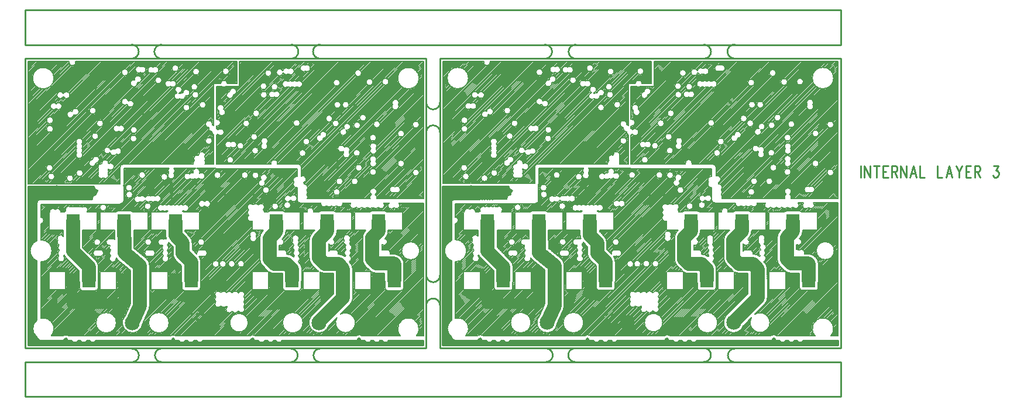
<source format=gbr>
*
%LPD*%
%LN2FOC-I3*%
%FSLAX24Y24*%
%MOIN*%
%SRX1Y1I0.0J0.0*%
%AD*%
%ADD13C,0.010000*%
%ADD16C,0.019690*%
%ADD20C,0.008000*%
%ADD36R,0.075000X0.084000*%
%ADD55C,0.085000*%
%ADD57C,0.011810*%
%ADD59C,0.059060*%
%ADD65C,0.019690*%
%ADD67C,0.078740*%
G54D13*
G1X5689Y10087D2*
G1X28523Y10087D1*
G1X28523Y26622D1*
G1X5689Y26622D1*
G1X5689Y10087D1*
G1X11729Y26620D2*
G75*
G3X11730Y27420I17J400D1*
G74*
G1X13453Y27415D2*
G75*
G3X13452Y26615I-17J-400D1*
G74*
G1X20824Y26616D2*
G75*
G3X20825Y27416I17J400D1*
G74*
G1X22490Y27422D2*
G75*
G3X22489Y26622I-17J-400D1*
G74*
G1X11751Y9287D2*
G75*
G3X11752Y10064I16J388D1*
G74*
G1X13473Y10075D2*
G75*
G3X13472Y9296I-16J-390D1*
G74*
G1X20797Y9292D2*
G75*
G3X20797Y10068I15J388D1*
G74*
G1X22505Y10071D2*
G75*
G3X22504Y9292I-16J-390D1*
G74*
G1X29305Y12527D2*
G75*
G3X28529Y12528I-388J16D1*
G74*
G1X28530Y14263D2*
G75*
G3X29309Y14262I390J-16D1*
G74*
G1X5682Y29383D2*
G1X52139Y29383D1*
G1X52139Y27415D1*
G1X5682Y27415D1*
G1X5682Y29383D1*
G1X29304Y10092D2*
G1X52139Y10092D1*
G1X52139Y26627D1*
G1X29304Y26627D1*
G1X29304Y10092D1*
G1X5682Y9304D2*
G1X52139Y9304D1*
G1X52139Y7336D1*
G1X5682Y7336D1*
G1X5682Y9304D1*
G1X29304Y22409D2*
G75*
G3X28528Y22410I-388J16D1*
G74*
G1X28530Y24125D2*
G75*
G3X29309Y24124I390J-16D1*
G74*
G1X37050Y27414D2*
G75*
G3X37049Y26614I-17J-400D1*
G74*
G1X35278Y26617D2*
G75*
G3X35279Y27417I17J400D1*
G74*
G1X44328Y26617D2*
G75*
G3X44329Y27417I17J400D1*
G74*
G1X46098Y27426D2*
G75*
G3X46097Y26626I-17J-400D1*
G74*
G1X46114Y10066D2*
G75*
G3X46114Y9287I-16J-390D1*
G74*
G1X44341Y9311D2*
G75*
G3X44341Y10087I16J388D1*
G74*
G1X37019Y10085D2*
G75*
G3X37018Y9306I-16J-390D1*
G74*
G1X35329Y9303D2*
G75*
G3X35330Y10080I16J388D1*
G74*
G1X7996Y10599D2*
G54D16*
G1X7911Y10514D1*
G1X8082Y10343D1*
G1X14106Y10343D1*
G1X14106Y10599D1*
G1X14106Y10599D1*
G1X14106Y10343D2*
G1X18386Y10343D1*
G1X24685Y10343D1*
G1X24685Y10587D1*
G1X24697Y10599D1*
G1X24716Y10599D1*
G1X18386Y10343D2*
G1X18641Y10599D1*
G1X18638Y10599D1*
G1X5905Y15036D2*
G1X5905Y10949D1*
G1X6594Y10362D1*
G1X7760Y10362D1*
G1X7911Y10514D1*
G1X5905Y16240D2*
G1X5905Y18610D1*
G1X6329Y19034D1*
G1X7460Y19034D1*
G1X7460Y19284D1*
G1X28150Y15648D2*
G75*
G54D20*
G3X28150Y15648I-512J0D1*
G74*
G1X21504Y11543D2*
G75*
G3X21504Y11543I-583J0D1*
G74*
G1X20115Y18189D2*
G75*
G3X20115Y18189I-198J0D1*
G74*
G1X19591Y19110D2*
G75*
G3X19591Y19110I-197J0D1*
G74*
G1X18996Y19959D2*
G75*
G3X18996Y19959I-198J0D1*
G74*
G1X18166Y14906D2*
G75*
G3X18166Y14906I-197J0D1*
G74*
G1X18386Y19969D2*
G75*
G3X18386Y19969I-198J0D1*
G74*
G1X17642Y14906D2*
G75*
G3X17642Y14906I-198J0D1*
G74*
G1X17134Y14902D2*
G75*
G3X17134Y14902I-198J0D1*
G74*
G1X16729Y14898D2*
G75*
G3X16729Y14898I-197J0D1*
G74*
G1X16831Y19969D2*
G75*
G3X16831Y19969I-198J0D1*
G74*
G1X15902Y16146D2*
G75*
G3X15902Y16146I-198J0D1*
G74*
G1X12855Y18193D2*
G75*
G3X12855Y18193I-198J0D1*
G74*
G1X13800Y19870D2*
G75*
G3X13800Y19870I-198J0D1*
G74*
G1X12540Y19969D2*
G75*
G3X12540Y19969I-198J0D1*
G74*
G1X9981Y16146D2*
G75*
G3X9981Y16146I-198J0D1*
G74*
G1X10874Y11543D2*
G75*
G3X10874Y11543I-583J0D1*
G74*
G1X12882Y16150D2*
G75*
G3X12882Y16150I-198J0D1*
G74*
G1X13874Y11543D2*
G75*
G3X13874Y11543I-583J0D1*
G74*
G1X18380Y11543D2*
G75*
G3X18380Y11543I-524J0D1*
G74*
G1X28130Y20117D2*
G75*
G3X28130Y20117I-198J0D1*
G74*
G1X28130Y22853D2*
G75*
G3X28130Y22853I-198J0D1*
G74*
G1X27284Y20629D2*
G75*
G3X27284Y20629I-198J0D1*
G74*
G1X27284Y22341D2*
G75*
G3X27284Y22341I-198J0D1*
G74*
G1X28117Y25504D2*
G75*
G3X28117Y25504I-611J0D1*
G74*
G1X26398Y25303D2*
G75*
G3X26398Y25303I-198J0D1*
G74*
G1X25689Y20146D2*
G75*
G3X25689Y20146I-198J0D1*
G74*
G1X25689Y22105D2*
G75*
G3X25689Y22105I-198J0D1*
G74*
G1X25906Y22873D2*
G75*
G3X25906Y22873I-198J0D1*
G74*
G1X24646Y19614D2*
G75*
G3X24646Y19614I-198J0D1*
G74*
G1X24882Y20392D2*
G75*
G3X24882Y20392I-198J0D1*
G74*
G1X24764Y21239D2*
G75*
G3X24764Y21239I-198J0D1*
G74*
G1X24784Y22814D2*
G75*
G3X24784Y22814I-198J0D1*
G74*
G1X25118Y23247D2*
G75*
G3X25118Y23247I-198J0D1*
G74*
G1X25492Y25284D2*
G75*
G3X25492Y25284I-198J0D1*
G74*
G1X24843Y25795D2*
G75*
G3X24843Y25795I-198J0D1*
G74*
G1X23622Y19004D2*
G75*
G3X23622Y19004I-197J0D1*
G74*
G1X23780Y19614D2*
G75*
G3X23780Y19614I-198J0D1*
G74*
G1X24134Y23984D2*
G75*
G3X24134Y23984I-198J0D1*
G74*
G1X23563Y22921D2*
G75*
G3X23563Y22921I-198J0D1*
G74*
G1X23662Y23984D2*
G75*
G3X23662Y23984I-198J0D1*
G74*
G1X23620Y25242D2*
G75*
G3X23620Y25242I-198J0D1*
G74*
G1X23189Y23197D2*
G75*
G3X23189Y23197I-198J0D1*
G74*
G1X21674Y21229D2*
G75*
G3X21674Y21229I-198J0D1*
G74*
G1X21890Y21878D2*
G75*
G3X21890Y21878I-198J0D1*
G74*
G1X21339Y22941D2*
G75*
G3X21339Y22941I-198J0D1*
G74*
G1X20079Y25008D2*
G75*
G3X20079Y25008I-197J0D1*
G74*
G1X19469Y24555D2*
G75*
G3X19469Y24555I-198J0D1*
G74*
G1X19449Y25047D2*
G75*
G3X19449Y25047I-198J0D1*
G74*
G1X19725Y25795D2*
G75*
G3X19725Y25795I-198J0D1*
G74*
G1X18977Y21366D2*
G75*
G3X18977Y21366I-198J0D1*
G74*
G1X18918Y22154D2*
G75*
G3X18918Y22154I-198J0D1*
G74*
G1X19036Y23492D2*
G75*
G3X19036Y23492I-198J0D1*
G74*
G1X18134Y21642D2*
G75*
G3X18134Y21642I-198J0D1*
G74*
G1X18465Y22921D2*
G75*
G3X18465Y22921I-198J0D1*
G74*
G1X17559Y20835D2*
G75*
G3X17559Y20835I-197J0D1*
G74*
G1X17303Y25894D2*
G75*
G3X17303Y25894I-197J0D1*
G74*
G1X16335Y21921D2*
G75*
G3X16335Y21921I-197J0D1*
G74*
G1X15985Y23984D2*
G75*
G3X15985Y23984I-197J0D1*
G74*
G1X15571Y24555D2*
G75*
G3X15571Y24555I-198J0D1*
G74*
G1X15512Y25008D2*
G75*
G3X15512Y25008I-198J0D1*
G74*
G1X15611Y25874D2*
G75*
G3X15611Y25874I-198J0D1*
G74*
G1X15059Y23827D2*
G75*
G3X15059Y23827I-197J0D1*
G74*
G1X14429Y26071D2*
G75*
G3X14429Y26071I-198J0D1*
G74*
G1X13465Y25382D2*
G75*
G3X13465Y25382I-198J0D1*
G74*
G1X12048Y22055D2*
G75*
G3X12048Y22055I-197J0D1*
G74*
G1X12067Y22547D2*
G75*
G3X12067Y22547I-198J0D1*
G74*
G1X11555Y25835D2*
G75*
G3X11555Y25835I-198J0D1*
G74*
G1X9863Y22193D2*
G75*
G3X9863Y22193I-198J0D1*
G74*
G1X10138Y22921D2*
G75*
G3X10138Y22921I-198J0D1*
G74*
G1X9725Y23650D2*
G75*
G3X9725Y23650I-198J0D1*
G74*
G1X8977Y20087D2*
G75*
G3X8977Y20087I-198J0D1*
G74*
G1X8426Y19791D2*
G75*
G3X8426Y19791I-198J0D1*
G74*
G1X7363Y19890D2*
G75*
G3X7363Y19890I-198J0D1*
G74*
G1X7264Y20382D2*
G75*
G3X7264Y20382I-198J0D1*
G74*
G1X7284Y22606D2*
G75*
G3X7284Y22606I-198J0D1*
G74*
G1X7284Y23099D2*
G75*
G3X7284Y23099I-198J0D1*
G74*
G1X7317Y25504D2*
G75*
G3X7317Y25504I-611J0D1*
G74*
G1X28365Y10796D2*
G1X28365Y18379D1*
G1X26968Y18378D1*
G1X26684Y18103D2*
G75*
G3X26968Y18378I142J137D1*
G74*
G1X26401Y18377D2*
G75*
G3X26684Y18103I134J-145D1*
G74*
G1X26401Y18377D2*
G1X26099Y18377D1*
G1X25792Y18130D2*
G75*
G3X26099Y18377I161J114D1*
G74*
G1X25480Y18124D2*
G75*
G3X25792Y18130I153J124D1*
G74*
G1X25172Y18125D2*
G75*
G3X25480Y18124I154J123D1*
G74*
G1X24851Y18126D2*
G75*
G3X25172Y18125I161J115D1*
G74*
G1X24530Y18132D2*
G75*
G3X24851Y18126I162J112D1*
G74*
G1X24220Y18376D2*
G75*
G3X24530Y18132I154J-124D1*
G74*
G1X24220Y18376D2*
G1X23773Y18375D1*
G1X23421Y18220D2*
G75*
G3X23773Y18375I157J119D1*
G74*
G1X23124Y18199D2*
G75*
G3X23421Y18220I140J139D1*
G74*
G1X22842Y18209D2*
G75*
G3X23124Y18199I146J133D1*
G74*
G1X22512Y18374D2*
G75*
G3X22842Y18209I196J-20D1*
G74*
G1X22512Y18374D2*
G1X21359Y18374D1*
G1X21160Y18572D2*
G75*
G3X21359Y18374I198J0D1*
G74*
G1X21160Y18572D2*
G1X21160Y18620D1*
G1X20800Y18532D2*
G75*
G3X21160Y18620I164J110D1*
G74*
G1X20671Y18444D2*
G75*
G3X20800Y18532I-37J194D1*
G74*
G1X20573Y18450D2*
G75*
G3X20671Y18444I37J-194D1*
G74*
G1X20798Y18748D2*
G75*
G3X20573Y18450I-164J-110D1*
G74*
G1X21160Y18664D2*
G75*
G3X20798Y18748I-196J-22D1*
G74*
G1X21160Y18664D2*
G1X21160Y19260D1*
G1X20983Y19575D2*
G75*
G3X21160Y19260I158J-118D1*
G74*
G1X21160Y19890D2*
G75*
G3X20983Y19575I-19J-197D1*
G74*
G1X21160Y19890D2*
G1X21160Y20342D1*
G1X16575Y20342D1*
G1X16473Y20370D2*
G75*
G3X16575Y20342I102J170D1*
G74*
G1X16416Y20362D2*
G75*
G3X16473Y20370I0J198D1*
G74*
G1X16416Y20362D2*
G1X15455Y20362D1*
G1X15599Y20059D2*
G75*
G3X15455Y20362I-167J106D1*
G74*
G1X15572Y19789D2*
G75*
G3X15599Y20059I156J121D1*
G74*
G1X15328Y19762D2*
G75*
G3X15572Y19789I105J167D1*
G74*
G1X15069Y19759D2*
G75*
G3X15328Y19762I128J151D1*
G74*
G1X15049Y20041D2*
G75*
G3X15069Y19759I-128J-151D1*
G74*
G1X15246Y20101D2*
G75*
G3X15049Y20041I-50J-191D1*
G74*
G1X15410Y20362D2*
G75*
G3X15246Y20101I22J-196D1*
G74*
G1X15410Y20362D2*
G1X14158Y20362D1*
G1X14146Y20077D2*
G75*
G3X14158Y20362I-131J148D1*
G74*
G1X13865Y20097D2*
G75*
G3X14146Y20077I131J-148D1*
G74*
G1X13873Y20362D2*
G75*
G3X13865Y20097I142J-137D1*
G74*
G1X13873Y20362D2*
G1X11319Y20362D1*
G1X11319Y19477D1*
G1X11288Y19370D2*
G75*
G3X11319Y19477I-167J107D1*
G74*
G1X11300Y19299D2*
G75*
G3X11288Y19370I-217J0D1*
G74*
G1X11300Y19299D2*
G1X11300Y18532D1*
G1X11280Y18441D2*
G75*
G3X11300Y18532I-198J90D1*
G74*
G1X11280Y18441D2*
G1X11280Y18398D1*
G1X11254Y18398D1*
G1X11082Y18314D2*
G75*
G3X11254Y18398I0J217D1*
G74*
G1X11082Y18314D2*
G1X10140Y18314D1*
G1X10096Y18314D2*
G75*
G3X10140Y18314I22J-196D1*
G74*
G1X10096Y18314D2*
G1X6575Y18314D1*
G1X6575Y17574D1*
G1X6575Y17187D2*
G75*
G3X6575Y17574I-40J193D1*
G74*
G1X6575Y17187D2*
G1X6575Y16279D1*
G1X6575Y15018D2*
G75*
G3X6575Y16279I-1J630D1*
G74*
G1X6575Y15018D2*
G1X6575Y11801D1*
G1X7160Y10796D2*
G75*
G3X6575Y11801I-454J408D1*
G74*
G1X7160Y10796D2*
G1X7832Y10796D1*
G1X8160Y10796D2*
G75*
G3X7832Y10796I-164J-198D1*
G74*
G1X8160Y10796D2*
G1X13942Y10796D1*
G1X14270Y10796D2*
G75*
G3X13942Y10796I-164J-198D1*
G74*
G1X14270Y10796D2*
G1X18474Y10796D1*
G1X18638Y10855D2*
G75*
G3X18474Y10796I0J-257D1*
G74*
G1X18638Y10855D2*
G1X18641Y10855D1*
G1X18805Y10796D2*
G75*
G3X18641Y10855I-164J-198D1*
G74*
G1X18805Y10796D2*
G1X24533Y10796D1*
G1X24697Y10855D2*
G75*
G3X24533Y10796I0J-257D1*
G74*
G1X24697Y10855D2*
G1X24716Y10855D1*
G1X24880Y10796D2*
G75*
G3X24716Y10855I-164J-198D1*
G74*
G1X24880Y10796D2*
G1X27052Y10796D1*
G1X27960Y10796D2*
G75*
G3X27052Y10796I-454J408D1*
G74*
G1X27960Y10796D2*
G1X28365Y10796D1*
G1X28365Y18631D2*
G1X28365Y26464D1*
G1X17880Y26464D1*
G1X17883Y25021D1*
G1X17126Y25027D1*
G1X16887Y25029D2*
G75*
G3X17126Y25027I121J156D1*
G74*
G1X16887Y25029D2*
G1X16575Y25031D1*
G1X16575Y23154D1*
G1X16575Y22767D2*
G75*
G3X16575Y23154I39J194D1*
G74*
G1X16575Y22767D2*
G1X16575Y22628D1*
G1X16672Y22560D2*
G75*
G3X16575Y22628I-156J-121D1*
G74*
G1X16654Y22299D2*
G75*
G3X16672Y22560I156J121D1*
G74*
G1X16575Y22251D2*
G75*
G3X16654Y22299I-60J188D1*
G74*
G1X16575Y22251D2*
G1X16575Y20599D1*
G1X19673Y20599D1*
G1X20051Y20599D2*
G75*
G3X19673Y20599I-189J58D1*
G74*
G1X20051Y20599D2*
G1X21220Y20599D1*
G1X21418Y20401D2*
G75*
G3X21220Y20599I-198J0D1*
G74*
G1X21418Y20401D2*
G1X21418Y19914D1*
G1X21555Y19544D2*
G75*
G3X21418Y19914I-59J188D1*
G74*
G1X21575Y19457D2*
G75*
G3X21555Y19544I-198J-1D1*
G74*
G1X21716Y19122D2*
G75*
G3X21575Y19457I-141J138D1*
G74*
G1X21716Y18847D2*
G75*
G3X21716Y19122I-141J138D1*
G74*
G1X21756Y18631D2*
G75*
G3X21716Y18847I-181J78D1*
G74*
G1X21756Y18631D2*
G1X25327Y18631D1*
G1X25405Y18867D2*
G75*
G3X25327Y18631I106J-167D1*
G74*
G1X25618Y18867D2*
G75*
G3X25405Y18867I-106J167D1*
G74*
G1X25696Y18631D2*
G75*
G3X25618Y18867I-185J70D1*
G74*
G1X25696Y18631D2*
G1X28365Y18631D1*
G1X17735Y25186D2*
G1X17735Y26464D1*
G1X8554Y26464D1*
G1X8177Y26464D2*
G75*
G3X8554Y26464I189J-58D1*
G74*
G1X8177Y26464D2*
G1X5847Y26464D1*
G1X5847Y19477D1*
G1X7398Y19477D1*
G1X7523Y19477D2*
G75*
G3X7398Y19477I-63J-187D1*
G74*
G1X7523Y19477D2*
G1X9740Y19477D1*
G1X9866Y19477D2*
G75*
G3X9740Y19477I-63J-187D1*
G74*
G1X9866Y19477D2*
G1X11082Y19477D1*
G1X11082Y20401D1*
G1X11121Y20520D2*
G75*
G3X11082Y20401I159J-118D1*
G74*
G1X11121Y20520D2*
G1X11121Y20560D1*
G1X11161Y20560D1*
G1X11280Y20599D2*
G75*
G3X11161Y20560I0J-198D1*
G74*
G1X11280Y20599D2*
G1X15239Y20599D1*
G1X15319Y20799D2*
G75*
G3X15239Y20599I114J-161D1*
G74*
G1X15551Y21105D2*
G75*
G3X15319Y20799I-79J-181D1*
G74*
G1X15913Y21012D2*
G75*
G3X15551Y21105I-165J108D1*
G74*
G1X15913Y20796D2*
G75*
G3X15913Y21012I-165J108D1*
G74*
G1X15924Y20599D2*
G75*
G3X15913Y20796I-177J88D1*
G74*
G1X15924Y20599D2*
G1X16416Y20599D1*
G1X16416Y22269D1*
G1X16318Y22439D2*
G75*
G3X16416Y22269I198J1D1*
G74*
G1X16127Y22685D2*
G75*
G3X16318Y22439I191J-49D1*
G74*
G1X16333Y22833D2*
G75*
G3X16127Y22685I-191J49D1*
G74*
G1X16416Y22808D2*
G75*
G3X16333Y22833I-98J-172D1*
G74*
G1X16416Y22808D2*
G1X16416Y22960D1*
G1X16416Y22962D2*
G75*
G3X16416Y22960I197J-1D1*
G74*
G1X16416Y22962D2*
G1X16416Y25186D1*
G1X16810Y25186D1*
G1X17205Y25186D2*
G75*
G3X16810Y25186I-198J-1D1*
G74*
G1X17205Y25186D2*
G1X17735Y25186D1*
G1X27259Y14888D2*
G1X27259Y13955D1*
G1X27240Y13813D2*
G75*
G3X27259Y13955I-533J142D1*
G74*
G1X27240Y13813D2*
G1X27240Y13535D1*
G1X27082Y13377D2*
G75*
G3X27240Y13535I0J158D1*
G74*
G1X27082Y13377D2*
G1X26332Y13377D1*
G1X26174Y13535D2*
G75*
G3X26332Y13377I158J0D1*
G74*
G1X26174Y13535D2*
G1X26174Y13813D1*
G1X26155Y13955D2*
G75*
G3X26174Y13813I552J0D1*
G74*
G1X26155Y13955D2*
G1X26155Y14366D1*
G1X25689Y14366D1*
G1X25298Y14527D2*
G75*
G3X25689Y14366I390J390D1*
G74*
G1X25298Y14527D2*
G1X25058Y14767D1*
G1X24897Y15158D2*
G75*
G3X25058Y14767I552J0D1*
G74*
G1X24897Y15158D2*
G1X24897Y16398D1*
G1X25058Y16788D2*
G75*
G3X24897Y16398I390J-390D1*
G74*
G1X25058Y16788D2*
G1X25092Y16822D1*
G1X24473Y16822D1*
G1X24433Y16862D2*
G75*
G3X24473Y16822I40J0D1*
G74*
G1X24433Y16862D2*
G1X24433Y17820D1*
G1X24473Y17860D2*
G75*
G3X24433Y17820I0J-40D1*
G74*
G1X24473Y17860D2*
G1X25309Y17860D1*
G1X25432Y17919D2*
G75*
G3X25309Y17860I0J-158D1*
G74*
G1X25432Y17919D2*
G1X26182Y17919D1*
G1X26305Y17860D2*
G75*
G3X26182Y17919I-123J-99D1*
G74*
G1X26305Y17860D2*
G1X27141Y17860D1*
G1X27181Y17820D2*
G75*
G3X27141Y17860I-40J0D1*
G74*
G1X27181Y17820D2*
G1X27181Y16862D1*
G1X27141Y16822D2*
G75*
G3X27181Y16862I0J40D1*
G74*
G1X27141Y16822D2*
G1X26359Y16822D1*
G1X26359Y16756D1*
G1X26197Y16366D2*
G75*
G3X26359Y16756I-390J390D1*
G74*
G1X26197Y16366D2*
G1X26176Y16345D1*
G1X26000Y15996D2*
G75*
G3X26176Y16345I113J162D1*
G74*
G1X26000Y15996D2*
G1X26000Y15711D1*
G1X26176Y15697D2*
G75*
G3X26000Y15711I-102J-169D1*
G74*
G1X26461Y15469D2*
G75*
G3X26176Y15697I-190J54D1*
G74*
G1X26461Y15469D2*
G1X26677Y15469D1*
G1X27067Y15308D2*
G75*
G3X26677Y15469I-390J-390D1*
G74*
G1X27067Y15308D2*
G1X27097Y15278D1*
G1X27259Y14888D2*
G75*
G3X27097Y15278I-552J0D1*
G74*
G1X28150Y15648D2*
G75*
G3X28150Y15648I-512J0D1*
G74*
G1X21504Y11543D2*
G75*
G3X21504Y11543I-583J0D1*
G74*
G1X21432Y14478D2*
G75*
G3X21284Y14989I-538J121D1*
G74*
G1X21432Y14478D2*
G1X21432Y13955D1*
G1X21413Y13813D2*
G75*
G3X21432Y13955I-533J142D1*
G74*
G1X21413Y13813D2*
G1X21413Y13535D1*
G1X21255Y13377D2*
G75*
G3X21413Y13535I0J158D1*
G74*
G1X21255Y13377D2*
G1X20505Y13377D1*
G1X20347Y13535D2*
G75*
G3X20505Y13377I158J0D1*
G74*
G1X20347Y13535D2*
G1X20347Y13813D1*
G1X20328Y13955D2*
G75*
G3X20347Y13813I552J0D1*
G74*
G1X20328Y13955D2*
G1X20328Y14350D1*
G1X19870Y14350D1*
G1X19550Y14452D2*
G75*
G3X19870Y14350I320J450D1*
G74*
G1X19554Y14434D2*
G75*
G3X19550Y14452I-40J0D1*
G74*
G1X19554Y14434D2*
G1X19554Y13476D1*
G1X19514Y13436D2*
G75*
G3X19554Y13476I0J40D1*
G74*
G1X19514Y13436D2*
G1X18646Y13436D1*
G1X18606Y13476D2*
G75*
G3X18646Y13436I40J0D1*
G74*
G1X18606Y13476D2*
G1X18606Y14434D1*
G1X18646Y14474D2*
G75*
G3X18606Y14434I0J-40D1*
G74*
G1X18646Y14474D2*
G1X19514Y14474D1*
G1X19522Y14474D2*
G75*
G3X19514Y14474I-8J-39D1*
G74*
G1X19480Y14512D2*
G75*
G3X19522Y14474I390J390D1*
G74*
G1X19480Y14512D2*
G1X19208Y14783D1*
G1X19046Y15173D2*
G75*
G3X19208Y14783I552J0D1*
G74*
G1X19046Y15173D2*
G1X19046Y15514D1*
G1X19046Y16382D1*
G1X19208Y16772D2*
G75*
G3X19046Y16382I390J-390D1*
G74*
G1X19208Y16772D2*
G1X19258Y16822D1*
G1X18646Y16822D1*
G1X18606Y16862D2*
G75*
G3X18646Y16822I40J0D1*
G74*
G1X18606Y16862D2*
G1X18606Y17339D1*
G1X18408Y17677D2*
G75*
G3X18606Y17339I119J-157D1*
G74*
G1X18404Y17989D2*
G75*
G3X18408Y17677I124J-154D1*
G74*
G1X18669Y18279D2*
G75*
G3X18404Y17989I-146J-133D1*
G74*
G1X18965Y18274D2*
G75*
G3X18669Y18279I-150J-128D1*
G74*
G1X19239Y17995D2*
G75*
G3X18965Y18274I-118J159D1*
G74*
G1X19311Y17860D2*
G75*
G3X19239Y17995I-197J-17D1*
G74*
G1X19311Y17860D2*
G1X19482Y17860D1*
G1X19605Y17919D2*
G75*
G3X19482Y17860I0J-158D1*
G74*
G1X19605Y17919D2*
G1X20355Y17919D1*
G1X20478Y17860D2*
G75*
G3X20355Y17919I-123J-99D1*
G74*
G1X20478Y17860D2*
G1X21314Y17860D1*
G1X21354Y17820D2*
G75*
G3X21314Y17860I-40J0D1*
G74*
G1X21354Y17820D2*
G1X21354Y16862D1*
G1X21314Y16822D2*
G75*
G3X21354Y16862I0J40D1*
G74*
G1X21314Y16822D2*
G1X20532Y16822D1*
G1X20532Y16764D1*
G1X20370Y16374D2*
G75*
G3X20532Y16764I-390J390D1*
G74*
G1X20370Y16374D2*
G1X20317Y16320D1*
G1X20150Y15963D2*
G75*
G3X20317Y16320I74J183D1*
G74*
G1X20150Y15963D2*
G1X20150Y15707D1*
G1X20295Y15683D2*
G75*
G3X20150Y15707I-102J-169D1*
G74*
G1X20585Y15454D2*
G75*
G3X20295Y15683I-188J61D1*
G74*
G1X20585Y15454D2*
G1X20590Y15454D1*
G1X20969Y15303D2*
G75*
G3X20590Y15454I-378J-402D1*
G74*
G1X21018Y15358D2*
G75*
G3X20969Y15303I119J-157D1*
G74*
G1X21009Y15666D2*
G75*
G3X21018Y15358I128J-150D1*
G74*
G1X20982Y15974D2*
G75*
G3X21009Y15666I136J-143D1*
G74*
G1X20913Y16254D2*
G75*
G3X20982Y15974I165J-108D1*
G74*
G1X21244Y16254D2*
G75*
G3X20913Y16254I-165J108D1*
G74*
G1X21215Y16003D2*
G75*
G3X21244Y16254I-136J143D1*
G74*
G1X21246Y15681D2*
G75*
G3X21215Y16003I-128J150D1*
G74*
G1X21257Y15358D2*
G75*
G3X21246Y15681I-119J157D1*
G74*
G1X21240Y15032D2*
G75*
G3X21257Y15358I-103J169D1*
G74*
G1X21240Y15032D2*
G1X21284Y14989D1*
G1X20115Y18189D2*
G75*
G3X20115Y18189I-198J0D1*
G74*
G1X19591Y19110D2*
G75*
G3X19591Y19110I-197J0D1*
G74*
G1X19321Y19640D2*
G75*
G3X19111Y19715I-50J191D1*
G3X19321Y19640I50J-191D1*
G74*
G1X18996Y19959D2*
G75*
G3X18996Y19959I-198J0D1*
G74*
G1X18133Y13020D2*
G75*
G3X17813Y13241I-141J138D1*
G74*
G1X18133Y12744D2*
G75*
G3X18133Y13020I-141J138D1*
G74*
G1X18123Y12459D2*
G75*
G3X18133Y12744I-131J148D1*
G74*
G1X17818Y12218D2*
G75*
G3X18123Y12459I174J93D1*
G74*
G1X17471Y12193D2*
G75*
G3X17818Y12218I166J107D1*
G74*
G1X17181Y12451D2*
G75*
G3X17471Y12193I122J-155D1*
G74*
G1X17145Y12487D2*
G75*
G3X17181Y12451I157J119D1*
G74*
G1X16831Y12487D2*
G75*
G3X17145Y12487I157J120D1*
G74*
G1X16534Y12746D2*
G75*
G3X16831Y12487I141J-138D1*
G74*
G1X16532Y13020D2*
G75*
G3X16534Y12746I144J-135D1*
G74*
G1X16830Y13277D2*
G75*
G3X16532Y13020I-157J-120D1*
G74*
G1X17143Y13275D2*
G75*
G3X16830Y13277I-157J-119D1*
G74*
G1X17468Y13261D2*
G75*
G3X17143Y13275I-167J-105D1*
G74*
G1X17813Y13241D2*
G75*
G3X17468Y13261I-178J-86D1*
G74*
G1X18166Y14906D2*
G75*
G3X18166Y14906I-197J0D1*
G74*
G1X18386Y19969D2*
G75*
G3X18386Y19969I-198J0D1*
G74*
G1X17642Y14906D2*
G75*
G3X17642Y14906I-198J0D1*
G74*
G1X17134Y14902D2*
G75*
G3X17134Y14902I-198J0D1*
G74*
G1X16729Y14898D2*
G75*
G3X16729Y14898I-197J0D1*
G74*
G1X16831Y19969D2*
G75*
G3X16831Y19969I-198J0D1*
G74*
G1X15748Y15345D2*
G75*
G3X15748Y15687I98J171D1*
G74*
G1X15580Y15331D2*
G75*
G3X15748Y15345I69J185D1*
G74*
G1X15681Y15013D2*
G75*
G3X15580Y15331I-552J-1D1*
G74*
G1X15681Y15013D2*
G1X15684Y13957D1*
G1X15665Y13813D2*
G75*
G3X15684Y13957I-533J142D1*
G74*
G1X15665Y13813D2*
G1X15665Y13535D1*
G1X15507Y13377D2*
G75*
G3X15665Y13535I0J158D1*
G74*
G1X15507Y13377D2*
G1X14757Y13377D1*
G1X14599Y13535D2*
G75*
G3X14757Y13377I158J0D1*
G74*
G1X14599Y13535D2*
G1X14599Y13813D1*
G1X14580Y13954D2*
G75*
G3X14599Y13813I552J1D1*
G74*
G1X14580Y13954D2*
G1X14578Y14783D1*
G1X14255Y15106D1*
G1X14094Y15496D2*
G75*
G3X14255Y15106I552J0D1*
G74*
G1X14094Y15496D2*
G1X14094Y15875D1*
G1X13857Y16124D1*
G1X13780Y15988D2*
G75*
G3X13857Y16124I-119J157D1*
G74*
G1X13780Y15673D2*
G75*
G3X13780Y15988I-119J157D1*
G74*
G1X13780Y15358D2*
G75*
G3X13780Y15673I-119J157D1*
G74*
G1X13542Y15358D2*
G75*
G3X13780Y15358I119J-157D1*
G74*
G1X13542Y15673D2*
G75*
G3X13542Y15358I119J-157D1*
G74*
G1X13512Y15960D2*
G75*
G3X13542Y15673I149J-129D1*
G74*
G1X13553Y16311D2*
G75*
G3X13512Y15960I-108J-165D1*
G74*
G1X13714Y16336D2*
G75*
G3X13553Y16311I-52J-190D1*
G74*
G1X13676Y16538D2*
G75*
G3X13714Y16336I552J-3D1*
G74*
G1X13676Y16538D2*
G1X13678Y16822D1*
G1X12898Y16822D1*
G1X12858Y16862D2*
G75*
G3X12898Y16822I40J0D1*
G74*
G1X12858Y16862D2*
G1X12858Y17820D1*
G1X12898Y17860D2*
G75*
G3X12858Y17820I0J-40D1*
G74*
G1X12898Y17860D2*
G1X13734Y17860D1*
G1X13802Y17909D2*
G75*
G3X13734Y17860I55J-148D1*
G74*
G1X13740Y17940D2*
G75*
G3X13802Y17909I118J158D1*
G74*
G1X13513Y17933D2*
G75*
G3X13740Y17940I108J165D1*
G74*
G1X13513Y18264D2*
G75*
G3X13513Y17933I-108J-165D1*
G74*
G1X13740Y18257D2*
G75*
G3X13513Y18264I-118J-158D1*
G74*
G1X13986Y18249D2*
G75*
G3X13740Y18257I-128J-150D1*
G74*
G1X14222Y18264D2*
G75*
G3X13986Y18249I-108J-165D1*
G74*
G1X14449Y18257D2*
G75*
G3X14222Y18264I-118J-158D1*
G74*
G1X14685Y18257D2*
G75*
G3X14449Y18257I-118J-158D1*
G74*
G1X14685Y17940D2*
G75*
G3X14685Y18257I118J158D1*
G74*
G1X14641Y17916D2*
G75*
G3X14685Y17940I-74J183D1*
G74*
G1X14730Y17860D2*
G75*
G3X14641Y17916I-123J-99D1*
G74*
G1X14730Y17860D2*
G1X15566Y17860D1*
G1X15606Y17820D2*
G75*
G3X15566Y17860I-40J0D1*
G74*
G1X15606Y17820D2*
G1X15606Y16862D1*
G1X15566Y16822D2*
G75*
G3X15606Y16862I0J40D1*
G74*
G1X15566Y16822D2*
G1X14781Y16822D1*
G1X14781Y16754D1*
G1X15046Y16474D1*
G1X15197Y16095D2*
G75*
G3X15046Y16474I-552J0D1*
G74*
G1X15197Y16095D2*
G1X15197Y15725D1*
G1X15459Y15463D1*
G1X15748Y15687D2*
G75*
G3X15459Y15463I-98J-171D1*
G74*
G1X15902Y16146D2*
G75*
G3X15902Y16146I-198J0D1*
G74*
G1X15895Y18204D2*
G75*
G3X15895Y18466I148J131D1*
G3X15895Y18204I-148J-131D1*
G74*
G1X12855Y18193D2*
G75*
G3X12855Y18193I-198J0D1*
G74*
G1X13087Y18481D2*
G75*
G3X13082Y18775I130J149D1*
G74*
G1X12823Y18477D2*
G75*
G3X13087Y18481I130J149D1*
G74*
G1X12522Y18528D2*
G75*
G3X12823Y18477I171J99D1*
G74*
G1X12221Y18454D2*
G75*
G3X12522Y18528I121J156D1*
G74*
G1X12203Y18751D2*
G75*
G3X12221Y18454I-121J-156D1*
G74*
G1X12513Y18709D2*
G75*
G3X12203Y18751I-171J-99D1*
G74*
G1X12823Y18775D2*
G75*
G3X12513Y18709I-130J-149D1*
G74*
G1X13082Y18775D2*
G75*
G3X12823Y18775I-130J-149D1*
G74*
G1X13800Y19870D2*
G75*
G3X13800Y19870I-198J0D1*
G74*
G1X12540Y19969D2*
G75*
G3X12540Y19969I-198J0D1*
G74*
G1X11588Y19055D2*
G75*
G3X11616Y19056I22J-196D1*
G3X11588Y19055I-22J196D1*
G74*
G1X7979Y14434D2*
G1X7979Y13476D1*
G1X7939Y13436D2*
G75*
G3X7979Y13476I0J40D1*
G74*
G1X7939Y13436D2*
G1X7071Y13436D1*
G1X7031Y13476D2*
G75*
G3X7071Y13436I40J0D1*
G74*
G1X7031Y13476D2*
G1X7031Y14434D1*
G1X7071Y14474D2*
G75*
G3X7031Y14434I0J-40D1*
G74*
G1X7071Y14474D2*
G1X7939Y14474D1*
G1X7979Y14434D2*
G75*
G3X7939Y14474I-40J0D1*
G74*
G1X9858Y14717D2*
G1X9858Y14717D1*
G1X9857Y13955D1*
G1X9838Y13813D2*
G75*
G3X9857Y13955I-533J142D1*
G74*
G1X9838Y13813D2*
G1X9838Y13535D1*
G1X9680Y13377D2*
G75*
G3X9838Y13535I0J158D1*
G74*
G1X9680Y13377D2*
G1X8930Y13377D1*
G1X8772Y13535D2*
G75*
G3X8930Y13377I158J0D1*
G74*
G1X8772Y13535D2*
G1X8772Y13813D1*
G1X8753Y13955D2*
G75*
G3X8772Y13813I552J0D1*
G74*
G1X8753Y13955D2*
G1X8753Y13956D1*
G1X8754Y14489D1*
G1X8016Y15227D1*
G1X7896Y15406D2*
G75*
G3X8016Y15227I510J211D1*
G74*
G1X7854Y15356D2*
G75*
G3X7896Y15406I-128J150D1*
G74*
G1X7597Y15356D2*
G75*
G3X7854Y15356I128J-150D1*
G74*
G1X7619Y15672D2*
G75*
G3X7597Y15356I107J-166D1*
G74*
G1X7600Y15974D2*
G75*
G3X7619Y15672I136J-143D1*
G74*
G1X7531Y16254D2*
G75*
G3X7600Y15974I165J-108D1*
G74*
G1X7854Y16482D2*
G75*
G3X7531Y16254I-157J-119D1*
G74*
G1X7854Y16482D2*
G1X7854Y16822D1*
G1X7071Y16822D1*
G1X7031Y16862D2*
G75*
G3X7071Y16822I40J0D1*
G74*
G1X7031Y16862D2*
G1X7031Y17820D1*
G1X7066Y17860D2*
G75*
G3X7031Y17820I5J-40D1*
G74*
G1X7391Y18013D2*
G75*
G3X7066Y17860I-128J-150D1*
G74*
G1X7717Y17860D2*
G75*
G3X7391Y18013I-198J2D1*
G74*
G1X7717Y17860D2*
G1X7907Y17860D1*
G1X7981Y17911D2*
G75*
G3X7907Y17860I49J-150D1*
G74*
G1X8265Y18160D2*
G75*
G3X7981Y17911I-104J-168D1*
G74*
G1X8474Y18151D2*
G75*
G3X8265Y18160I-112J-162D1*
G74*
G1X8693Y18155D2*
G75*
G3X8474Y18151I-106J-166D1*
G74*
G1X8927Y18139D2*
G75*
G3X8693Y18155I-128J-151D1*
G74*
G1X9206Y17860D2*
G75*
G3X8927Y18139I-147J132D1*
G74*
G1X9206Y17860D2*
G1X9739Y17860D1*
G1X9779Y17820D2*
G75*
G3X9739Y17860I-40J0D1*
G74*
G1X9779Y17820D2*
G1X9779Y16862D1*
G1X9739Y16822D2*
G75*
G3X9779Y16862I0J40D1*
G74*
G1X9739Y16822D2*
G1X8957Y16822D1*
G1X8958Y15846D1*
G1X9696Y15108D1*
G1X9858Y14717D2*
G75*
G3X9696Y15108I-552J0D1*
G74*
G1X9842Y15345D2*
G75*
G3X9842Y15687I98J171D1*
G3X9842Y15345I-98J-171D1*
G74*
G1X9981Y16146D2*
G75*
G3X9981Y16146I-198J0D1*
G74*
G1X10874Y11543D2*
G75*
G3X10874Y11543I-583J0D1*
G74*
G1X10893Y14434D2*
G1X10893Y13476D1*
G1X10853Y13436D2*
G75*
G3X10893Y13476I0J40D1*
G74*
G1X10853Y13436D2*
G1X9985Y13436D1*
G1X9945Y13476D2*
G75*
G3X9985Y13436I40J0D1*
G74*
G1X9945Y13476D2*
G1X9945Y14434D1*
G1X9985Y14474D2*
G75*
G3X9945Y14434I0J-40D1*
G74*
G1X9985Y14474D2*
G1X10853Y14474D1*
G1X10893Y14434D2*
G75*
G3X10853Y14474I-40J0D1*
G74*
G1X12770Y13952D2*
G75*
G3X12768Y14006I-552J3D1*
G74*
G1X12770Y13952D2*
G1X12768Y13547D1*
G1X12768Y12504D1*
G1X12721Y12281D2*
G75*
G3X12768Y12504I-505J223D1*
G74*
G1X12721Y12281D2*
G1X12372Y11493D1*
G1X11363Y11939D2*
G75*
G3X12372Y11493I428J-396D1*
G74*
G1X11363Y11939D2*
G1X11664Y12621D1*
G1X11664Y13549D1*
G1X11664Y13955D1*
G1X11664Y14546D1*
G1X10981Y15104D1*
G1X10863Y15239D2*
G75*
G3X10981Y15104I468J293D1*
G74*
G1X10550Y15358D2*
G75*
G3X10863Y15239I119J-157D1*
G74*
G1X10550Y15673D2*
G75*
G3X10550Y15358I119J-157D1*
G74*
G1X10514Y15953D2*
G75*
G3X10550Y15673I155J-122D1*
G74*
G1X10571Y16317D2*
G75*
G3X10514Y15953I-98J-171D1*
G74*
G1X10773Y16313D2*
G75*
G3X10571Y16317I-104J-168D1*
G74*
G1X10773Y16313D2*
G1X10770Y16822D1*
G1X9985Y16822D1*
G1X9945Y16862D2*
G75*
G3X9985Y16822I40J0D1*
G74*
G1X9945Y16862D2*
G1X9945Y17820D1*
G1X9985Y17860D2*
G75*
G3X9945Y17820I0J-40D1*
G74*
G1X9985Y17860D2*
G1X10820Y17860D1*
G1X10944Y17919D2*
G75*
G3X10820Y17860I0J-158D1*
G74*
G1X10944Y17919D2*
G1X11694Y17919D1*
G1X11817Y17860D2*
G75*
G3X11694Y17919I-123J-99D1*
G74*
G1X11817Y17860D2*
G1X12653Y17860D1*
G1X12693Y17820D2*
G75*
G3X12653Y17860I-40J0D1*
G74*
G1X12693Y17820D2*
G1X12693Y16862D1*
G1X12653Y16822D2*
G75*
G3X12693Y16862I0J40D1*
G74*
G1X12653Y16822D2*
G1X11874Y16822D1*
G1X11881Y15795D1*
G1X12566Y15234D1*
G1X12768Y14807D2*
G75*
G3X12566Y15234I-552J0D1*
G74*
G1X12768Y14807D2*
G1X12768Y14006D1*
G1X12781Y15342D2*
G75*
G3X12774Y15686I93J174D1*
G3X12781Y15342I-93J-174D1*
G74*
G1X12882Y16150D2*
G75*
G3X12882Y16150I-198J0D1*
G74*
G1X13874Y11543D2*
G75*
G3X13874Y11543I-583J0D1*
G74*
G1X13806Y14434D2*
G1X13806Y13476D1*
G1X13766Y13436D2*
G75*
G3X13806Y13476I0J40D1*
G74*
G1X13766Y13436D2*
G1X12898Y13436D1*
G1X12858Y13476D2*
G75*
G3X12898Y13436I40J0D1*
G74*
G1X12858Y13476D2*
G1X12858Y14434D1*
G1X12898Y14474D2*
G75*
G3X12858Y14434I0J-40D1*
G74*
G1X12898Y14474D2*
G1X13766Y14474D1*
G1X13806Y14434D2*
G75*
G3X13766Y14474I-40J0D1*
G74*
G1X18380Y11543D2*
G75*
G3X18380Y11543I-524J0D1*
G74*
G1X18834Y16471D2*
G75*
G3X18504Y16471I-165J108D1*
G3X18834Y16471I165J-108D1*
G74*
G1X23437Y11832D2*
G75*
G3X23633Y12028I484J-288D1*
G74*
G1X23437Y11832D2*
G1X22979Y11374D1*
G1X21965Y11907D2*
G75*
G3X22979Y11374I456J-363D1*
G74*
G1X22031Y11986D2*
G75*
G3X21965Y11907I390J-390D1*
G74*
G1X22031Y11986D2*
G1X23242Y13197D1*
G1X23242Y13951D1*
G1X23235Y14354D1*
G1X22736Y14354D1*
G1X22467Y14424D2*
G75*
G3X22736Y14354I268J482D1*
G74*
G1X22467Y14424D2*
G1X22467Y13476D1*
G1X22427Y13436D2*
G75*
G3X22467Y13476I0J40D1*
G74*
G1X22427Y13436D2*
G1X21559Y13436D1*
G1X21519Y13476D2*
G75*
G3X21559Y13436I40J0D1*
G74*
G1X21519Y13476D2*
G1X21519Y14434D1*
G1X21559Y14474D2*
G75*
G3X21519Y14434I0J-40D1*
G74*
G1X21559Y14474D2*
G1X22392Y14474D1*
G1X22346Y14515D2*
G75*
G3X22392Y14474I390J390D1*
G74*
G1X22346Y14515D2*
G1X22019Y14842D1*
G1X21857Y15232D2*
G75*
G3X22019Y14842I552J0D1*
G74*
G1X21857Y15232D2*
G1X21857Y16268D1*
G1X22019Y16658D2*
G75*
G3X21857Y16268I390J-390D1*
G74*
G1X22019Y16658D2*
G1X22183Y16822D1*
G1X21559Y16822D1*
G1X21519Y16862D2*
G75*
G3X21559Y16822I40J0D1*
G74*
G1X21519Y16862D2*
G1X21519Y17820D1*
G1X21559Y17860D2*
G75*
G3X21519Y17820I0J-40D1*
G74*
G1X21559Y17860D2*
G1X21731Y17860D1*
G1X22103Y17860D2*
G75*
G3X21731Y17860I-186J65D1*
G74*
G1X22103Y17860D2*
G1X22395Y17860D1*
G1X22518Y17919D2*
G75*
G3X22395Y17860I0J-158D1*
G74*
G1X22518Y17919D2*
G1X23268Y17919D1*
G1X23392Y17860D2*
G75*
G3X23268Y17919I-123J-99D1*
G74*
G1X23392Y17860D2*
G1X24227Y17860D1*
G1X24267Y17820D2*
G75*
G3X24227Y17860I-40J0D1*
G74*
G1X24267Y17820D2*
G1X24267Y16862D1*
G1X24227Y16822D2*
G75*
G3X24267Y16862I0J40D1*
G74*
G1X24227Y16822D2*
G1X23445Y16822D1*
G1X23445Y16752D1*
G1X23284Y16362D2*
G75*
G3X23445Y16752I-390J390D1*
G74*
G1X23284Y16362D2*
G1X23233Y16312D1*
G1X22961Y16037D2*
G75*
G3X23233Y16312I165J109D1*
G74*
G1X22961Y16037D2*
G1X22961Y15625D1*
G1X23224Y15687D2*
G75*
G3X22961Y15625I-99J-171D1*
G74*
G1X23511Y15457D2*
G75*
G3X23224Y15687I-189J58D1*
G74*
G1X23511Y15457D2*
G1X23539Y15457D1*
G1X23902Y15322D2*
G75*
G3X23539Y15457I-363J-416D1*
G74*
G1X23938Y15363D2*
G75*
G3X23902Y15322I128J-150D1*
G74*
G1X23950Y15700D2*
G75*
G3X23938Y15363I97J-172D1*
G74*
G1X23939Y15974D2*
G75*
G3X23950Y15700I147J-131D1*
G74*
G1X23842Y16267D2*
G75*
G3X23939Y15974I166J-108D1*
G74*
G1X24173Y16267D2*
G75*
G3X23842Y16267I-166J107D1*
G74*
G1X24155Y16028D2*
G75*
G3X24173Y16267I-147J131D1*
G74*
G1X24183Y15671D2*
G75*
G3X24155Y16028I-97J172D1*
G74*
G1X24175Y15378D2*
G75*
G3X24183Y15671I-128J150D1*
G74*
G1X24143Y15030D2*
G75*
G3X24175Y15378I-76J182D1*
G74*
G1X24143Y15030D2*
G1X24217Y14935D1*
G1X24335Y14603D2*
G75*
G3X24217Y14935I-552J-9D1*
G74*
G1X24335Y14603D2*
G1X24345Y13964D1*
G1X24345Y13955D2*
G75*
G3X24345Y13964I-552J0D1*
G74*
G1X24345Y13955D2*
G1X24345Y12969D1*
G1X24184Y12578D2*
G75*
G3X24345Y12969I-390J390D1*
G74*
G1X24184Y12578D2*
G1X23633Y12028D1*
G1X25381Y14434D2*
G1X25381Y13476D1*
G1X25341Y13436D2*
G75*
G3X25381Y13476I0J40D1*
G74*
G1X25341Y13436D2*
G1X24473Y13436D1*
G1X24433Y13476D2*
G75*
G3X24473Y13436I40J0D1*
G74*
G1X24433Y13476D2*
G1X24433Y14434D1*
G1X24473Y14474D2*
G75*
G3X24433Y14434I0J-40D1*
G74*
G1X24473Y14474D2*
G1X25341Y14474D1*
G1X25381Y14434D2*
G75*
G3X25341Y14474I-40J0D1*
G74*
G1X28130Y20117D2*
G75*
G3X28130Y20117I-198J0D1*
G74*
G1X28130Y22853D2*
G75*
G3X28130Y22853I-198J0D1*
G74*
G1X26742Y18977D2*
G75*
G3X26742Y19307I108J165D1*
G3X26742Y18977I-108J-165D1*
G74*
G1X27284Y20629D2*
G75*
G3X27284Y20629I-198J0D1*
G74*
G1X27284Y22341D2*
G75*
G3X27284Y22341I-198J0D1*
G74*
G1X26937Y23994D2*
G75*
G3X26606Y23994I-165J108D1*
G3X26937Y23994I165J-108D1*
G74*
G1X28117Y25504D2*
G75*
G3X28117Y25504I-611J0D1*
G74*
G1X26398Y25303D2*
G75*
G3X26398Y25303I-198J0D1*
G74*
G1X25689Y20146D2*
G75*
G3X25689Y20146I-198J0D1*
G74*
G1X25351Y20756D2*
G75*
G3X25652Y20760I152J-126D1*
G3X25351Y20756I-152J126D1*
G74*
G1X25662Y21485D2*
G75*
G3X25361Y21485I-150J128D1*
G3X25662Y21485I150J-128D1*
G74*
G1X25689Y22105D2*
G75*
G3X25689Y22105I-198J0D1*
G74*
G1X25906Y22873D2*
G75*
G3X25906Y22873I-198J0D1*
G74*
G1X24646Y19614D2*
G75*
G3X24646Y19614I-198J0D1*
G74*
G1X24882Y20392D2*
G75*
G3X24882Y20392I-198J0D1*
G74*
G1X24764Y21239D2*
G75*
G3X24764Y21239I-198J0D1*
G74*
G1X24784Y22814D2*
G75*
G3X24784Y22814I-198J0D1*
G74*
G1X25118Y23247D2*
G75*
G3X25118Y23247I-198J0D1*
G74*
G1X25492Y25284D2*
G75*
G3X25492Y25284I-198J0D1*
G74*
G1X24843Y25795D2*
G75*
G3X24843Y25795I-198J0D1*
G74*
G1X23622Y19004D2*
G75*
G3X23622Y19004I-197J0D1*
G74*
G1X23780Y19614D2*
G75*
G3X23780Y19614I-198J0D1*
G74*
G1X24127Y21278D2*
G75*
G3X23861Y21566I-150J128D1*
G74*
G1X23826Y21278D2*
G75*
G3X24127Y21278I150J-128D1*
G74*
G1X23796Y21324D2*
G75*
G3X23826Y21278I180J81D1*
G74*
G1X23861Y21566D2*
G75*
G3X23796Y21324I-180J-81D1*
G74*
G1X23958Y22546D2*
G75*
G3X23856Y22618I57J189D1*
G3X23958Y22546I-57J-189D1*
G74*
G1X24134Y23984D2*
G75*
G3X24134Y23984I-198J0D1*
G74*
G1X23563Y22921D2*
G75*
G3X23563Y22921I-198J0D1*
G74*
G1X23662Y23984D2*
G75*
G3X23662Y23984I-198J0D1*
G74*
G1X23620Y25242D2*
G75*
G3X23620Y25242I-198J0D1*
G74*
G1X22658Y22074D2*
G75*
G3X22460Y22272I-1J198D1*
G3X22658Y22074I1J-198D1*
G74*
G1X23189Y23197D2*
G75*
G3X23189Y23197I-198J0D1*
G74*
G1X21674Y21229D2*
G75*
G3X21674Y21229I-198J0D1*
G74*
G1X21890Y21878D2*
G75*
G3X21890Y21878I-198J0D1*
G74*
G1X21339Y22941D2*
G75*
G3X21339Y22941I-198J0D1*
G74*
G1X21151Y25015D2*
G75*
G3X21151Y25316I128J150D1*
G74*
G1X20895Y25015D2*
G75*
G3X21151Y25015I128J150D1*
G74*
G1X20639Y25015D2*
G75*
G3X20895Y25015I128J150D1*
G74*
G1X20639Y25316D2*
G75*
G3X20639Y25015I-128J-150D1*
G74*
G1X20895Y25316D2*
G75*
G3X20639Y25316I-128J-150D1*
G74*
G1X21151Y25316D2*
G75*
G3X20895Y25316I-128J-150D1*
G74*
G1X21634Y25900D2*
G75*
G3X21634Y26242I98J171D1*
G3X21634Y25900I-98J-171D1*
G74*
G1X19872Y24425D2*
G75*
G3X19872Y24725I128J150D1*
G3X19872Y24425I-128J-150D1*
G74*
G1X20079Y25008D2*
G75*
G3X20079Y25008I-197J0D1*
G74*
G1X20679Y25743D2*
G75*
G3X20679Y26044I128J150D1*
G74*
G1X20373Y25809D2*
G75*
G3X20679Y25743I178J85D1*
G74*
G1X20355Y25920D2*
G75*
G3X20373Y25809I-178J-85D1*
G74*
G1X20679Y26044D2*
G75*
G3X20355Y25920I-128J-150D1*
G74*
G1X19431Y21761D2*
G75*
G3X19170Y21779I-121J156D1*
G3X19431Y21761I121J-156D1*
G74*
G1X19469Y24555D2*
G75*
G3X19469Y24555I-198J0D1*
G74*
G1X19449Y25047D2*
G75*
G3X19449Y25047I-198J0D1*
G74*
G1X19725Y25795D2*
G75*
G3X19725Y25795I-198J0D1*
G74*
G1X18977Y21366D2*
G75*
G3X18977Y21366I-198J0D1*
G74*
G1X18918Y22154D2*
G75*
G3X18918Y22154I-198J0D1*
G74*
G1X19036Y23492D2*
G75*
G3X19036Y23492I-198J0D1*
G74*
G1X18134Y21642D2*
G75*
G3X18134Y21642I-198J0D1*
G74*
G1X18465Y22921D2*
G75*
G3X18465Y22921I-198J0D1*
G74*
G1X17559Y20835D2*
G75*
G3X17559Y20835I-197J0D1*
G74*
G1X17393Y21571D2*
G75*
G3X17393Y21854I138J141D1*
G3X17393Y21571I-138J-141D1*
G74*
G1X17539Y24546D2*
G75*
G3X17322Y24732I-20J196D1*
G3X17539Y24546I20J-197D1*
G74*
G1X16708Y23639D2*
G75*
G3X16993Y23730I182J-77D1*
G3X16708Y23639I-182J77D1*
G74*
G1X17303Y25894D2*
G75*
G3X17303Y25894I-197J0D1*
G74*
G1X16335Y21921D2*
G75*
G3X16335Y21921I-197J0D1*
G74*
G1X15985Y23984D2*
G75*
G3X15985Y23984I-197J0D1*
G74*
G1X15571Y24555D2*
G75*
G3X15571Y24555I-198J0D1*
G74*
G1X15512Y25008D2*
G75*
G3X15512Y25008I-198J0D1*
G74*
G1X15611Y25874D2*
G75*
G3X15611Y25874I-198J0D1*
G74*
G1X15059Y23827D2*
G75*
G3X15059Y23827I-197J0D1*
G74*
G1X14803Y24485D2*
G75*
G3X14665Y24665I59J189D1*
G74*
G1X14478Y24326D2*
G75*
G3X14803Y24485I128J150D1*
G74*
G1X14324Y24672D2*
G75*
G3X14478Y24326I26J-196D1*
G74*
G1X14435Y24655D2*
G75*
G3X14324Y24672I-26J196D1*
G74*
G1X14478Y24627D2*
G75*
G3X14435Y24655I-128J-150D1*
G74*
G1X14665Y24665D2*
G75*
G3X14478Y24627I-59J-189D1*
G74*
G1X13966Y25035D2*
G75*
G3X13966Y25336I128J150D1*
G3X13966Y25035I-128J-150D1*
G74*
G1X14429Y26071D2*
G75*
G3X14429Y26071I-198J0D1*
G74*
G1X13465Y25382D2*
G75*
G3X13465Y25382I-198J0D1*
G74*
G1X12972Y25814D2*
G75*
G3X12972Y26131I118J158D1*
G3X12972Y25814I-118J-158D1*
G74*
G1X12048Y22055D2*
G75*
G3X12048Y22055I-197J0D1*
G74*
G1X12067Y22547D2*
G75*
G3X12067Y22547I-198J0D1*
G74*
G1X10408Y20324D2*
G75*
G3X10429Y20616I143J136D1*
G74*
G1X10394Y20303D2*
G75*
G3X10408Y20324I-158J118D1*
G74*
G1X10401Y20077D2*
G75*
G3X10394Y20303I-165J108D1*
G74*
G1X10128Y19804D2*
G75*
G3X10401Y20077I108J165D1*
G74*
G1X9854Y20077D2*
G75*
G3X10128Y19804I165J-108D1*
G74*
G1X9861Y20303D2*
G75*
G3X9854Y20077I158J-118D1*
G74*
G1X10043Y20618D2*
G75*
G3X9861Y20303I-23J-196D1*
G74*
G1X10429Y20616D2*
G75*
G3X10043Y20618I-193J42D1*
G74*
G1X10869Y21164D2*
G75*
G3X10803Y21451I95J173D1*
G74*
G1X10512Y21258D2*
G75*
G3X10869Y21164I196J20D1*
G74*
G1X10550Y21397D2*
G75*
G3X10512Y21258I-196J-20D1*
G74*
G1X10803Y21451D2*
G75*
G3X10550Y21397I-95J-173D1*
G74*
G1X11013Y22476D2*
G75*
G3X11013Y22777I128J150D1*
G3X11013Y22476I-128J-150D1*
G74*
G1X11479Y24006D2*
G75*
G3X11552Y24199I194J38D1*
G3X11479Y24006I-194J-38D1*
G74*
G1X12062Y25248D2*
G75*
G3X11913Y25397I44J193D1*
G3X12062Y25248I-44J-193D1*
G74*
G1X12254Y25827D2*
G75*
G3X12254Y26157I108J165D1*
G3X12254Y25827I-108J-165D1*
G74*
G1X11555Y25835D2*
G75*
G3X11555Y25835I-198J0D1*
G74*
G1X9705Y20657D2*
G75*
G3X9507Y20855I-1J197D1*
G3X9705Y20657I1J-198D1*
G74*
G1X9863Y22193D2*
G75*
G3X9863Y22193I-198J0D1*
G74*
G1X10138Y22921D2*
G75*
G3X10138Y22921I-198J0D1*
G74*
G1X9725Y23650D2*
G75*
G3X9725Y23650I-198J0D1*
G74*
G1X8977Y20087D2*
G75*
G3X8977Y20087I-198J0D1*
G74*
G1X8910Y21750D2*
G75*
G3X8609Y21750I-150J128D1*
G74*
G1X8910Y21494D2*
G75*
G3X8910Y21750I-150J128D1*
G74*
G1X8910Y21238D2*
G75*
G3X8910Y21494I-150J128D1*
G74*
G1X8609Y21238D2*
G75*
G3X8910Y21238I150J-128D1*
G74*
G1X8609Y21494D2*
G75*
G3X8609Y21238I150J-128D1*
G74*
G1X8609Y21750D2*
G75*
G3X8609Y21494I150J-128D1*
G74*
G1X8426Y19791D2*
G75*
G3X8426Y19791I-198J0D1*
G74*
G1X8445Y23419D2*
G75*
G3X8346Y23605I98J171D1*
G3X8445Y23419I-98J-171D1*
G74*
G1X7363Y19890D2*
G75*
G3X7363Y19890I-198J0D1*
G74*
G1X7264Y20382D2*
G75*
G3X7264Y20382I-198J0D1*
G74*
G1X7284Y22606D2*
G75*
G3X7284Y22606I-198J0D1*
G74*
G1X7284Y23099D2*
G75*
G3X7284Y23099I-198J0D1*
G74*
G1X7441Y23764D2*
G75*
G3X7441Y24047I138J141D1*
G3X7441Y23764I-138J-141D1*
G74*
G1X7854Y24448D2*
G75*
G3X7854Y24623I177J87D1*
G3X7854Y24448I-177J-87D1*
G74*
G1X7317Y25504D2*
G75*
G3X7317Y25504I-611J0D1*
G74*
G1X27181Y17104D2*
G1X28365Y18289D1*
G1X27181Y17002D2*
G1X28365Y18187D1*
G1X27181Y16901D2*
G1X28365Y18085D1*
G1X26105Y15723D2*
G1X28365Y17983D1*
G1X26185Y15702D2*
G1X28365Y17881D1*
G1X26304Y15719D2*
G1X28365Y17780D1*
G1X26378Y15690D2*
G1X28365Y17678D1*
G1X26430Y15641D2*
G1X28365Y17576D1*
G1X26463Y15572D2*
G1X28365Y17474D1*
G1X26462Y15469D2*
G1X28365Y17372D1*
G1X26564Y15469D2*
G1X28365Y17270D1*
G1X26666Y15469D2*
G1X28365Y17169D1*
G1X27401Y16103D2*
G1X28365Y17067D1*
G1X27554Y16154D2*
G1X28365Y16965D1*
G1X27662Y16160D2*
G1X28365Y16863D1*
G1X27752Y16148D2*
G1X28365Y16761D1*
G1X27829Y16123D2*
G1X28365Y16659D1*
G1X27897Y16090D2*
G1X28365Y16558D1*
G1X27958Y16048D2*
G1X28365Y16456D1*
G1X28011Y15999D2*
G1X28365Y16354D1*
G1X28056Y15943D2*
G1X28365Y16252D1*
G1X28095Y15880D2*
G1X28365Y16150D1*
G1X28124Y15808D2*
G1X28365Y16049D1*
G1X28144Y15726D2*
G1X28365Y15947D1*
G1X28150Y15629D2*
G1X28365Y15845D1*
G1X28131Y15508D2*
G1X28365Y15743D1*
G1X27259Y14535D2*
G1X28365Y15641D1*
G1X27259Y14433D2*
G1X28365Y15539D1*
G1X27259Y14331D2*
G1X28365Y15438D1*
G1X27259Y14229D2*
G1X28365Y15336D1*
G1X27259Y14127D2*
G1X28365Y15234D1*
G1X27259Y14026D2*
G1X28365Y15132D1*
G1X27258Y13923D2*
G1X28365Y15030D1*
G1X27240Y13803D2*
G1X28365Y14928D1*
G1X27240Y13701D2*
G1X28365Y14827D1*
G1X27240Y13600D2*
G1X28365Y14725D1*
G1X27234Y13492D2*
G1X28365Y14623D1*
G1X24699Y10855D2*
G1X28365Y14521D1*
G1X24790Y10844D2*
G1X28365Y14419D1*
G1X24859Y10812D2*
G1X28365Y14318D1*
G1X24946Y10796D2*
G1X28365Y14216D1*
G1X25047Y10796D2*
G1X28365Y14114D1*
G1X25149Y10796D2*
G1X28365Y14012D1*
G1X25251Y10796D2*
G1X28365Y13910D1*
G1X25353Y10796D2*
G1X28365Y13808D1*
G1X25455Y10796D2*
G1X28365Y13707D1*
G1X25556Y10796D2*
G1X28365Y13605D1*
G1X25658Y10796D2*
G1X28365Y13503D1*
G1X25760Y10796D2*
G1X28365Y13401D1*
G1X25862Y10796D2*
G1X28365Y13299D1*
G1X25964Y10796D2*
G1X28365Y13197D1*
G1X26066Y10796D2*
G1X28365Y13096D1*
G1X26167Y10796D2*
G1X28365Y12994D1*
G1X27215Y11741D2*
G1X28365Y12892D1*
G1X27376Y11801D2*
G1X28365Y12790D1*
G1X27492Y11815D2*
G1X28365Y12688D1*
G1X27588Y11810D2*
G1X28365Y12587D1*
G1X27673Y11792D2*
G1X28365Y12485D1*
G1X27748Y11765D2*
G1X28365Y12383D1*
G1X27815Y11731D2*
G1X28365Y12281D1*
G1X27876Y11690D2*
G1X28365Y12179D1*
G1X27931Y11643D2*
G1X28365Y12077D1*
G1X27980Y11590D2*
G1X28365Y11976D1*
G1X28022Y11531D2*
G1X28365Y11874D1*
G1X28058Y11465D2*
G1X28365Y11772D1*
G1X28087Y11392D2*
G1X28365Y11670D1*
G1X28108Y11311D2*
G1X28365Y11568D1*
G1X28117Y11218D2*
G1X28365Y11466D1*
G1X28109Y11109D2*
G1X28365Y11365D1*
G1X28068Y10966D2*
G1X28365Y11263D1*
G1X28000Y10796D2*
G1X28365Y11161D1*
G1X28102Y10796D2*
G1X28365Y11059D1*
G1X28204Y10796D2*
G1X28365Y10957D1*
G1X28306Y10796D2*
G1X28365Y10856D1*
G1X27181Y17206D2*
G1X28354Y18379D1*
G1X27181Y17308D2*
G1X28252Y18379D1*
G1X27181Y17410D2*
G1X28150Y18379D1*
G1X27181Y17512D2*
G1X28048Y18379D1*
G1X27181Y17613D2*
G1X27946Y18379D1*
G1X27181Y17715D2*
G1X27844Y18378D1*
G1X27259Y14636D2*
G1X27777Y15155D1*
G1X27181Y17817D2*
G1X27742Y18378D1*
G1X27259Y14738D2*
G1X27656Y15136D1*
G1X27122Y17860D2*
G1X27640Y18378D1*
G1X27259Y14840D2*
G1X27560Y15142D1*
G1X27020Y17860D2*
G1X27538Y18378D1*
G1X27256Y14939D2*
G1X27478Y15161D1*
G1X26918Y17860D2*
G1X27436Y18378D1*
G1X27241Y15026D2*
G1X27406Y15191D1*
G1X27215Y15102D2*
G1X27342Y15229D1*
G1X26817Y17860D2*
G1X27335Y18378D1*
G1X27181Y15170D2*
G1X27286Y15275D1*
G1X27139Y15230D2*
G1X27237Y15328D1*
G1X26999Y18144D2*
G1X27233Y18378D1*
G1X27091Y15284D2*
G1X27196Y15388D1*
G1X26761Y15463D2*
G1X27183Y15884D1*
G1X27039Y15334D2*
G1X27162Y15457D1*
G1X26982Y15378D2*
G1X27138Y15534D1*
G1X26844Y15443D2*
G1X27132Y15732D1*
G1X27022Y18269D2*
G1X27131Y18378D1*
G1X26917Y15415D2*
G1X27126Y15624D1*
G1X24554Y10812D2*
G1X27126Y13383D1*
G1X26000Y15720D2*
G1X27102Y16822D1*
G1X26995Y18344D2*
G1X27029Y18378D1*
G1X26982Y10796D2*
G1X27020Y10834D1*
G1X24436Y10796D2*
G1X27018Y13377D1*
G1X26310Y16131D2*
G1X27000Y16822D1*
G1X26880Y10796D2*
G1X26979Y10895D1*
G1X26269Y10796D2*
G1X26969Y11496D1*
G1X26778Y10796D2*
G1X26945Y10963D1*
G1X26715Y17860D2*
G1X26922Y18068D1*
G1X26677Y10796D2*
G1X26918Y11038D1*
G1X24335Y10796D2*
G1X26916Y13377D1*
G1X26371Y10796D2*
G1X26909Y11334D1*
G1X26575Y10796D2*
G1X26901Y11122D1*
G1X26300Y16224D2*
G1X26899Y16822D1*
G1X26473Y10796D2*
G1X26895Y11218D1*
G1X24233Y10796D2*
G1X26814Y13377D1*
G1X26613Y17860D2*
G1X26798Y18045D1*
G1X26262Y16288D2*
G1X26797Y16822D1*
G1X26511Y17860D2*
G1X26723Y18072D1*
G1X24131Y10796D2*
G1X26712Y13377D1*
G1X26205Y16333D2*
G1X26695Y16822D1*
G1X24029Y10796D2*
G1X26610Y13377D1*
G1X26317Y16546D2*
G1X26593Y16822D1*
G1X26409Y17860D2*
G1X26593Y18044D1*
G1X24427Y11296D2*
G1X26508Y13377D1*
G1X26354Y16685D2*
G1X26491Y16822D1*
G1X26308Y17860D2*
G1X26488Y18041D1*
G1X26250Y17904D2*
G1X26419Y18073D1*
G1X24476Y11447D2*
G1X26407Y13377D1*
G1X26359Y16791D2*
G1X26389Y16822D1*
G1X26163Y17919D2*
G1X26369Y18125D1*
G1X25959Y17919D2*
G1X26356Y18316D1*
G1X26061Y17919D2*
G1X26341Y18199D1*
G1X26147Y18208D2*
G1X26316Y18377D1*
G1X24484Y11557D2*
G1X26307Y13379D1*
G1X24474Y11649D2*
G1X26236Y13410D1*
G1X26141Y18304D2*
G1X26214Y18377D1*
G1X24453Y11729D2*
G1X26190Y13466D1*
G1X24339Y11921D2*
G1X26174Y13755D1*
G1X24384Y11864D2*
G1X26174Y13653D1*
G1X24422Y11800D2*
G1X26174Y13552D1*
G1X24288Y11971D2*
G1X26165Y13849D1*
G1X24230Y12015D2*
G1X26155Y13940D1*
G1X25381Y13573D2*
G1X26155Y14347D1*
G1X25381Y13471D2*
G1X26155Y14246D1*
G1X24092Y12080D2*
G1X26155Y14144D1*
G1X24165Y12052D2*
G1X26155Y14042D1*
G1X26000Y15822D2*
G1X26140Y15962D1*
G1X26105Y18370D2*
G1X26112Y18377D1*
G1X25381Y13675D2*
G1X26071Y14366D1*
G1X26000Y15924D2*
G1X26048Y15971D1*
G1X25857Y17919D2*
G1X25988Y18050D1*
G1X25381Y13777D2*
G1X25970Y14366D1*
G1X25756Y17919D2*
G1X25893Y18056D1*
G1X25381Y13879D2*
G1X25868Y14366D1*
G1X25654Y17919D2*
G1X25827Y18092D1*
G1X25381Y13981D2*
G1X25766Y14366D1*
G1X25552Y17919D2*
G1X25693Y18060D1*
G1X25381Y14082D2*
G1X25665Y14366D1*
G1X25450Y17919D2*
G1X25587Y18056D1*
G1X25381Y14184D2*
G1X25574Y14378D1*
G1X25289Y17860D2*
G1X25518Y18088D1*
G1X25381Y14286D2*
G1X25495Y14401D1*
G1X25381Y14388D2*
G1X25425Y14432D1*
G1X25187Y17860D2*
G1X25388Y18060D1*
G1X25360Y14469D2*
G1X25363Y14472D1*
G1X24009Y12100D2*
G1X25346Y13437D1*
G1X25264Y14474D2*
G1X25308Y14518D1*
G1X25086Y17860D2*
G1X25281Y18056D1*
G1X25162Y14474D2*
G1X25257Y14569D1*
G1X23914Y12107D2*
G1X25244Y13436D1*
G1X24984Y17860D2*
G1X25211Y18088D1*
G1X25060Y14474D2*
G1X25206Y14620D1*
G1X24958Y14474D2*
G1X25155Y14671D1*
G1X23799Y12094D2*
G1X25142Y13436D1*
G1X24856Y14474D2*
G1X25104Y14722D1*
G1X24882Y17860D2*
G1X25075Y18053D1*
G1X24226Y15982D2*
G1X25066Y16822D1*
G1X24755Y14474D2*
G1X25053Y14773D1*
G1X24205Y12601D2*
G1X25040Y13436D1*
G1X24653Y14474D2*
G1X25006Y14828D1*
G1X24780Y17860D2*
G1X24968Y18048D1*
G1X24551Y14474D2*
G1X24966Y14890D1*
G1X24166Y16024D2*
G1X24964Y16822D1*
G1X24326Y12824D2*
G1X24938Y13436D1*
G1X24339Y14364D2*
G1X24934Y14959D1*
G1X24267Y15922D2*
G1X24929Y16583D1*
G1X24337Y14464D2*
G1X24910Y15037D1*
G1X24284Y15836D2*
G1X24899Y16452D1*
G1X24336Y14564D2*
G1X24898Y15127D1*
G1X24678Y17860D2*
G1X24897Y18079D1*
G1X24201Y15652D2*
G1X24897Y16348D1*
G1X24236Y15585D2*
G1X24897Y16246D1*
G1X24240Y15487D2*
G1X24897Y16144D1*
G1X24207Y15352D2*
G1X24897Y16042D1*
G1X24248Y15291D2*
G1X24897Y15940D1*
G1X24264Y15206D2*
G1X24897Y15838D1*
G1X24164Y15004D2*
G1X24897Y15737D1*
G1X24208Y14947D2*
G1X24897Y15635D1*
G1X24251Y14887D2*
G1X24897Y15533D1*
G1X24286Y14821D2*
G1X24897Y15431D1*
G1X24314Y14746D2*
G1X24897Y15329D1*
G1X24331Y14662D2*
G1X24897Y15227D1*
G1X24205Y16165D2*
G1X24862Y16822D1*
G1X24345Y12944D2*
G1X24836Y13436D1*
G1X24577Y17860D2*
G1X24787Y18071D1*
G1X24185Y16247D2*
G1X24760Y16822D1*
G1X24345Y13047D2*
G1X24735Y13436D1*
G1X24475Y17860D2*
G1X24663Y18049D1*
G1X24205Y16369D2*
G1X24658Y16822D1*
G1X24345Y13149D2*
G1X24633Y13436D1*
G1X24267Y17755D2*
G1X24589Y18076D1*
G1X24188Y16454D2*
G1X24557Y16822D1*
G1X24257Y17847D2*
G1X24536Y18125D1*
G1X24345Y13250D2*
G1X24531Y13436D1*
G1X24147Y16514D2*
G1X24458Y16825D1*
G1X24345Y13352D2*
G1X24443Y13450D1*
G1X24267Y17653D2*
G1X24433Y17818D1*
G1X24267Y17551D2*
G1X24433Y17716D1*
G1X24267Y17449D2*
G1X24433Y17615D1*
G1X24267Y17347D2*
G1X24433Y17513D1*
G1X24267Y17246D2*
G1X24433Y17411D1*
G1X24267Y17144D2*
G1X24433Y17309D1*
G1X24267Y17042D2*
G1X24433Y17207D1*
G1X24267Y16940D2*
G1X24433Y17105D1*
G1X24001Y16572D2*
G1X24433Y17004D1*
G1X24086Y16555D2*
G1X24433Y16902D1*
G1X24340Y14264D2*
G1X24433Y14356D1*
G1X24342Y14164D2*
G1X24433Y14254D1*
G1X24344Y14063D2*
G1X24433Y14153D1*
G1X24345Y13963D2*
G1X24433Y14051D1*
G1X24345Y13861D2*
G1X24433Y13949D1*
G1X24345Y13760D2*
G1X24433Y13847D1*
G1X24345Y13658D2*
G1X24433Y13745D1*
G1X24345Y13556D2*
G1X24433Y13643D1*
G1X24345Y13454D2*
G1X24433Y13542D1*
G1X24169Y17860D2*
G1X24364Y18055D1*
G1X24067Y17860D2*
G1X24284Y18076D1*
G1X23966Y17860D2*
G1X24226Y18121D1*
G1X23864Y17860D2*
G1X24188Y18185D1*
G1X23762Y17860D2*
G1X24178Y18276D1*
G1X23660Y17860D2*
G1X24176Y18376D1*
G1X23927Y10796D2*
G1X24169Y11037D1*
G1X22961Y15634D2*
G1X24149Y16822D1*
G1X23558Y17860D2*
G1X24074Y18376D1*
G1X23315Y16089D2*
G1X24048Y16822D1*
G1X23826Y10796D2*
G1X24018Y10988D1*
G1X23456Y17860D2*
G1X23972Y18376D1*
G1X23932Y15688D2*
G1X23947Y15703D1*
G1X23317Y16194D2*
G1X23946Y16822D1*
G1X23885Y15336D2*
G1X23923Y15374D1*
G1X23512Y15573D2*
G1X23920Y15982D1*
G1X23724Y10796D2*
G1X23908Y10980D1*
G1X23596Y15454D2*
G1X23905Y15763D1*
G1X23516Y15476D2*
G1X23889Y15849D1*
G1X23682Y15439D2*
G1X23886Y15643D1*
G1X23825Y15378D2*
G1X23876Y15429D1*
G1X23763Y18269D2*
G1X23870Y18375D1*
G1X23476Y15640D2*
G1X23862Y16026D1*
G1X23758Y15412D2*
G1X23851Y15505D1*
G1X23285Y16263D2*
G1X23844Y16822D1*
G1X23220Y15689D2*
G1X23826Y16295D1*
G1X23421Y15687D2*
G1X23823Y16089D1*
G1X23622Y10796D2*
G1X23816Y10990D1*
G1X23345Y15712D2*
G1X23811Y16178D1*
G1X23142Y15713D2*
G1X23810Y16381D1*
G1X23308Y16388D2*
G1X23742Y16822D1*
G1X23520Y10796D2*
G1X23735Y11011D1*
G1X23418Y10796D2*
G1X23664Y11042D1*
G1X23374Y17879D2*
G1X23649Y18154D1*
G1X23426Y16608D2*
G1X23640Y16822D1*
G1X23316Y10796D2*
G1X23600Y11080D1*
G1X23215Y10796D2*
G1X23544Y11125D1*
G1X23445Y16728D2*
G1X23538Y16822D1*
G1X23307Y17914D2*
G1X23538Y18145D1*
G1X23113Y10796D2*
G1X23493Y11177D1*
G1X23210Y17919D2*
G1X23467Y18176D1*
G1X23011Y10796D2*
G1X23450Y11235D1*
G1X22909Y10796D2*
G1X23413Y11300D1*
G1X22807Y10796D2*
G1X23384Y11373D1*
G1X22502Y10796D2*
G1X23371Y11665D1*
G1X22705Y10796D2*
G1X23365Y11455D1*
G1X22604Y10796D2*
G1X23358Y11550D1*
G1X23108Y17919D2*
G1X23350Y18161D1*
G1X21326Y11963D2*
G1X23242Y13878D1*
G1X21375Y11909D2*
G1X23242Y13776D1*
G1X21417Y11850D2*
G1X23242Y13674D1*
G1X21453Y11783D2*
G1X23242Y13572D1*
G1X21480Y11709D2*
G1X23242Y13471D1*
G1X21498Y11625D2*
G1X23242Y13369D1*
G1X21504Y11529D2*
G1X23242Y13267D1*
G1X21271Y12009D2*
G1X23241Y13979D1*
G1X21210Y12050D2*
G1X23240Y14079D1*
G1X21142Y12083D2*
G1X23238Y14180D1*
G1X22467Y13511D2*
G1X23236Y14280D1*
G1X23006Y17919D2*
G1X23231Y18144D1*
G1X22467Y13613D2*
G1X23209Y14354D1*
G1X22961Y15735D2*
G1X23182Y15957D1*
G1X22905Y17919D2*
G1X23158Y18172D1*
G1X22467Y13715D2*
G1X23107Y14354D1*
G1X22961Y15837D2*
G1X23078Y15954D1*
G1X22803Y17919D2*
G1X23034Y18151D1*
G1X22961Y15939D2*
G1X23009Y15987D1*
G1X22467Y13816D2*
G1X23005Y14354D1*
G1X22701Y17919D2*
G1X22934Y18153D1*
G1X22467Y13918D2*
G1X22903Y14354D1*
G1X22599Y17919D2*
G1X22867Y18187D1*
G1X22467Y14020D2*
G1X22801Y14354D1*
G1X22496Y17918D2*
G1X22737Y18159D1*
G1X22467Y14122D2*
G1X22701Y14355D1*
G1X22336Y17860D2*
G1X22644Y18168D1*
G1X22467Y14224D2*
G1X22612Y14368D1*
G1X22400Y10796D2*
G1X22589Y10985D1*
G1X22235Y17860D2*
G1X22579Y18205D1*
G1X22133Y17860D2*
G1X22534Y18262D1*
G1X22467Y14326D2*
G1X22534Y14392D1*
G1X22114Y17943D2*
G1X22511Y18341D1*
G1X22298Y10796D2*
G1X22464Y10962D1*
G1X22090Y18021D2*
G1X22443Y18374D1*
G1X21065Y12109D2*
G1X22393Y13436D1*
G1X22196Y10796D2*
G1X22363Y10963D1*
G1X22311Y14474D2*
G1X22349Y14512D1*
G1X22044Y18077D2*
G1X22341Y18374D1*
G1X22209Y14474D2*
G1X22298Y14563D1*
G1X20978Y12124D2*
G1X22291Y13436D1*
G1X22095Y10796D2*
G1X22277Y10978D1*
G1X22107Y14474D2*
G1X22247Y14614D1*
G1X21978Y18113D2*
G1X22240Y18374D1*
G1X21993Y10796D2*
G1X22200Y11004D1*
G1X22005Y14474D2*
G1X22196Y14665D1*
G1X20878Y12125D2*
G1X22189Y13436D1*
G1X21903Y14474D2*
G1X22145Y14716D1*
G1X21883Y18120D2*
G1X22138Y18374D1*
G1X21891Y10796D2*
G1X22132Y11037D1*
G1X21259Y15969D2*
G1X22113Y16822D1*
G1X21802Y14474D2*
G1X22094Y14767D1*
G1X20753Y12102D2*
G1X22087Y13436D1*
G1X21789Y10796D2*
G1X22070Y11077D1*
G1X21700Y14474D2*
G1X22043Y14818D1*
G1X21354Y17692D2*
G1X22036Y18374D1*
G1X21687Y10796D2*
G1X22016Y11124D1*
G1X21262Y16073D2*
G1X22011Y16822D1*
G1X21598Y14474D2*
G1X21993Y14870D1*
G1X19345Y10796D2*
G1X21985Y13436D1*
G1X21585Y10796D2*
G1X21967Y11178D1*
G1X21432Y14410D2*
G1X21949Y14927D1*
G1X21354Y17794D2*
G1X21934Y18374D1*
G1X21484Y10796D2*
G1X21925Y11237D1*
G1X21300Y15907D2*
G1X21925Y16532D1*
G1X21489Y11413D2*
G1X21922Y11846D1*
G1X21440Y14519D2*
G1X21912Y14992D1*
G1X21272Y16185D2*
G1X21909Y16822D1*
G1X21382Y10796D2*
G1X21889Y11304D1*
G1X19243Y10796D2*
G1X21884Y13436D1*
G1X21445Y14626D2*
G1X21883Y15065D1*
G1X21315Y15821D2*
G1X21867Y16373D1*
G1X21433Y14716D2*
G1X21864Y15148D1*
G1X21280Y10796D2*
G1X21862Y11378D1*
G1X21264Y15668D2*
G1X21857Y16261D1*
G1X21310Y15612D2*
G1X21857Y16159D1*
G1X21334Y15534D2*
G1X21857Y16057D1*
G1X21259Y15357D2*
G1X21857Y15956D1*
G1X21307Y15303D2*
G1X21857Y15854D1*
G1X21333Y15228D2*
G1X21857Y15752D1*
G1X21307Y15100D2*
G1X21857Y15650D1*
G1X21291Y14982D2*
G1X21857Y15548D1*
G1X21337Y14926D2*
G1X21857Y15446D1*
G1X21377Y14864D2*
G1X21857Y15345D1*
G1X21409Y14795D2*
G1X21857Y15243D1*
G1X21420Y11241D2*
G1X21853Y11674D1*
G1X21178Y10796D2*
G1X21844Y11462D1*
G1X21076Y10796D2*
G1X21838Y11558D1*
G1X21318Y17860D2*
G1X21832Y18374D1*
G1X21250Y16265D2*
G1X21807Y16822D1*
G1X19142Y10796D2*
G1X21782Y13436D1*
G1X21216Y17860D2*
G1X21730Y18374D1*
G1X21725Y17860D2*
G1X21729Y17864D1*
G1X21624Y17860D2*
G1X21722Y17959D1*
G1X21274Y16390D2*
G1X21706Y16822D1*
G1X19040Y10796D2*
G1X21680Y13436D1*
G1X21115Y17860D2*
G1X21628Y18374D1*
G1X21247Y16465D2*
G1X21604Y16822D1*
G1X18938Y10796D2*
G1X21578Y13436D1*
G1X21013Y17860D2*
G1X21526Y18374D1*
G1X21199Y16519D2*
G1X21524Y16844D1*
G1X21354Y17591D2*
G1X21519Y17756D1*
G1X21354Y17489D2*
G1X21519Y17654D1*
G1X21354Y17387D2*
G1X21519Y17552D1*
G1X21354Y17285D2*
G1X21519Y17450D1*
G1X21354Y17183D2*
G1X21519Y17349D1*
G1X21354Y17081D2*
G1X21519Y17247D1*
G1X21354Y16980D2*
G1X21519Y17145D1*
G1X21354Y16878D2*
G1X21519Y17043D1*
G1X21131Y16553D2*
G1X21519Y16941D1*
G1X21432Y14308D2*
G1X21519Y14396D1*
G1X21432Y14206D2*
G1X21519Y14294D1*
G1X21432Y14105D2*
G1X21519Y14192D1*
G1X21432Y14003D2*
G1X21519Y14090D1*
G1X21429Y13898D2*
G1X21519Y13988D1*
G1X21413Y13780D2*
G1X21519Y13887D1*
G1X21413Y13679D2*
G1X21519Y13785D1*
G1X21413Y13577D2*
G1X21519Y13683D1*
G1X21388Y13450D2*
G1X21519Y13581D1*
G1X18836Y10796D2*
G1X21519Y13479D1*
G1X20911Y17860D2*
G1X21424Y18374D1*
G1X18763Y10825D2*
G1X21341Y13402D1*
G1X20809Y17860D2*
G1X21325Y18376D1*
G1X21030Y16554D2*
G1X21298Y16822D1*
G1X20707Y17860D2*
G1X21252Y18405D1*
G1X20974Y10796D2*
G1X21223Y11045D1*
G1X18687Y10851D2*
G1X21214Y13377D1*
G1X20605Y17860D2*
G1X21199Y18454D1*
G1X20150Y15776D2*
G1X21196Y16822D1*
G1X20504Y17860D2*
G1X21167Y18523D1*
G1X19231Y18318D2*
G1X21160Y20248D1*
G1X19283Y18268D2*
G1X21160Y20146D1*
G1X19314Y18198D2*
G1X21160Y20044D1*
G1X21105Y19887D2*
G1X21160Y19943D1*
G1X20737Y18806D2*
G1X21160Y19230D1*
G1X20790Y18758D2*
G1X21160Y19128D1*
G1X20973Y18839D2*
G1X21160Y19026D1*
G1X21054Y18818D2*
G1X21160Y18924D1*
G1X21111Y18774D2*
G1X21160Y18823D1*
G1X21150Y18710D2*
G1X21160Y18721D1*
G1X21160Y18619D2*
G1X21160Y18619D1*
G1X19158Y18348D2*
G1X21153Y20342D1*
G1X18584Y10850D2*
G1X21112Y13377D1*
G1X20422Y16149D2*
G1X21095Y16822D1*
G1X20662Y18833D2*
G1X21094Y19265D1*
G1X20873Y10796D2*
G1X21052Y10975D1*
G1X19044Y18335D2*
G1X21051Y20342D1*
G1X20538Y18811D2*
G1X21025Y19298D1*
G1X18429Y10796D2*
G1X21010Y13377D1*
G1X20402Y16231D2*
G1X20993Y16822D1*
G1X20807Y18266D2*
G1X20987Y18446D1*
G1X20932Y15335D2*
G1X20986Y15389D1*
G1X20727Y15436D2*
G1X20980Y15689D1*
G1X19996Y18370D2*
G1X20975Y19350D1*
G1X20578Y15593D2*
G1X20968Y15982D1*
G1X19307Y17885D2*
G1X20963Y19541D1*
G1X19276Y17956D2*
G1X20953Y19633D1*
G1X20871Y15377D2*
G1X20950Y15455D1*
G1X18920Y18313D2*
G1X20949Y20342D1*
G1X19309Y18091D2*
G1X20947Y19729D1*
G1X19910Y18386D2*
G1X20947Y19423D1*
G1X20803Y15411D2*
G1X20943Y15550D1*
G1X20640Y15451D2*
G1X20938Y15749D1*
G1X20771Y10796D2*
G1X20935Y10961D1*
G1X20595Y15508D2*
G1X20920Y15833D1*
G1X20537Y15654D2*
G1X20916Y16033D1*
G1X18327Y10796D2*
G1X20908Y13377D1*
G1X20786Y18346D2*
G1X20896Y18456D1*
G1X20392Y15712D2*
G1X20893Y16213D1*
G1X20359Y16290D2*
G1X20891Y16822D1*
G1X20273Y15695D2*
G1X20888Y16310D1*
G1X20188Y15712D2*
G1X20887Y16411D1*
G1X20477Y15695D2*
G1X20886Y16104D1*
G1X19589Y19084D2*
G1X20847Y20342D1*
G1X20669Y10796D2*
G1X20839Y10966D1*
G1X20741Y18403D2*
G1X20833Y18495D1*
G1X18225Y10796D2*
G1X20806Y13377D1*
G1X20461Y16494D2*
G1X20789Y16822D1*
G1X20567Y10796D2*
G1X20755Y10984D1*
G1X19580Y19176D2*
G1X20745Y20342D1*
G1X18123Y10796D2*
G1X20704Y13377D1*
G1X20521Y16656D2*
G1X20687Y16822D1*
G1X20678Y18442D2*
G1X20683Y18447D1*
G1X20465Y10796D2*
G1X20681Y11012D1*
G1X19542Y19240D2*
G1X20644Y20342D1*
G1X20364Y10796D2*
G1X20615Y11047D1*
G1X18022Y10796D2*
G1X20603Y13377D1*
G1X20438Y17896D2*
G1X20600Y18059D1*
G1X20532Y16768D2*
G1X20586Y16822D1*
G1X20262Y10796D2*
G1X20555Y11089D1*
G1X19485Y19285D2*
G1X20542Y20342D1*
G1X20359Y17919D2*
G1X20520Y18080D1*
G1X19952Y17919D2*
G1X20514Y18481D1*
G1X20160Y10796D2*
G1X20502Y11138D1*
G1X17920Y10796D2*
G1X20501Y13377D1*
G1X20114Y18184D2*
G1X20465Y18535D1*
G1X20257Y17919D2*
G1X20463Y18125D1*
G1X20056Y18329D2*
G1X20461Y18734D1*
G1X20058Y10796D2*
G1X20455Y11193D1*
G1X19405Y19308D2*
G1X20440Y20342D1*
G1X20098Y18269D2*
G1X20438Y18609D1*
G1X20155Y17919D2*
G1X20424Y18188D1*
G1X18318Y11296D2*
G1X20422Y13400D1*
G1X19956Y10796D2*
G1X20415Y11254D1*
G1X20054Y17919D2*
G1X20414Y18280D1*
G1X19854Y10796D2*
G1X20381Y11323D1*
G1X18372Y11452D2*
G1X20371Y13451D1*
G1X19447Y10796D2*
G1X20363Y11712D1*
G1X19753Y10796D2*
G1X20356Y11399D1*
G1X18380Y11562D2*
G1X20347Y13529D1*
G1X18345Y11731D2*
G1X20347Y13732D1*
G1X18369Y11652D2*
G1X20347Y13631D1*
G1X18313Y11800D2*
G1X20343Y13830D1*
G1X19651Y10796D2*
G1X20341Y11486D1*
G1X19549Y10796D2*
G1X20339Y11587D1*
G1X15702Y15706D2*
G1X20338Y20342D1*
G1X18272Y11862D2*
G1X20329Y13919D1*
G1X19554Y13550D2*
G1X20328Y14325D1*
G1X18108Y12003D2*
G1X20328Y14223D1*
G1X18170Y11963D2*
G1X20328Y14121D1*
G1X18225Y11916D2*
G1X20328Y14019D1*
G1X19554Y13652D2*
G1X20252Y14350D1*
G1X19344Y19450D2*
G1X20236Y20342D1*
G1X20150Y15877D2*
G1X20221Y15948D1*
G1X19554Y13754D2*
G1X20150Y14350D1*
G1X19355Y19562D2*
G1X20134Y20342D1*
G1X19554Y13856D2*
G1X20048Y14350D1*
G1X19459Y19768D2*
G1X20033Y20342D1*
G1X19554Y13958D2*
G1X19946Y14350D1*
G1X19464Y19875D2*
G1X19931Y20342D1*
G1X19850Y17919D2*
G1X19922Y17992D1*
G1X19554Y14060D2*
G1X19845Y14350D1*
G1X19748Y17919D2*
G1X19837Y18008D1*
G1X19432Y19945D2*
G1X19829Y20342D1*
G1X19646Y17919D2*
G1X19777Y18050D1*
G1X19554Y14161D2*
G1X19755Y14362D1*
G1X19519Y17894D2*
G1X19736Y18111D1*
G1X19381Y19995D2*
G1X19727Y20342D1*
G1X19384Y17860D2*
G1X19720Y18196D1*
G1X19554Y14263D2*
G1X19676Y14385D1*
G1X19308Y20025D2*
G1X19625Y20342D1*
G1X19554Y14365D2*
G1X19606Y14417D1*
G1X19194Y20013D2*
G1X19524Y20342D1*
G1X19460Y14474D2*
G1X19488Y14503D1*
G1X18038Y12035D2*
G1X19440Y13436D1*
G1X19358Y14474D2*
G1X19437Y14554D1*
G1X18990Y19911D2*
G1X19422Y20342D1*
G1X18846Y18341D2*
G1X19420Y18915D1*
G1X19256Y14474D2*
G1X19386Y14605D1*
G1X18188Y12286D2*
G1X19338Y13436D1*
G1X19154Y14474D2*
G1X19336Y14656D1*
G1X19325Y19634D2*
G1X19334Y19644D1*
G1X18725Y18322D2*
G1X19328Y18924D1*
G1X18989Y20012D2*
G1X19320Y20342D1*
G1X19052Y14474D2*
G1X19285Y14707D1*
G1X18620Y18318D2*
G1X19263Y18962D1*
G1X18178Y12378D2*
G1X19236Y13436D1*
G1X15602Y15708D2*
G1X19235Y19341D1*
G1X18951Y14474D2*
G1X19234Y14757D1*
G1X18542Y18342D2*
G1X19218Y19019D1*
G1X18956Y20080D2*
G1X19218Y20342D1*
G1X15807Y15710D2*
G1X19196Y19098D1*
G1X18849Y14474D2*
G1X19184Y14809D1*
G1X18858Y16419D2*
G1X19170Y16730D1*
G1X18857Y16519D2*
G1X19160Y16822D1*
G1X18747Y14474D2*
G1X19139Y14867D1*
G1X18140Y12442D2*
G1X19134Y13436D1*
G1X15898Y16105D2*
G1X19123Y19330D1*
G1X18902Y20128D2*
G1X19116Y20342D1*
G1X19095Y19710D2*
G1X19107Y19722D1*
G1X18645Y14474D2*
G1X19102Y14931D1*
G1X15197Y16016D2*
G1X19090Y19908D1*
G1X15590Y16307D2*
G1X19077Y19794D1*
G1X17397Y13328D2*
G1X19073Y15004D1*
G1X18862Y16320D2*
G1X19065Y16523D1*
G1X18861Y16625D2*
G1X19058Y16822D1*
G1X17319Y13352D2*
G1X19053Y15086D1*
G1X15893Y16203D2*
G1X19051Y19360D1*
G1X17626Y14983D2*
G1X19047Y16403D1*
G1X17642Y14897D2*
G1X19046Y16301D1*
G1X17949Y15102D2*
G1X19046Y16199D1*
G1X18039Y15090D2*
G1X19046Y16097D1*
G1X18102Y15051D2*
G1X19046Y15996D1*
G1X18145Y14993D2*
G1X19046Y15894D1*
G1X18166Y14911D2*
G1X19046Y15792D1*
G1X16708Y13352D2*
G1X19046Y15690D1*
G1X16781Y13323D2*
G1X19046Y15588D1*
G1X16886Y13326D2*
G1X19046Y15486D1*
G1X17013Y13351D2*
G1X19046Y15385D1*
G1X17088Y13324D2*
G1X19046Y15283D1*
G1X17142Y13276D2*
G1X19046Y15181D1*
G1X18189Y12592D2*
G1X19033Y13436D1*
G1X18827Y20155D2*
G1X19014Y20342D1*
G1X15858Y16270D2*
G1X18999Y19411D1*
G1X15727Y16342D2*
G1X18975Y19590D1*
G1X15804Y16317D2*
G1X18968Y19481D1*
G1X18829Y16695D2*
G1X18956Y16822D1*
G1X18175Y12680D2*
G1X18931Y13436D1*
G1X18702Y20131D2*
G1X18913Y20342D1*
G1X18777Y16744D2*
G1X18855Y16822D1*
G1X15197Y16117D2*
G1X18847Y19768D1*
G1X18135Y12742D2*
G1X18829Y13436D1*
G1X18377Y19908D2*
G1X18811Y20342D1*
G1X18704Y16773D2*
G1X18753Y16822D1*
G1X15185Y16208D2*
G1X18747Y19769D1*
G1X18189Y12898D2*
G1X18727Y13436D1*
G1X17586Y15044D2*
G1X18711Y16169D1*
G1X18381Y20014D2*
G1X18709Y20342D1*
G1X15163Y16287D2*
G1X18679Y19803D1*
G1X18588Y16759D2*
G1X18651Y16822D1*
G1X15131Y16357D2*
G1X18630Y19856D1*
G1X18165Y12976D2*
G1X18629Y13440D1*
G1X15606Y17036D2*
G1X18627Y20057D1*
G1X17526Y15086D2*
G1X18613Y16173D1*
G1X18349Y20084D2*
G1X18607Y20342D1*
G1X17453Y13282D2*
G1X18606Y14435D1*
G1X15683Y14363D2*
G1X18606Y17286D1*
G1X16516Y15095D2*
G1X18606Y17184D1*
G1X16605Y15081D2*
G1X18606Y17083D1*
G1X16667Y15041D2*
G1X18606Y16981D1*
G1X16710Y14983D2*
G1X18606Y16879D1*
G1X17626Y13353D2*
G1X18606Y14333D1*
G1X17712Y13338D2*
G1X18606Y14232D1*
G1X17773Y13297D2*
G1X18606Y14130D1*
G1X17919Y13341D2*
G1X18606Y14028D1*
G1X18031Y13351D2*
G1X18606Y13926D1*
G1X18103Y13321D2*
G1X18606Y13824D1*
G1X18154Y13270D2*
G1X18606Y13722D1*
G1X18185Y13199D2*
G1X18606Y13621D1*
G1X18177Y13090D2*
G1X18606Y13519D1*
G1X15606Y16934D2*
G1X18603Y19931D1*
G1X17441Y15103D2*
G1X18546Y16208D1*
G1X15683Y14465D2*
G1X18541Y17323D1*
G1X18297Y20134D2*
G1X18505Y20342D1*
G1X17075Y15043D2*
G1X18504Y16471D1*
G1X17134Y14898D2*
G1X18499Y16262D1*
G1X16928Y15099D2*
G1X18489Y16660D1*
G1X17014Y15083D2*
G1X18475Y16544D1*
G1X17117Y14983D2*
G1X18473Y16339D1*
G1X15682Y14566D2*
G1X18453Y17337D1*
G1X18224Y20163D2*
G1X18403Y20342D1*
G1X16017Y15614D2*
G1X18397Y17994D1*
G1X15682Y14973D2*
G1X18396Y17687D1*
G1X15682Y14668D2*
G1X18391Y17377D1*
G1X16003Y15396D2*
G1X18352Y17745D1*
G1X15971Y15669D2*
G1X18351Y18049D1*
G1X15682Y14770D2*
G1X18348Y17436D1*
G1X16042Y15537D2*
G1X18330Y17825D1*
G1X15682Y14871D2*
G1X18330Y17519D1*
G1X15904Y15705D2*
G1X18327Y18127D1*
G1X18109Y20149D2*
G1X18302Y20342D1*
G1X15606Y17137D2*
G1X18249Y19781D1*
G1X16236Y18378D2*
G1X18200Y20342D1*
G1X15606Y17239D2*
G1X18143Y19776D1*
G1X17818Y10796D2*
G1X18103Y11081D1*
G1X16204Y18449D2*
G1X18098Y20342D1*
G1X15606Y17341D2*
G1X18073Y19808D1*
G1X15606Y17443D2*
G1X18024Y19860D1*
G1X17959Y12057D2*
G1X18017Y12115D1*
G1X16230Y18270D2*
G1X18008Y20048D1*
G1X16153Y18499D2*
G1X17996Y20342D1*
G1X15606Y17545D2*
G1X17994Y19933D1*
G1X16592Y13338D2*
G1X17963Y14708D1*
G1X17716Y10796D2*
G1X17947Y11027D1*
G1X17867Y12067D2*
G1X17925Y12125D1*
G1X16081Y18529D2*
G1X17894Y20342D1*
G1X13966Y10814D2*
G1X17881Y14728D1*
G1X17756Y12058D2*
G1X17861Y12163D1*
G1X17614Y10796D2*
G1X17838Y11020D1*
G1X13847Y10796D2*
G1X17823Y14772D1*
G1X15968Y18517D2*
G1X17793Y20342D1*
G1X13745Y10796D2*
G1X17784Y14835D1*
G1X13643Y10796D2*
G1X17772Y14925D1*
G1X17512Y10796D2*
G1X17747Y11031D1*
G1X17593Y11997D2*
G1X17713Y12117D1*
G1X15851Y18503D2*
G1X17691Y20342D1*
G1X17411Y10796D2*
G1X17669Y11054D1*
G1X16291Y10796D2*
G1X17600Y12105D1*
G1X17309Y10796D2*
G1X17599Y11087D1*
G1X15777Y18530D2*
G1X17589Y20342D1*
G1X17207Y10796D2*
G1X17538Y11127D1*
G1X16189Y10796D2*
G1X17528Y12135D1*
G1X15653Y18508D2*
G1X17487Y20342D1*
G1X17105Y10796D2*
G1X17484Y11175D1*
G1X16087Y10796D2*
G1X17476Y12185D1*
G1X13541Y10796D2*
G1X17454Y14708D1*
G1X17003Y10796D2*
G1X17437Y11229D1*
G1X16392Y10796D2*
G1X17403Y11806D1*
G1X16902Y10796D2*
G1X17397Y11291D1*
G1X14903Y17860D2*
G1X17385Y20342D1*
G1X13440Y10796D2*
G1X17367Y14724D1*
G1X16800Y10796D2*
G1X17365Y11361D1*
G1X16698Y10796D2*
G1X17342Y11440D1*
G1X16494Y10796D2*
G1X17342Y11643D1*
G1X16596Y10796D2*
G1X17332Y11532D1*
G1X13799Y11258D2*
G1X17306Y14765D1*
G1X15985Y10796D2*
G1X17288Y12099D1*
G1X16792Y19850D2*
G1X17283Y20342D1*
G1X13861Y11421D2*
G1X17264Y14825D1*
G1X13874Y11536D2*
G1X17247Y14909D1*
G1X15883Y10796D2*
G1X17209Y12122D1*
G1X16830Y19990D2*
G1X17182Y20342D1*
G1X15476Y10796D2*
G1X17155Y12475D1*
G1X15781Y10796D2*
G1X17153Y12167D1*
G1X15680Y10796D2*
G1X17116Y12232D1*
G1X15578Y10796D2*
G1X17108Y12326D1*
G1X16805Y20067D2*
G1X17080Y20342D1*
G1X15374Y10796D2*
G1X16987Y12409D1*
G1X16758Y20122D2*
G1X16978Y20342D1*
G1X13868Y11631D2*
G1X16940Y14704D1*
G1X15272Y10796D2*
G1X16904Y12428D1*
G1X16692Y20157D2*
G1X16876Y20342D1*
G1X15665Y13531D2*
G1X16856Y14722D1*
G1X15171Y10796D2*
G1X16845Y12470D1*
G1X15665Y13633D2*
G1X16796Y14763D1*
G1X16594Y20162D2*
G1X16774Y20342D1*
G1X15665Y13734D2*
G1X16755Y14824D1*
G1X14995Y18054D2*
G1X16752Y19811D1*
G1X16729Y14900D2*
G1X16739Y14911D1*
G1X15069Y10796D2*
G1X16684Y12411D1*
G1X14619Y18289D2*
G1X16672Y20342D1*
G1X14993Y18153D2*
G1X16612Y19772D1*
G1X14967Y10796D2*
G1X16598Y12427D1*
G1X14519Y18290D2*
G1X16571Y20342D1*
G1X14865Y10796D2*
G1X16537Y12468D1*
G1X14958Y18221D2*
G1X16535Y19797D1*
G1X15672Y13844D2*
G1X16529Y14700D1*
G1X14560Y10796D2*
G1X16522Y12759D1*
G1X14261Y10803D2*
G1X16508Y13050D1*
G1X14763Y10796D2*
G1X16495Y12528D1*
G1X14109Y10855D2*
G1X16493Y13238D1*
G1X14407Y18281D2*
G1X16489Y20362D1*
G1X14458Y10796D2*
G1X16487Y12825D1*
G1X14356Y10796D2*
G1X16481Y12922D1*
G1X14904Y18268D2*
G1X16480Y19844D1*
G1X14195Y10839D2*
G1X16479Y13122D1*
G1X14661Y10796D2*
G1X16478Y12613D1*
G1X15684Y13957D2*
G1X16446Y14719D1*
G1X14828Y18294D2*
G1X16445Y19911D1*
G1X14698Y18266D2*
G1X16440Y20008D1*
G1X15684Y14058D2*
G1X16388Y14762D1*
G1X15925Y19900D2*
G1X16387Y20362D1*
G1X15683Y14160D2*
G1X16348Y14824D1*
G1X15683Y14262D2*
G1X16334Y14913D1*
G1X15910Y19987D2*
G1X16285Y20362D1*
G1X15869Y20048D2*
G1X16183Y20362D1*
G1X15606Y17646D2*
G1X16108Y18148D1*
G1X15809Y20090D2*
G1X16081Y20362D1*
G1X15606Y17748D2*
G1X16000Y18142D1*
G1X15725Y20107D2*
G1X15979Y20362D1*
G1X15678Y15071D2*
G1X15966Y15359D1*
G1X15599Y17843D2*
G1X15929Y18173D1*
G1X15621Y20105D2*
G1X15878Y20362D1*
G1X15662Y15157D2*
G1X15825Y15320D1*
G1X15514Y17860D2*
G1X15798Y18144D1*
G1X15625Y20211D2*
G1X15776Y20362D1*
G1X15636Y15232D2*
G1X15748Y15345D1*
G1X15357Y15565D2*
G1X15745Y15953D1*
G1X14321Y18296D2*
G1X15737Y19712D1*
G1X15412Y17860D2*
G1X15696Y18144D1*
G1X15593Y20281D2*
G1X15674Y20362D1*
G1X14200Y18276D2*
G1X15651Y19728D1*
G1X15306Y15616D2*
G1X15647Y15957D1*
G1X15311Y17860D2*
G1X15628Y18178D1*
G1X15601Y15299D2*
G1X15622Y15320D1*
G1X14117Y18296D2*
G1X15590Y19769D1*
G1X15255Y15667D2*
G1X15581Y15992D1*
G1X15209Y17860D2*
G1X15580Y18231D1*
G1X15005Y17860D2*
G1X15574Y18429D1*
G1X15541Y20331D2*
G1X15572Y20362D1*
G1X15107Y17860D2*
G1X15552Y18306D1*
G1X15197Y15914D2*
G1X15543Y16260D1*
G1X15204Y15718D2*
G1X15534Y16047D1*
G1X13849Y11714D2*
G1X15512Y13377D1*
G1X15197Y15812D2*
G1X15508Y16123D1*
G1X15092Y16419D2*
G1X15494Y16822D1*
G1X15468Y20360D2*
G1X15470Y20362D1*
G1X15459Y15463D2*
G1X15459Y15463D1*
G1X15408Y15514D2*
G1X15458Y15563D1*
G1X13976Y18257D2*
G1X15452Y19733D1*
G1X13820Y11788D2*
G1X15410Y13377D1*
G1X15045Y16475D2*
G1X15393Y16822D1*
G1X15353Y20346D2*
G1X15368Y20362D1*
G1X13907Y18290D2*
G1X15362Y19745D1*
G1X13785Y11854D2*
G1X15308Y13377D1*
G1X14996Y16527D2*
G1X15291Y16822D1*
G1X14982Y20078D2*
G1X15267Y20362D1*
G1X15048Y20041D2*
G1X15252Y20246D1*
G1X15215Y20106D2*
G1X15239Y20130D1*
G1X13805Y18289D2*
G1X15231Y19715D1*
G1X13742Y11913D2*
G1X15206Y13377D1*
G1X14946Y16579D2*
G1X15189Y16822D1*
G1X14888Y20085D2*
G1X15165Y20362D1*
G1X13696Y18282D2*
G1X15136Y19722D1*
G1X13693Y11966D2*
G1X15104Y13377D1*
G1X14897Y16632D2*
G1X15087Y16822D1*
G1X13608Y18296D2*
G1X15070Y19758D1*
G1X13401Y18700D2*
G1X15063Y20362D1*
G1X13638Y12012D2*
G1X15002Y13377D1*
G1X14847Y16684D2*
G1X14985Y16822D1*
G1X13362Y18763D2*
G1X14961Y20362D1*
G1X13488Y18278D2*
G1X14904Y19693D1*
G1X13576Y12052D2*
G1X14901Y13377D1*
G1X14798Y16736D2*
G1X14883Y16822D1*
G1X13304Y18807D2*
G1X14859Y20362D1*
G1X14802Y17860D2*
G1X14848Y17906D1*
G1X13405Y18296D2*
G1X14826Y19717D1*
G1X13507Y12085D2*
G1X14799Y13377D1*
G1X14781Y16822D2*
G1X14782Y16822D1*
G1X12693Y17686D2*
G1X14770Y19763D1*
G1X13223Y18827D2*
G1X14757Y20362D1*
G1X14716Y17876D2*
G1X14748Y17909D1*
G1X12693Y17788D2*
G1X14733Y19828D1*
G1X13413Y18610D2*
G1X14726Y19923D1*
G1X13430Y12110D2*
G1X14706Y13386D1*
G1X14651Y17913D2*
G1X14665Y17927D1*
G1X14184Y19890D2*
G1X14656Y20362D1*
G1X13342Y12124D2*
G1X14643Y13425D1*
G1X13240Y12124D2*
G1X14606Y13490D1*
G1X12426Y11616D2*
G1X14599Y13788D1*
G1X12367Y11455D2*
G1X14599Y13686D1*
G1X13113Y12099D2*
G1X14599Y13585D1*
G1X12507Y11798D2*
G1X14586Y13877D1*
G1X12588Y11981D2*
G1X14580Y13973D1*
G1X12669Y12164D2*
G1X14580Y14075D1*
G1X12743Y12339D2*
G1X14580Y14176D1*
G1X13806Y13505D2*
G1X14579Y14278D1*
G1X13806Y13606D2*
G1X14579Y14380D1*
G1X13806Y13708D2*
G1X14579Y14481D1*
G1X13806Y13810D2*
G1X14579Y14583D1*
G1X13806Y13912D2*
G1X14579Y14684D1*
G1X13806Y14014D2*
G1X14577Y14784D1*
G1X14188Y19996D2*
G1X14554Y20362D1*
G1X13806Y14115D2*
G1X14526Y14835D1*
G1X13806Y14217D2*
G1X14475Y14886D1*
G1X14155Y20065D2*
G1X14452Y20362D1*
G1X13806Y14319D2*
G1X14424Y14937D1*
G1X13806Y14421D2*
G1X14373Y14988D1*
G1X14213Y20224D2*
G1X14350Y20362D1*
G1X13758Y14474D2*
G1X14322Y15039D1*
G1X13656Y14474D2*
G1X14271Y15090D1*
G1X14195Y20308D2*
G1X14248Y20362D1*
G1X13554Y14474D2*
G1X14222Y15142D1*
G1X13452Y14474D2*
G1X14179Y15201D1*
G1X13350Y14474D2*
G1X14143Y15267D1*
G1X13248Y14474D2*
G1X14116Y15342D1*
G1X13858Y15186D2*
G1X14098Y15426D1*
G1X13847Y15582D2*
G1X14094Y15829D1*
G1X13857Y15490D2*
G1X14094Y15727D1*
G1X13805Y15336D2*
G1X14094Y15625D1*
G1X13845Y15274D2*
G1X14094Y15523D1*
G1X13809Y15646D2*
G1X14067Y15903D1*
G1X13075Y18781D2*
G1X14054Y19760D1*
G1X13855Y15794D2*
G1X14017Y15956D1*
G1X13850Y15890D2*
G1X13968Y16008D1*
G1X13008Y18816D2*
G1X13949Y19757D1*
G1X13814Y15956D2*
G1X13918Y16060D1*
G1X12909Y18819D2*
G1X13880Y19789D1*
G1X13852Y16096D2*
G1X13869Y16113D1*
G1X13536Y20056D2*
G1X13841Y20362D1*
G1X13715Y20032D2*
G1X13833Y20150D1*
G1X13785Y19797D2*
G1X13830Y19842D1*
G1X13644Y20063D2*
G1X13818Y20237D1*
G1X13766Y19981D2*
G1X13816Y20032D1*
G1X13796Y19909D2*
G1X13801Y19915D1*
G1X13681Y17860D2*
G1X13753Y17931D1*
G1X12156Y18778D2*
G1X13739Y20362D1*
G1X12767Y12465D2*
G1X13738Y13436D1*
G1X13690Y16341D2*
G1X13706Y16357D1*
G1X13565Y16319D2*
G1X13685Y16438D1*
G1X12648Y15707D2*
G1X13677Y16736D1*
G1X13373Y16330D2*
G1X13677Y16634D1*
G1X13147Y14474D2*
G1X13676Y15004D1*
G1X13484Y16339D2*
G1X13676Y16531D1*
G1X12788Y18799D2*
G1X13675Y19687D1*
G1X12295Y15456D2*
G1X13662Y16822D1*
G1X12067Y18792D2*
G1X13637Y20362D1*
G1X12768Y12568D2*
G1X13636Y13436D1*
G1X13580Y17860D2*
G1X13621Y17901D1*
G1X13045Y14474D2*
G1X13588Y15017D1*
G1X13338Y10796D2*
G1X13577Y11035D1*
G1X12710Y18823D2*
G1X13563Y19677D1*
G1X12882Y16144D2*
G1X13560Y16822D1*
G1X13478Y17860D2*
G1X13538Y17920D1*
G1X12760Y14902D2*
G1X13536Y15678D1*
G1X11093Y17919D2*
G1X13536Y20362D1*
G1X12768Y12670D2*
G1X13534Y13436D1*
G1X12768Y14605D2*
G1X13531Y15368D1*
G1X12943Y14474D2*
G1X13526Y15057D1*
G1X13071Y15519D2*
G1X13509Y15956D1*
G1X12506Y18721D2*
G1X13491Y19707D1*
G1X12739Y14983D2*
G1X13489Y15733D1*
G1X12768Y14707D2*
G1X13486Y15425D1*
G1X12768Y14401D2*
G1X13483Y15116D1*
G1X12709Y15055D2*
G1X13465Y15811D1*
G1X12768Y14808D2*
G1X13464Y15504D1*
G1X12768Y14503D2*
G1X13464Y15199D1*
G1X12865Y16230D2*
G1X13458Y16822D1*
G1X12455Y18772D2*
G1X13440Y19757D1*
G1X10991Y17919D2*
G1X13434Y20362D1*
G1X12768Y12772D2*
G1X13432Y13436D1*
G1X13376Y17860D2*
G1X13417Y17901D1*
G1X12276Y18796D2*
G1X13416Y19937D1*
G1X13236Y10796D2*
G1X13413Y10973D1*
G1X12384Y18803D2*
G1X13409Y19828D1*
G1X13052Y15601D2*
G1X13403Y15953D1*
G1X12824Y16290D2*
G1X13356Y16822D1*
G1X13009Y15660D2*
G1X13332Y15983D1*
G1X11806Y18836D2*
G1X13332Y20362D1*
G1X12768Y12874D2*
G1X13330Y13436D1*
G1X13274Y17860D2*
G1X13330Y17916D1*
G1X13134Y10796D2*
G1X13298Y10960D1*
G1X12946Y15700D2*
G1X13281Y16035D1*
G1X13172Y17860D2*
G1X13268Y17956D1*
G1X12743Y15700D2*
G1X13261Y16217D1*
G1X12763Y16331D2*
G1X13254Y16822D1*
G1X12858Y15713D2*
G1X13251Y16106D1*
G1X12662Y17859D2*
G1X13237Y18434D1*
G1X11795Y18927D2*
G1X13230Y20362D1*
G1X12768Y12976D2*
G1X13229Y13436D1*
G1X13071Y17860D2*
G1X13226Y18016D1*
G1X12969Y17860D2*
G1X13208Y18099D1*
G1X13032Y10796D2*
G1X13203Y10967D1*
G1X12678Y16347D2*
G1X13152Y16822D1*
G1X12850Y18148D2*
G1X13147Y18445D1*
G1X11757Y18990D2*
G1X13128Y20362D1*
G1X12768Y13077D2*
G1X13127Y13436D1*
G1X12930Y10796D2*
G1X13120Y10986D1*
G1X12847Y18248D2*
G1X13060Y18460D1*
G1X11959Y15730D2*
G1X13051Y16822D1*
G1X12829Y10796D2*
G1X13047Y11014D1*
G1X11699Y19035D2*
G1X13026Y20362D1*
G1X12768Y13179D2*
G1X13025Y13436D1*
G1X12727Y10796D2*
G1X12981Y11050D1*
G1X11903Y15776D2*
G1X12949Y16822D1*
G1X12813Y18315D2*
G1X12928Y18430D1*
G1X12540Y19977D2*
G1X12925Y20362D1*
G1X12768Y13281D2*
G1X12923Y13436D1*
G1X12625Y10796D2*
G1X12921Y11093D1*
G1X12671Y15119D2*
G1X12871Y15318D1*
G1X12523Y10796D2*
G1X12869Y11142D1*
G1X11880Y15855D2*
G1X12865Y16840D1*
G1X12768Y13383D2*
G1X12858Y13473D1*
G1X12693Y17584D2*
G1X12858Y17749D1*
G1X12693Y17482D2*
G1X12858Y17648D1*
G1X12693Y17380D2*
G1X12858Y17546D1*
G1X12693Y17279D2*
G1X12858Y17444D1*
G1X12693Y17177D2*
G1X12858Y17342D1*
G1X12693Y17075D2*
G1X12858Y17240D1*
G1X12693Y16973D2*
G1X12858Y17138D1*
G1X12693Y16871D2*
G1X12858Y17037D1*
G1X11879Y15956D2*
G1X12858Y16935D1*
G1X12768Y14299D2*
G1X12858Y14389D1*
G1X12768Y14198D2*
G1X12858Y14287D1*
G1X12768Y14096D2*
G1X12858Y14186D1*
G1X12769Y13995D2*
G1X12858Y14084D1*
G1X12770Y13894D2*
G1X12858Y13982D1*
G1X12769Y13792D2*
G1X12858Y13880D1*
G1X12769Y13689D2*
G1X12858Y13778D1*
G1X12768Y13587D2*
G1X12858Y13676D1*
G1X12768Y13485D2*
G1X12858Y13575D1*
G1X12758Y18363D2*
G1X12852Y18456D1*
G1X12519Y20057D2*
G1X12823Y20362D1*
G1X12421Y10796D2*
G1X12822Y11197D1*
G1X12627Y15176D2*
G1X12788Y15338D1*
G1X12319Y10796D2*
G1X12782Y11259D1*
G1X12218Y10796D2*
G1X12749Y11328D1*
G1X12326Y11312D2*
G1X12736Y11722D1*
G1X12683Y18389D2*
G1X12725Y18431D1*
G1X12116Y10796D2*
G1X12725Y11405D1*
G1X12475Y20115D2*
G1X12721Y20362D1*
G1X12014Y10796D2*
G1X12710Y11492D1*
G1X11912Y10796D2*
G1X12710Y11594D1*
G1X12561Y17860D2*
G1X12702Y18001D1*
G1X12239Y15501D2*
G1X12690Y15952D1*
G1X12575Y15226D2*
G1X12664Y15315D1*
G1X11879Y16058D2*
G1X12643Y16822D1*
G1X12553Y18361D2*
G1X12631Y18439D1*
G1X12411Y20154D2*
G1X12619Y20362D1*
G1X12183Y15547D2*
G1X12605Y15969D1*
G1X12460Y17860D2*
G1X12603Y18003D1*
G1X12519Y15272D2*
G1X12586Y15339D1*
G1X11950Y17860D2*
G1X12565Y18475D1*
G1X12127Y15593D2*
G1X12545Y16011D1*
G1X11878Y16159D2*
G1X12542Y16822D1*
G1X12358Y17860D2*
G1X12535Y18038D1*
G1X12463Y15318D2*
G1X12530Y15385D1*
G1X12321Y20165D2*
G1X12517Y20362D1*
G1X12071Y15639D2*
G1X12504Y16071D1*
G1X12407Y15364D2*
G1X12493Y15450D1*
G1X12052Y17860D2*
G1X12490Y18297D1*
G1X12256Y17860D2*
G1X12488Y18092D1*
G1X12015Y15685D2*
G1X12487Y16157D1*
G1X12351Y15410D2*
G1X12486Y15545D1*
G1X12154Y17860D2*
G1X12461Y18167D1*
G1X11877Y16260D2*
G1X12440Y16822D1*
G1X11300Y19246D2*
G1X12416Y20362D1*
G1X11849Y17860D2*
G1X12415Y18427D1*
G1X11877Y16361D2*
G1X12338Y16822D1*
G1X11790Y19227D2*
G1X12334Y19771D1*
G1X11295Y19343D2*
G1X12314Y20362D1*
G1X11780Y17893D2*
G1X12303Y18417D1*
G1X11780Y19319D2*
G1X12253Y19792D1*
G1X11876Y16462D2*
G1X12236Y16822D1*
G1X11704Y17919D2*
G1X12232Y18447D1*
G1X11319Y19469D2*
G1X12212Y20362D1*
G1X11742Y19383D2*
G1X12196Y19836D1*
G1X11685Y19428D2*
G1X12157Y19900D1*
G1X11605Y19449D2*
G1X12146Y19990D1*
G1X11876Y16563D2*
G1X12134Y16822D1*
G1X11319Y19571D2*
G1X12110Y20362D1*
G1X11602Y17919D2*
G1X12080Y18397D1*
G1X11875Y16665D2*
G1X12032Y16822D1*
G1X11810Y10796D2*
G1X12023Y11008D1*
G1X11319Y19673D2*
G1X12008Y20362D1*
G1X11500Y17919D2*
G1X11998Y18416D1*
G1X11399Y17919D2*
G1X11939Y18459D1*
G1X11874Y16766D2*
G1X11931Y16822D1*
G1X11319Y19775D2*
G1X11906Y20362D1*
G1X11297Y17919D2*
G1X11899Y18521D1*
G1X11195Y17919D2*
G1X11885Y18610D1*
G1X11709Y10796D2*
G1X11880Y10967D1*
G1X11319Y19876D2*
G1X11805Y20362D1*
G1X11607Y10796D2*
G1X11771Y10961D1*
G1X11319Y19978D2*
G1X11703Y20362D1*
G1X11505Y10796D2*
G1X11680Y10971D1*
G1X10893Y13748D2*
G1X11664Y14519D1*
G1X10893Y13646D2*
G1X11664Y14418D1*
G1X10893Y13544D2*
G1X11664Y14316D1*
G1X8247Y10796D2*
G1X11664Y14214D1*
G1X8348Y10796D2*
G1X11664Y14112D1*
G1X8450Y10796D2*
G1X11664Y14010D1*
G1X8552Y10796D2*
G1X11664Y13909D1*
G1X8654Y10796D2*
G1X11664Y13807D1*
G1X10019Y12059D2*
G1X11664Y13705D1*
G1X10177Y12115D2*
G1X11664Y13603D1*
G1X10290Y12127D2*
G1X11664Y13501D1*
G1X10384Y12119D2*
G1X11664Y13399D1*
G1X10466Y12100D2*
G1X11664Y13298D1*
G1X10540Y12071D2*
G1X11664Y13196D1*
G1X10605Y12035D2*
G1X11664Y13094D1*
G1X10664Y11992D2*
G1X11664Y12992D1*
G1X10716Y11942D2*
G1X11664Y12890D1*
G1X10763Y11887D2*
G1X11664Y12788D1*
G1X10802Y11824D2*
G1X11664Y12687D1*
G1X10834Y11755D2*
G1X11636Y12556D1*
G1X10873Y17902D2*
G1X11632Y18662D1*
G1X10893Y13850D2*
G1X11623Y14580D1*
G1X11619Y19056D2*
G1X11619Y19056D1*
G1X11319Y20080D2*
G1X11601Y20362D1*
G1X11403Y10796D2*
G1X11600Y10993D1*
G1X10893Y13951D2*
G1X11567Y14625D1*
G1X10859Y11677D2*
G1X11555Y12373D1*
G1X11280Y18411D2*
G1X11542Y18673D1*
G1X11301Y10796D2*
G1X11528Y11023D1*
G1X11300Y18838D2*
G1X11527Y19066D1*
G1X10893Y14053D2*
G1X11511Y14671D1*
G1X11319Y20182D2*
G1X11499Y20362D1*
G1X11300Y18533D2*
G1X11478Y18711D1*
G1X10872Y11589D2*
G1X11474Y12191D1*
G1X11199Y10796D2*
G1X11464Y11061D1*
G1X11300Y18940D2*
G1X11463Y19104D1*
G1X10893Y14155D2*
G1X11455Y14717D1*
G1X11300Y18635D2*
G1X11434Y18769D1*
G1X11300Y19042D2*
G1X11419Y19161D1*
G1X11300Y18737D2*
G1X11413Y18850D1*
G1X11098Y10796D2*
G1X11407Y11105D1*
G1X10893Y14257D2*
G1X11399Y14763D1*
G1X11319Y20284D2*
G1X11397Y20362D1*
G1X11300Y19144D2*
G1X11397Y19241D1*
G1X10871Y11486D2*
G1X11393Y12008D1*
G1X10996Y10796D2*
G1X11355Y11156D1*
G1X10893Y14359D2*
G1X11343Y14809D1*
G1X10894Y10796D2*
G1X11311Y11213D1*
G1X10887Y14455D2*
G1X11287Y14855D1*
G1X10792Y10796D2*
G1X11273Y11277D1*
G1X10729Y17860D2*
G1X11266Y18398D1*
G1X10843Y11356D2*
G1X11251Y11765D1*
G1X10690Y10796D2*
G1X11242Y11348D1*
G1X10805Y14474D2*
G1X11231Y14900D1*
G1X10588Y10796D2*
G1X11220Y11427D1*
G1X10385Y10796D2*
G1X11214Y11625D1*
G1X10487Y10796D2*
G1X11208Y11518D1*
G1X10703Y14474D2*
G1X11175Y14946D1*
G1X10601Y14474D2*
G1X11119Y14992D1*
G1X10627Y17860D2*
G1X11081Y18314D1*
G1X10499Y14474D2*
G1X11063Y15038D1*
G1X10397Y14474D2*
G1X11007Y15084D1*
G1X10525Y17860D2*
G1X10979Y18314D1*
G1X10296Y14474D2*
G1X10952Y15130D1*
G1X10856Y15136D2*
G1X10903Y15183D1*
G1X10423Y17860D2*
G1X10877Y18314D1*
G1X8151Y10803D2*
G1X10785Y13436D1*
G1X10321Y17860D2*
G1X10776Y18314D1*
G1X10730Y16334D2*
G1X10773Y16377D1*
G1X10634Y16340D2*
G1X10772Y16478D1*
G1X10528Y16335D2*
G1X10772Y16580D1*
G1X10429Y16338D2*
G1X10771Y16681D1*
G1X9696Y15708D2*
G1X10770Y16782D1*
G1X10194Y14474D2*
G1X10734Y15014D1*
G1X9971Y16084D2*
G1X10709Y16822D1*
G1X8086Y10839D2*
G1X10683Y13436D1*
G1X10219Y17860D2*
G1X10674Y18314D1*
G1X10092Y14474D2*
G1X10626Y15008D1*
G1X9975Y16191D2*
G1X10607Y16822D1*
G1X8000Y10855D2*
G1X10581Y13436D1*
G1X10300Y18043D2*
G1X10572Y18314D1*
G1X9990Y14474D2*
G1X10555Y15039D1*
G1X9788Y14985D2*
G1X10513Y15710D1*
G1X9857Y14748D2*
G1X10509Y15400D1*
G1X9944Y16261D2*
G1X10505Y16822D1*
G1X9858Y14444D2*
G1X10505Y15091D1*
G1X9858Y14647D2*
G1X10486Y15276D1*
G1X9821Y14916D2*
G1X10481Y15576D1*
G1X7858Y10815D2*
G1X10479Y13436D1*
G1X10099Y15397D2*
G1X10479Y15778D1*
G1X10283Y10796D2*
G1X10478Y10991D1*
G1X10137Y15538D2*
G1X10477Y15878D1*
G1X9845Y14838D2*
G1X10477Y15470D1*
G1X9858Y14545D2*
G1X10475Y15163D1*
G1X10312Y18156D2*
G1X10470Y18314D1*
G1X10112Y15614D2*
G1X10447Y15950D1*
G1X9892Y16311D2*
G1X10403Y16822D1*
G1X7737Y10796D2*
G1X10378Y13436D1*
G1X10065Y15669D2*
G1X10372Y15976D1*
G1X10282Y18228D2*
G1X10368Y18314D1*
G1X10181Y10796D2*
G1X10348Y10963D1*
G1X9999Y15705D2*
G1X10317Y16023D1*
G1X9819Y16340D2*
G1X10301Y16822D1*
G1X9902Y15709D2*
G1X10283Y16090D1*
G1X9797Y15706D2*
G1X10279Y16189D1*
G1X7636Y10796D2*
G1X10276Y13436D1*
G1X10232Y18280D2*
G1X10266Y18314D1*
G1X10079Y10796D2*
G1X10245Y10962D1*
G1X9704Y16327D2*
G1X10200Y16822D1*
G1X10118Y17860D2*
G1X10193Y17936D1*
G1X7534Y10796D2*
G1X10174Y13436D1*
G1X10161Y18311D2*
G1X10165Y18314D1*
G1X9978Y10796D2*
G1X10157Y10976D1*
G1X9040Y15764D2*
G1X10098Y16822D1*
G1X10016Y17860D2*
G1X10080Y17924D1*
G1X9876Y10796D2*
G1X10080Y11000D1*
G1X7432Y10796D2*
G1X10072Y13436D1*
G1X10053Y18305D2*
G1X10063Y18314D1*
G1X9748Y15047D2*
G1X10059Y15358D1*
G1X9774Y10796D2*
G1X10010Y11032D1*
G1X9779Y17725D2*
G1X10008Y17954D1*
G1X8989Y15815D2*
G1X9996Y16822D1*
G1X7330Y10796D2*
G1X9972Y13438D1*
G1X9507Y17860D2*
G1X9961Y18314D1*
G1X9779Y17827D2*
G1X9956Y18004D1*
G1X9672Y10796D2*
G1X9948Y11072D1*
G1X9779Y17624D2*
G1X9945Y17789D1*
G1X9779Y17522D2*
G1X9945Y17687D1*
G1X9779Y17420D2*
G1X9945Y17585D1*
G1X9779Y17318D2*
G1X9945Y17483D1*
G1X9779Y17216D2*
G1X9945Y17382D1*
G1X9779Y17115D2*
G1X9945Y17280D1*
G1X9779Y17013D2*
G1X9945Y17178D1*
G1X9779Y16911D2*
G1X9945Y17076D1*
G1X8958Y15987D2*
G1X9945Y16974D1*
G1X8958Y15886D2*
G1X9945Y16872D1*
G1X9857Y14342D2*
G1X9945Y14429D1*
G1X9857Y14240D2*
G1X9945Y14327D1*
G1X9857Y14138D2*
G1X9945Y14225D1*
G1X9857Y14036D2*
G1X9945Y14123D1*
G1X9857Y13933D2*
G1X9945Y14021D1*
G1X9839Y13814D2*
G1X9945Y13920D1*
G1X9838Y13712D2*
G1X9945Y13818D1*
G1X9838Y13610D2*
G1X9945Y13716D1*
G1X9835Y13505D2*
G1X9945Y13614D1*
G1X7228Y10796D2*
G1X9945Y13512D1*
G1X9609Y17860D2*
G1X9931Y18183D1*
G1X9710Y17860D2*
G1X9925Y18075D1*
G1X9702Y15102D2*
G1X9919Y15320D1*
G1X9570Y10796D2*
G1X9892Y11118D1*
G1X9405Y17860D2*
G1X9859Y18314D1*
G1X9345Y15459D2*
G1X9845Y15958D1*
G1X9468Y10796D2*
G1X9843Y11170D1*
G1X9651Y15153D2*
G1X9842Y15345D1*
G1X9367Y10796D2*
G1X9800Y11229D1*
G1X8756Y10796D2*
G1X9776Y11816D1*
G1X9265Y10796D2*
G1X9764Y11295D1*
G1X9303Y17860D2*
G1X9757Y18314D1*
G1X9294Y15510D2*
G1X9738Y15954D1*
G1X9163Y10796D2*
G1X9735Y11368D1*
G1X8857Y10796D2*
G1X9719Y11658D1*
G1X9600Y15204D2*
G1X9716Y15320D1*
G1X9061Y10796D2*
G1X9715Y11450D1*
G1X7242Y10912D2*
G1X9710Y13380D1*
G1X8959Y10796D2*
G1X9708Y11545D1*
G1X8958Y16089D2*
G1X9690Y16822D1*
G1X9243Y15560D2*
G1X9668Y15985D1*
G1X9222Y17881D2*
G1X9656Y18314D1*
G1X9549Y15255D2*
G1X9641Y15347D1*
G1X9193Y15611D2*
G1X9618Y16037D1*
G1X7303Y11074D2*
G1X9606Y13377D1*
G1X9091Y15713D2*
G1X9602Y16225D1*
G1X9142Y15662D2*
G1X9589Y16110D1*
G1X8958Y16191D2*
G1X9589Y16822D1*
G1X9498Y15306D2*
G1X9587Y15395D1*
G1X9255Y18016D2*
G1X9554Y18314D1*
G1X9447Y15357D2*
G1X9553Y15463D1*
G1X9396Y15408D2*
G1X9552Y15564D1*
G1X7317Y11190D2*
G1X9504Y13377D1*
G1X8958Y16293D2*
G1X9487Y16822D1*
G1X9229Y18092D2*
G1X9452Y18314D1*
G1X7311Y11286D2*
G1X9402Y13377D1*
G1X8957Y16395D2*
G1X9385Y16822D1*
G1X9182Y18147D2*
G1X9350Y18314D1*
G1X7294Y11371D2*
G1X9300Y13377D1*
G1X8957Y16496D2*
G1X9283Y16822D1*
G1X9115Y18182D2*
G1X9248Y18314D1*
G1X7267Y11446D2*
G1X9198Y13377D1*
G1X8957Y16598D2*
G1X9181Y16822D1*
G1X9017Y18185D2*
G1X9146Y18314D1*
G1X7233Y11513D2*
G1X9097Y13377D1*
G1X8957Y16700D2*
G1X9080Y16822D1*
G1X8892Y18162D2*
G1X9045Y18314D1*
G1X7192Y11574D2*
G1X8995Y13377D1*
G1X8957Y16802D2*
G1X8978Y16822D1*
G1X8814Y18185D2*
G1X8943Y18314D1*
G1X7145Y11629D2*
G1X8897Y13381D1*
G1X8686Y18159D2*
G1X8841Y18314D1*
G1X7092Y11678D2*
G1X8828Y13414D1*
G1X7033Y11721D2*
G1X8785Y13473D1*
G1X6813Y11806D2*
G1X8772Y13765D1*
G1X6894Y11786D2*
G1X8772Y13664D1*
G1X6967Y11757D2*
G1X8772Y13562D1*
G1X6720Y11815D2*
G1X8762Y13857D1*
G1X7979Y13685D2*
G1X8754Y14460D1*
G1X7979Y13584D2*
G1X8754Y14358D1*
G1X7979Y13482D2*
G1X8754Y14256D1*
G1X6575Y11976D2*
G1X8754Y14154D1*
G1X6575Y11874D2*
G1X8754Y14052D1*
G1X6611Y11808D2*
G1X8753Y13950D1*
G1X8609Y18185D2*
G1X8739Y18314D1*
G1X7979Y13787D2*
G1X8718Y14526D1*
G1X7979Y13889D2*
G1X8667Y14576D1*
G1X8474Y18151D2*
G1X8637Y18314D1*
G1X7979Y13991D2*
G1X8616Y14627D1*
G1X7979Y14093D2*
G1X8565Y14678D1*
G1X8403Y18182D2*
G1X8535Y18314D1*
G1X7979Y14194D2*
G1X8514Y14729D1*
G1X7979Y14296D2*
G1X8463Y14780D1*
G1X8292Y18173D2*
G1X8434Y18314D1*
G1X7979Y14398D2*
G1X8412Y14831D1*
G1X7952Y14472D2*
G1X8361Y14882D1*
G1X8203Y18185D2*
G1X8332Y18314D1*
G1X7852Y14474D2*
G1X8310Y14933D1*
G1X7750Y14474D2*
G1X8259Y14984D1*
G1X8093Y18178D2*
G1X8230Y18314D1*
G1X7648Y14474D2*
G1X8208Y15035D1*
G1X7546Y14474D2*
G1X8158Y15086D1*
G1X7713Y17900D2*
G1X8128Y18314D1*
G1X7445Y14474D2*
G1X8107Y15136D1*
G1X7343Y14474D2*
G1X8056Y15187D1*
G1X7684Y17972D2*
G1X8026Y18314D1*
G1X7915Y15148D2*
G1X8005Y15238D1*
G1X7776Y17860D2*
G1X7976Y18060D1*
G1X7878Y17860D2*
G1X7968Y17951D1*
G1X7918Y15253D2*
G1X7959Y15294D1*
G1X6575Y12078D2*
G1X7934Y13436D1*
G1X7634Y18024D2*
G1X7925Y18314D1*
G1X7885Y15322D2*
G1X7920Y15357D1*
G1X7840Y16499D2*
G1X7854Y16513D1*
G1X7780Y16541D2*
G1X7854Y16615D1*
G1X7697Y16560D2*
G1X7854Y16716D1*
G1X7072Y16036D2*
G1X7854Y16818D1*
G1X6575Y12179D2*
G1X7832Y13436D1*
G1X7563Y18055D2*
G1X7823Y18314D1*
G1X7241Y14474D2*
G1X7784Y15017D1*
G1X7024Y16090D2*
G1X7756Y16822D1*
G1X6575Y12281D2*
G1X7730Y13436D1*
G1X7456Y18049D2*
G1X7721Y18314D1*
G1X7139Y14474D2*
G1X7679Y15014D1*
G1X6971Y16139D2*
G1X7654Y16822D1*
G1X6575Y12383D2*
G1X7628Y13436D1*
G1X7346Y18042D2*
G1X7619Y18314D1*
G1X6575Y14012D2*
G1X7609Y15046D1*
G1X6575Y14725D2*
G1X7572Y15721D1*
G1X6575Y14114D2*
G1X7560Y15099D1*
G1X6575Y14420D2*
G1X7558Y15402D1*
G1X7205Y15660D2*
G1X7554Y16009D1*
G1X7198Y15551D2*
G1X7554Y15907D1*
G1X6575Y14623D2*
G1X7553Y15601D1*
G1X6911Y16181D2*
G1X7552Y16822D1*
G1X6575Y14318D2*
G1X7547Y15290D1*
G1X7158Y15410D2*
G1X7542Y15794D1*
G1X6575Y14216D2*
G1X7531Y15172D1*
G1X6575Y14521D2*
G1X7531Y15477D1*
G1X6575Y12485D2*
G1X7527Y13436D1*
G1X7148Y15909D2*
G1X7518Y16279D1*
G1X7263Y18060D2*
G1X7517Y18314D1*
G1X7196Y15753D2*
G1X7514Y16071D1*
G1X7177Y15836D2*
G1X7499Y16158D1*
G1X7113Y15976D2*
G1X7499Y16362D1*
G1X6846Y16217D2*
G1X7450Y16822D1*
G1X6575Y12587D2*
G1X7425Y13436D1*
G1X6645Y17544D2*
G1X7415Y18314D1*
G1X6773Y16247D2*
G1X7349Y16822D1*
G1X6575Y12689D2*
G1X7323Y13436D1*
G1X6575Y17576D2*
G1X7314Y18314D1*
G1X6692Y16268D2*
G1X7247Y16822D1*
G1X6575Y12790D2*
G1X7221Y13436D1*
G1X6575Y17678D2*
G1X7212Y18314D1*
G1X6601Y16278D2*
G1X7145Y16822D1*
G1X6575Y12892D2*
G1X7119Y13436D1*
G1X6575Y17780D2*
G1X7110Y18314D1*
G1X7062Y17859D2*
G1X7066Y17863D1*
G1X6575Y16354D2*
G1X7049Y16828D1*
G1X6575Y12994D2*
G1X7037Y13456D1*
G1X6697Y17494D2*
G1X7032Y17830D1*
G1X6728Y17423D2*
G1X7031Y17727D1*
G1X6721Y17315D2*
G1X7031Y17625D1*
G1X6575Y17067D2*
G1X7031Y17523D1*
G1X6575Y16965D2*
G1X7031Y17421D1*
G1X6575Y16863D2*
G1X7031Y17319D1*
G1X6575Y16761D2*
G1X7031Y17217D1*
G1X6575Y16660D2*
G1X7031Y17116D1*
G1X6575Y16558D2*
G1X7031Y17014D1*
G1X6575Y16456D2*
G1X7031Y16912D1*
G1X6575Y13910D2*
G1X7031Y14366D1*
G1X6575Y13809D2*
G1X7031Y14265D1*
G1X6575Y13707D2*
G1X7031Y14163D1*
G1X6575Y13605D2*
G1X7031Y14061D1*
G1X6575Y13503D2*
G1X7031Y13959D1*
G1X6575Y13401D2*
G1X7031Y13857D1*
G1X6575Y13299D2*
G1X7031Y13755D1*
G1X6575Y13198D2*
G1X7031Y13654D1*
G1X6575Y13096D2*
G1X7031Y13552D1*
G1X6575Y17881D2*
G1X7008Y18314D1*
G1X6575Y17983D2*
G1X6906Y18314D1*
G1X6575Y14827D2*
G1X6813Y15064D1*
G1X6575Y18085D2*
G1X6804Y18314D1*
G1X6575Y18187D2*
G1X6703Y18314D1*
G1X6575Y14929D2*
G1X6672Y15025D1*
G1X6575Y18289D2*
G1X6601Y18314D1*
G1X6575Y17169D2*
G1X6601Y17194D1*
G1X27893Y25977D2*
G1X28365Y26448D1*
G1X27946Y25928D2*
G1X28365Y26347D1*
G1X27993Y25873D2*
G1X28365Y26245D1*
G1X28034Y25812D2*
G1X28365Y26143D1*
G1X28068Y25744D2*
G1X28365Y26041D1*
G1X28094Y25669D2*
G1X28365Y25939D1*
G1X28112Y25584D2*
G1X28365Y25838D1*
G1X28117Y25487D2*
G1X28365Y25736D1*
G1X28102Y25371D2*
G1X28365Y25634D1*
G1X28039Y25206D2*
G1X28365Y25532D1*
G1X26947Y24012D2*
G1X28365Y25430D1*
G1X26964Y23928D2*
G1X28365Y25328D1*
G1X26957Y23818D2*
G1X28365Y25227D1*
G1X25537Y22297D2*
G1X28365Y25125D1*
G1X25607Y22265D2*
G1X28365Y25023D1*
G1X25657Y22213D2*
G1X28365Y24921D1*
G1X25686Y22140D2*
G1X28365Y24819D1*
G1X25672Y22024D2*
G1X28365Y24717D1*
G1X25555Y21805D2*
G1X28365Y24616D1*
G1X25625Y21774D2*
G1X28365Y24514D1*
G1X25676Y21723D2*
G1X28365Y24412D1*
G1X25705Y21650D2*
G1X28365Y24310D1*
G1X25694Y21537D2*
G1X28365Y24208D1*
G1X25693Y21434D2*
G1X28365Y24107D1*
G1X25709Y21348D2*
G1X28365Y24005D1*
G1X25541Y21079D2*
G1X28365Y23903D1*
G1X27102Y22538D2*
G1X28365Y23801D1*
G1X27181Y22515D2*
G1X28365Y23699D1*
G1X27237Y22469D2*
G1X28365Y23597D1*
G1X27920Y23050D2*
G1X28365Y23496D1*
G1X28007Y23036D2*
G1X28365Y23394D1*
G1X28069Y22996D2*
G1X28365Y23292D1*
G1X28112Y22937D2*
G1X28365Y23190D1*
G1X28130Y22853D2*
G1X28365Y23088D1*
G1X25647Y20268D2*
G1X28365Y22987D1*
G1X25681Y20201D2*
G1X28365Y22885D1*
G1X25684Y20102D2*
G1X28365Y22783D1*
G1X24315Y18631D2*
G1X28365Y22681D1*
G1X24417Y18631D2*
G1X28365Y22579D1*
G1X24519Y18631D2*
G1X28365Y22477D1*
G1X24620Y18631D2*
G1X28365Y22376D1*
G1X24722Y18631D2*
G1X28365Y22274D1*
G1X26999Y20806D2*
G1X28365Y22172D1*
G1X27118Y20823D2*
G1X28365Y22070D1*
G1X27192Y20795D2*
G1X28365Y21968D1*
G1X27245Y20746D2*
G1X28365Y21866D1*
G1X27278Y20677D2*
G1X28365Y21765D1*
G1X27276Y20574D2*
G1X28365Y21663D1*
G1X25648Y18844D2*
G1X28365Y21561D1*
G1X25690Y18784D2*
G1X28365Y21459D1*
G1X25709Y18701D2*
G1X28365Y21357D1*
G1X25740Y18631D2*
G1X28365Y21256D1*
G1X25842Y18631D2*
G1X28365Y21154D1*
G1X26652Y19339D2*
G1X28365Y21052D1*
G1X26730Y19314D2*
G1X28365Y20950D1*
G1X26856Y19339D2*
G1X28365Y20848D1*
G1X27933Y20314D2*
G1X28365Y20746D1*
G1X28016Y20296D2*
G1X28365Y20645D1*
G1X28076Y20253D2*
G1X28365Y20543D1*
G1X28116Y20191D2*
G1X28365Y20441D1*
G1X28130Y20104D2*
G1X28365Y20339D1*
G1X26759Y18631D2*
G1X28365Y20237D1*
G1X26860Y18631D2*
G1X28365Y20135D1*
G1X26962Y18631D2*
G1X28365Y20034D1*
G1X27064Y18631D2*
G1X28365Y19932D1*
G1X27166Y18631D2*
G1X28365Y19830D1*
G1X27268Y18631D2*
G1X28365Y19728D1*
G1X27370Y18631D2*
G1X28365Y19626D1*
G1X27471Y18631D2*
G1X28365Y19525D1*
G1X27573Y18631D2*
G1X28365Y19423D1*
G1X27675Y18631D2*
G1X28365Y19321D1*
G1X27777Y18631D2*
G1X28365Y19219D1*
G1X27879Y18631D2*
G1X28365Y19117D1*
G1X27981Y18631D2*
G1X28365Y19015D1*
G1X28082Y18631D2*
G1X28365Y18914D1*
G1X28184Y18631D2*
G1X28365Y18812D1*
G1X28286Y18631D2*
G1X28365Y18710D1*
G1X27834Y26020D2*
G1X28279Y26464D1*
G1X27769Y26056D2*
G1X28177Y26464D1*
G1X27696Y26085D2*
G1X28075Y26464D1*
G1X27615Y26106D2*
G1X27974Y26464D1*
G1X26657Y18631D2*
G1X27946Y19920D1*
G1X25593Y20316D2*
G1X27932Y22655D1*
G1X27523Y26115D2*
G1X27872Y26464D1*
G1X27047Y19122D2*
G1X27858Y19934D1*
G1X25517Y20342D2*
G1X27849Y22674D1*
G1X26966Y24133D2*
G1X27805Y24972D1*
G1X27035Y19212D2*
G1X27796Y19974D1*
G1X25701Y20628D2*
G1X27790Y22717D1*
G1X27414Y26108D2*
G1X27770Y26464D1*
G1X26996Y19275D2*
G1X27754Y20033D1*
G1X27281Y22310D2*
G1X27750Y22778D1*
G1X27274Y22404D2*
G1X27736Y22866D1*
G1X26938Y19319D2*
G1X27735Y20116D1*
G1X27273Y26069D2*
G1X27668Y26464D1*
G1X26939Y24207D2*
G1X27640Y24908D1*
G1X26398Y25296D2*
G1X27566Y26464D1*
G1X26890Y24260D2*
G1X27523Y24894D1*
G1X26382Y25382D2*
G1X27464Y26464D1*
G1X26821Y24294D2*
G1X27426Y24899D1*
G1X26341Y25442D2*
G1X27363Y26464D1*
G1X26719Y24293D2*
G1X27342Y24916D1*
G1X23919Y21595D2*
G1X27267Y24943D1*
G1X26281Y25484D2*
G1X27261Y26464D1*
G1X23833Y21611D2*
G1X27199Y24977D1*
G1X26196Y25501D2*
G1X27159Y26464D1*
G1X25707Y19004D2*
G1X27141Y20439D1*
G1X23777Y21657D2*
G1X27138Y25017D1*
G1X25683Y20712D2*
G1X27118Y22146D1*
G1X24776Y22757D2*
G1X27083Y25064D1*
G1X23558Y22965D2*
G1X27057Y26464D1*
G1X25698Y19098D2*
G1X27038Y20437D1*
G1X25112Y23195D2*
G1X27034Y25117D1*
G1X25684Y20814D2*
G1X27023Y22154D1*
G1X25112Y23297D2*
G1X26991Y25176D1*
G1X25661Y19163D2*
G1X26969Y20470D1*
G1X25693Y20925D2*
G1X26958Y22191D1*
G1X23527Y23036D2*
G1X26955Y26464D1*
G1X25079Y23366D2*
G1X26955Y25242D1*
G1X24111Y22907D2*
G1X26941Y25737D1*
G1X25025Y23414D2*
G1X26926Y25314D1*
G1X25605Y19208D2*
G1X26920Y20523D1*
G1X25663Y20997D2*
G1X26913Y22247D1*
G1X24824Y18631D2*
G1X26909Y20716D1*
G1X24951Y23442D2*
G1X26905Y25396D1*
G1X24167Y22861D2*
G1X26902Y25596D1*
G1X24829Y23421D2*
G1X26895Y25488D1*
G1X25526Y19231D2*
G1X26891Y20596D1*
G1X25612Y21048D2*
G1X26889Y22325D1*
G1X26555Y18631D2*
G1X26870Y18945D1*
G1X23475Y23086D2*
G1X26853Y26464D1*
G1X25432Y22293D2*
G1X26839Y23700D1*
G1X26453Y18631D2*
G1X26780Y18957D1*
G1X25454Y25166D2*
G1X26752Y26464D1*
G1X25906Y22869D2*
G1X26730Y23693D1*
G1X26351Y18631D2*
G1X26668Y18947D1*
G1X25889Y22954D2*
G1X26659Y23724D1*
G1X25491Y25306D2*
G1X26650Y26464D1*
G1X25847Y23014D2*
G1X26608Y23775D1*
G1X25699Y23070D2*
G1X26587Y23958D1*
G1X24023Y21597D2*
G1X26581Y24155D1*
G1X24093Y21565D2*
G1X26580Y24053D1*
G1X25786Y23054D2*
G1X26578Y23847D1*
G1X26250Y18631D2*
G1X26573Y18954D1*
G1X25466Y25382D2*
G1X26548Y26464D1*
G1X26148Y18631D2*
G1X26507Y18990D1*
G1X26046Y18631D2*
G1X26461Y19046D1*
G1X25419Y25437D2*
G1X26446Y26464D1*
G1X25944Y18631D2*
G1X26437Y19124D1*
G1X25353Y25472D2*
G1X26344Y26464D1*
G1X25256Y25477D2*
G1X26243Y26464D1*
G1X24034Y22931D2*
G1X26208Y25106D1*
G1X23821Y24145D2*
G1X26141Y26464D1*
G1X21417Y20417D2*
G1X26122Y25122D1*
G1X21394Y20495D2*
G1X26062Y25163D1*
G1X23643Y24068D2*
G1X26039Y26464D1*
G1X21348Y20552D2*
G1X26020Y25223D1*
G1X23553Y22858D2*
G1X26003Y25308D1*
G1X23600Y24127D2*
G1X25937Y26464D1*
G1X23539Y24167D2*
G1X25835Y26464D1*
G1X23451Y24181D2*
G1X25733Y26464D1*
G1X24173Y21136D2*
G1X25712Y22675D1*
G1X19982Y20814D2*
G1X25632Y26464D1*
G1X24159Y21224D2*
G1X25627Y22692D1*
G1X25447Y21799D2*
G1X25572Y21925D1*
G1X24155Y21322D2*
G1X25567Y22734D1*
G1X24213Y18631D2*
G1X25536Y19953D1*
G1X24842Y25776D2*
G1X25530Y26464D1*
G1X24171Y21439D2*
G1X25527Y22795D1*
G1X25432Y21071D2*
G1X25520Y21160D1*
G1X24142Y21513D2*
G1X25511Y22882D1*
G1X25385Y20312D2*
G1X25506Y20433D1*
G1X24763Y21217D2*
G1X25456Y21911D1*
G1X24111Y18631D2*
G1X25437Y19956D1*
G1X24806Y20548D2*
G1X25434Y21175D1*
G1X24830Y25866D2*
G1X25428Y26464D1*
G1X24639Y19667D2*
G1X25422Y20450D1*
G1X23403Y23115D2*
G1X25412Y25125D1*
G1X24752Y21308D2*
G1X25384Y21940D1*
G1X25129Y18631D2*
G1X25383Y18884D1*
G1X24739Y20582D2*
G1X25373Y21216D1*
G1X24009Y18631D2*
G1X25370Y19991D1*
G1X24605Y19735D2*
G1X25362Y20492D1*
G1X23651Y19800D2*
G1X25350Y21499D1*
G1X25028Y18631D2*
G1X25338Y18941D1*
G1X24853Y20289D2*
G1X25337Y20773D1*
G1X24713Y21371D2*
G1X25332Y21989D1*
G1X24640Y20585D2*
G1X25331Y21276D1*
G1X24791Y25929D2*
G1X25326Y26464D1*
G1X24640Y19567D2*
G1X25325Y20252D1*
G1X22278Y18631D2*
G1X25325Y21677D1*
G1X23908Y18631D2*
G1X25322Y20045D1*
G1X24551Y19783D2*
G1X25322Y20554D1*
G1X23560Y19811D2*
G1X25319Y21569D1*
G1X24926Y18631D2*
G1X25315Y19019D1*
G1X25231Y18631D2*
G1X25314Y18714D1*
G1X24854Y20494D2*
G1X25314Y20954D1*
G1X23714Y19761D2*
G1X25314Y21361D1*
G1X24881Y20418D2*
G1X25307Y20844D1*
G1X24476Y19810D2*
G1X25306Y20640D1*
G1X24575Y21436D2*
G1X25304Y22165D1*
G1X24656Y21415D2*
G1X25300Y22059D1*
G1X23806Y18631D2*
G1X25296Y20121D1*
G1X24130Y23944D2*
G1X25273Y25087D1*
G1X24733Y25973D2*
G1X25224Y26464D1*
G1X24126Y24042D2*
G1X25196Y25113D1*
G1X24090Y24108D2*
G1X25141Y25159D1*
G1X24651Y25993D2*
G1X25122Y26464D1*
G1X24036Y24155D2*
G1X25106Y25226D1*
G1X23959Y24181D2*
G1X25101Y25323D1*
G1X19156Y20599D2*
G1X25021Y26464D1*
G1X24778Y22861D2*
G1X24973Y23056D1*
G1X23586Y25131D2*
G1X24919Y26464D1*
G1X24745Y22931D2*
G1X24871Y23056D1*
G1X23619Y25266D2*
G1X24817Y26464D1*
G1X24693Y22980D2*
G1X24802Y23089D1*
G1X24349Y19785D2*
G1X24788Y20224D1*
G1X24619Y23008D2*
G1X24753Y23142D1*
G1X24203Y22796D2*
G1X24746Y23339D1*
G1X24501Y22992D2*
G1X24726Y23216D1*
G1X23593Y25342D2*
G1X24715Y26464D1*
G1X19914Y20848D2*
G1X24665Y25599D1*
G1X23584Y19121D2*
G1X24659Y20197D1*
G1X23700Y21681D2*
G1X24643Y22624D1*
G1X23546Y25397D2*
G1X24613Y26464D1*
G1X22177Y18631D2*
G1X24588Y21042D1*
G1X23531Y19171D2*
G1X24583Y20223D1*
G1X19813Y20849D2*
G1X24575Y25611D1*
G1X21689Y19772D2*
G1X24539Y22622D1*
G1X23458Y19199D2*
G1X24529Y20271D1*
G1X19461Y20599D2*
G1X24512Y25650D1*
G1X23479Y25432D2*
G1X24512Y26464D1*
G1X22075Y18631D2*
G1X24498Y21054D1*
G1X23704Y18631D2*
G1X24496Y19423D1*
G1X23780Y19623D2*
G1X24495Y20338D1*
G1X23759Y19704D2*
G1X24493Y20437D1*
G1X21659Y19844D2*
G1X24469Y22654D1*
G1X19359Y20599D2*
G1X24468Y25708D1*
G1X19258Y20599D2*
G1X24448Y25790D1*
G1X21973Y18631D2*
G1X24434Y21092D1*
G1X21608Y19895D2*
G1X24420Y22707D1*
G1X23381Y25435D2*
G1X24410Y26464D1*
G1X24210Y22701D2*
G1X24408Y22899D1*
G1X23602Y18631D2*
G1X24396Y19424D1*
G1X23990Y22379D2*
G1X24392Y22780D1*
G1X21871Y18631D2*
G1X24390Y21150D1*
G1X21769Y18631D2*
G1X24369Y21231D1*
G1X23500Y18631D2*
G1X24328Y19458D1*
G1X19487Y21644D2*
G1X24308Y26464D1*
G1X23398Y18631D2*
G1X24280Y19512D1*
G1X23616Y19052D2*
G1X24278Y19714D1*
G1X23614Y18948D2*
G1X24253Y19587D1*
G1X19462Y21720D2*
G1X24206Y26464D1*
G1X19499Y21859D2*
G1X24104Y26464D1*
G1X23990Y22480D2*
G1X24050Y22540D1*
G1X19503Y21964D2*
G1X24002Y26464D1*
G1X21770Y18734D2*
G1X23990Y20953D1*
G1X23289Y23103D2*
G1X23977Y23791D1*
G1X21744Y18809D2*
G1X23902Y20967D1*
G1X19470Y22034D2*
G1X23901Y26464D1*
G1X21864Y21780D2*
G1X23879Y23795D1*
G1X21537Y19926D2*
G1X23850Y22238D1*
G1X23829Y22625D2*
G1X23843Y22639D1*
G1X21765Y18932D2*
G1X23840Y21007D1*
G1X23705Y22603D2*
G1X23819Y22717D1*
G1X21771Y19244D2*
G1X23817Y21289D1*
G1X23189Y23207D2*
G1X23813Y23831D1*
G1X19418Y22083D2*
G1X23799Y26464D1*
G1X21766Y19034D2*
G1X23797Y21066D1*
G1X21732Y19103D2*
G1X23779Y21149D1*
G1X23662Y23985D2*
G1X23777Y24100D1*
G1X23167Y23287D2*
G1X23766Y23886D1*
G1X21427Y19918D2*
G1X23748Y22239D1*
G1X23123Y23345D2*
G1X23741Y23962D1*
G1X21758Y19332D2*
G1X23716Y21290D1*
G1X19345Y22112D2*
G1X23697Y26464D1*
G1X21418Y20010D2*
G1X23680Y22272D1*
G1X21418Y20112D2*
G1X23631Y22325D1*
G1X21418Y20316D2*
G1X23625Y22523D1*
G1X21719Y19395D2*
G1X23620Y21296D1*
G1X21418Y20214D2*
G1X23604Y22400D1*
G1X19228Y22097D2*
G1X23595Y26464D1*
G1X23339Y19182D2*
G1X23574Y19417D1*
G1X21660Y19438D2*
G1X23555Y21332D1*
G1X21326Y22872D2*
G1X23534Y25079D1*
G1X21578Y19457D2*
G1X23508Y21388D1*
G1X17628Y20599D2*
G1X23493Y26464D1*
G1X22686Y18631D2*
G1X23493Y19438D1*
G1X21680Y19662D2*
G1X23484Y21466D1*
G1X23297Y18631D2*
G1X23481Y18815D1*
G1X23059Y23383D2*
G1X23464Y23787D1*
G1X22584Y18631D2*
G1X23436Y19482D1*
G1X21283Y20589D2*
G1X23429Y22734D1*
G1X21335Y22982D2*
G1X23399Y25046D1*
G1X22482Y18631D2*
G1X23397Y19546D1*
G1X17527Y20599D2*
G1X23391Y26464D1*
G1X22380Y18631D2*
G1X23386Y19637D1*
G1X22968Y23393D2*
G1X23380Y23806D1*
G1X23195Y18631D2*
G1X23377Y18813D1*
G1X21304Y23053D2*
G1X23323Y25072D1*
G1X22854Y22261D2*
G1X23322Y22729D1*
G1X20072Y20599D2*
G1X23321Y23848D1*
G1X23093Y18631D2*
G1X23308Y18845D1*
G1X18902Y22076D2*
G1X23290Y26464D1*
G1X20057Y20686D2*
G1X23281Y23910D1*
G1X21253Y23104D2*
G1X23268Y25119D1*
G1X20030Y20761D2*
G1X23267Y23998D1*
G1X22991Y18631D2*
G1X23258Y18898D1*
G1X22839Y22348D2*
G1X23252Y22760D1*
G1X22788Y18631D2*
G1X23247Y19090D1*
G1X21182Y23134D2*
G1X23233Y25186D1*
G1X22889Y18631D2*
G1X23230Y18971D1*
G1X21071Y23126D2*
G1X23229Y25284D1*
G1X22799Y22409D2*
G1X23201Y22812D1*
G1X18914Y22190D2*
G1X23188Y26464D1*
G1X22655Y22469D2*
G1X23184Y22998D1*
G1X22739Y22452D2*
G1X23172Y22884D1*
G1X18885Y22263D2*
G1X23086Y26464D1*
G1X18835Y22315D2*
G1X22984Y26464D1*
G1X21888Y21906D2*
G1X22982Y23000D1*
G1X21861Y21981D2*
G1X22902Y23021D1*
G1X18764Y22346D2*
G1X22882Y26464D1*
G1X21813Y22035D2*
G1X22844Y23066D1*
G1X21745Y22068D2*
G1X22806Y23130D1*
G1X21644Y22070D2*
G1X22796Y23221D1*
G1X21477Y25160D2*
G1X22781Y26464D1*
G1X21460Y25245D2*
G1X22679Y26464D1*
G1X22658Y22065D2*
G1X22668Y22075D1*
G1X21418Y25306D2*
G1X22577Y26464D1*
G1X21358Y25347D2*
G1X22475Y26464D1*
G1X21192Y20599D2*
G1X22471Y21878D1*
G1X22458Y22272D2*
G1X22460Y22274D1*
G1X21666Y21175D2*
G1X22384Y21893D1*
G1X21920Y26011D2*
G1X22373Y26464D1*
G1X21667Y21278D2*
G1X22323Y21933D1*
G1X21634Y21347D2*
G1X22281Y21993D1*
G1X21924Y26117D2*
G1X22271Y26464D1*
G1X21581Y21396D2*
G1X22263Y22077D1*
G1X21892Y26187D2*
G1X22170Y26464D1*
G1X21840Y26236D2*
G1X22068Y26464D1*
G1X21767Y26265D2*
G1X21966Y26464D1*
G1X21651Y26251D2*
G1X21864Y26464D1*
G1X21272Y25363D2*
G1X21792Y25883D1*
G1X21507Y21423D2*
G1X21790Y21707D1*
G1X21565Y26266D2*
G1X21762Y26464D1*
G1X21135Y25328D2*
G1X21686Y25879D1*
G1X21387Y21405D2*
G1X21665Y21683D1*
G1X21441Y26245D2*
G1X21660Y26464D1*
G1X20479Y20599D2*
G1X21590Y21710D1*
G1X21064Y25359D2*
G1X21586Y25880D1*
G1X21557Y19539D2*
G1X21567Y19548D1*
G1X21004Y25909D2*
G1X21559Y26464D1*
G1X20378Y20599D2*
G1X21536Y21758D1*
G1X21090Y20599D2*
G1X21530Y21038D1*
G1X20276Y20599D2*
G1X21502Y21826D1*
G1X20174Y20599D2*
G1X21501Y21926D1*
G1X20954Y25350D2*
G1X21484Y25880D1*
G1X20981Y25988D2*
G1X21457Y26464D1*
G1X20989Y20599D2*
G1X21427Y21037D1*
G1X20848Y25346D2*
G1X21416Y25914D1*
G1X20763Y25363D2*
G1X21367Y25967D1*
G1X20555Y25358D2*
G1X21362Y26165D1*
G1X20887Y20599D2*
G1X21358Y21070D1*
G1X20935Y26044D2*
G1X21355Y26464D1*
G1X20625Y25327D2*
G1X21340Y26042D1*
G1X20785Y20599D2*
G1X21309Y21123D1*
G1X20581Y20599D2*
G1X21300Y21318D1*
G1X18657Y22341D2*
G1X21285Y24968D1*
G1X20683Y20599D2*
G1X21281Y21197D1*
G1X20870Y26081D2*
G1X21253Y26464D1*
G1X19054Y20599D2*
G1X21211Y22756D1*
G1X18030Y21816D2*
G1X21199Y24985D1*
G1X20776Y26089D2*
G1X21151Y26464D1*
G1X18952Y20599D2*
G1X21101Y22748D1*
G1X17952Y21839D2*
G1X21094Y24981D1*
G1X20650Y26065D2*
G1X21050Y26464D1*
G1X18850Y20599D2*
G1X21029Y22778D1*
G1X17729Y21718D2*
G1X20983Y24972D1*
G1X18748Y20599D2*
G1X20979Y22829D1*
G1X19448Y21503D2*
G1X20957Y23011D1*
G1X18647Y20599D2*
G1X20948Y22901D1*
G1X20574Y26090D2*
G1X20948Y26464D1*
G1X17709Y21799D2*
G1X20912Y25003D1*
G1X20437Y26055D2*
G1X20846Y26464D1*
G1X20447Y25352D2*
G1X20792Y25697D1*
G1X17665Y21858D2*
G1X20776Y24968D1*
G1X20282Y26002D2*
G1X20744Y26464D1*
G1X20067Y25075D2*
G1X20713Y25720D1*
G1X17602Y21897D2*
G1X20690Y24984D1*
G1X20208Y26030D2*
G1X20642Y26464D1*
G1X20030Y25139D2*
G1X20592Y25701D1*
G1X20196Y24593D2*
G1X20586Y24983D1*
G1X20087Y26011D2*
G1X20540Y26464D1*
G1X19972Y25183D2*
G1X20494Y25705D1*
G1X20172Y24671D2*
G1X20474Y24972D1*
G1X19718Y25743D2*
G1X20439Y26464D1*
G1X19892Y25205D2*
G1X20427Y25740D1*
G1X20126Y24726D2*
G1X20402Y25001D1*
G1X20335Y25953D2*
G1X20390Y26008D1*
G1X20367Y25782D2*
G1X20380Y25795D1*
G1X20061Y24763D2*
G1X20350Y25052D1*
G1X19718Y25846D2*
G1X20337Y26464D1*
G1X20077Y24983D2*
G1X20325Y25230D1*
G1X19966Y24770D2*
G1X20319Y25122D1*
G1X19685Y25914D2*
G1X20235Y26464D1*
G1X19329Y24744D2*
G1X20230Y25645D1*
G1X19632Y25963D2*
G1X20133Y26464D1*
G1X19233Y24749D2*
G1X20127Y25644D1*
G1X19448Y25066D2*
G1X20059Y25677D1*
G1X19558Y25991D2*
G1X20031Y26464D1*
G1X19424Y25144D2*
G1X20010Y25730D1*
G1X19312Y25236D2*
G1X20001Y25925D1*
G1X19021Y23417D2*
G1X19982Y24378D1*
G1X19378Y25199D2*
G1X19982Y25804D1*
G1X19436Y25971D2*
G1X19929Y26464D1*
G1X19841Y24747D2*
G1X19907Y24812D1*
G1X19032Y23530D2*
G1X19904Y24402D1*
G1X17046Y23682D2*
G1X19828Y26464D1*
G1X19764Y24771D2*
G1X19815Y24822D1*
G1X19002Y23602D2*
G1X19781Y24381D1*
G1X19619Y24728D2*
G1X19751Y24860D1*
G1X16993Y23731D2*
G1X19726Y26464D1*
G1X19443Y24654D2*
G1X19706Y24917D1*
G1X18952Y23654D2*
G1X19685Y24387D1*
G1X19396Y24709D2*
G1X19684Y24997D1*
G1X19665Y20599D2*
G1X19671Y20606D1*
G1X19563Y20599D2*
G1X19671Y20707D1*
G1X17005Y23845D2*
G1X19624Y26464D1*
G1X18881Y23685D2*
G1X19619Y24422D1*
G1X19468Y24577D2*
G1X19591Y24700D1*
G1X19216Y25242D2*
G1X19579Y25605D1*
G1X18773Y23679D2*
G1X19572Y24477D1*
G1X19429Y24436D2*
G1X19547Y24555D1*
G1X17529Y24471D2*
G1X19522Y26464D1*
G1X16810Y22937D2*
G1X19477Y25604D1*
G1X17716Y24760D2*
G1X19420Y26464D1*
G1X18545Y20599D2*
G1X19411Y21465D1*
G1X16799Y23029D2*
G1X19409Y25638D1*
G1X16575Y21582D2*
G1X19391Y24398D1*
G1X16761Y23092D2*
G1X19360Y25691D1*
G1X17080Y23614D2*
G1X19352Y25887D1*
G1X17081Y23514D2*
G1X19332Y25765D1*
G1X17883Y25028D2*
G1X19319Y26464D1*
G1X18443Y20599D2*
G1X19270Y21426D1*
G1X16575Y21684D2*
G1X19250Y24359D1*
G1X16946Y22564D2*
G1X19233Y24851D1*
G1X17882Y25130D2*
G1X19217Y26464D1*
G1X18341Y20599D2*
G1X19193Y21451D1*
G1X16575Y21786D2*
G1X19173Y24384D1*
G1X16883Y22603D2*
G1X19155Y24875D1*
G1X18874Y21539D2*
G1X19145Y21810D1*
G1X18974Y21334D2*
G1X19138Y21498D1*
G1X17730Y20599D2*
G1X19132Y22001D1*
G1X16575Y21888D2*
G1X19118Y24431D1*
G1X18796Y21563D2*
G1X19116Y21883D1*
G1X17882Y25231D2*
G1X19115Y26464D1*
G1X18967Y21428D2*
G1X19102Y21564D1*
G1X16795Y22617D2*
G1X19100Y24921D1*
G1X18930Y21494D2*
G1X19097Y21661D1*
G1X17008Y22423D2*
G1X19083Y24497D1*
G1X16989Y22505D2*
G1X19078Y24594D1*
G1X16655Y22579D2*
G1X19064Y24987D1*
G1X16595Y22620D2*
G1X19057Y25083D1*
G1X17882Y25333D2*
G1X19013Y26464D1*
G1X18450Y22846D2*
G1X18913Y23310D1*
G1X17882Y25435D2*
G1X18911Y26464D1*
G1X18239Y20599D2*
G1X18812Y21171D1*
G1X17882Y25536D2*
G1X18809Y26464D1*
G1X18461Y22959D2*
G1X18800Y23298D1*
G1X17425Y20599D2*
G1X18798Y21972D1*
G1X18431Y23031D2*
G1X18728Y23328D1*
G1X18138Y20599D2*
G1X18717Y21179D1*
G1X17881Y25638D2*
G1X18708Y26464D1*
G1X17559Y20836D2*
G1X18683Y21960D1*
G1X18381Y23083D2*
G1X18677Y23379D1*
G1X18036Y20599D2*
G1X18652Y21215D1*
G1X18202Y23108D2*
G1X18652Y23557D1*
G1X18311Y23114D2*
G1X18646Y23449D1*
G1X17541Y20919D2*
G1X18611Y21989D1*
G1X17934Y20599D2*
G1X18606Y21271D1*
G1X17881Y25740D2*
G1X18606Y26464D1*
G1X17832Y20599D2*
G1X18582Y21350D1*
G1X18132Y21612D2*
G1X18559Y22039D1*
G1X18087Y21770D2*
G1X18533Y22217D1*
G1X18124Y21705D2*
G1X18528Y22109D1*
G1X17881Y25841D2*
G1X18504Y26464D1*
G1X17881Y25943D2*
G1X18402Y26464D1*
G1X17513Y21909D2*
G1X18342Y22739D1*
G1X17881Y26044D2*
G1X18300Y26464D1*
G1X17373Y21871D2*
G1X18229Y22728D1*
G1X17880Y26146D2*
G1X18198Y26464D1*
G1X17304Y21904D2*
G1X18157Y22757D1*
G1X17201Y21902D2*
G1X18106Y22808D1*
G1X17880Y26248D2*
G1X18097Y26464D1*
G1X16575Y21481D2*
G1X18081Y22986D1*
G1X16575Y21379D2*
G1X18075Y22878D1*
G1X17880Y26349D2*
G1X17995Y26464D1*
G1X17498Y20978D2*
G1X17967Y21447D1*
G1X17880Y26451D2*
G1X17893Y26464D1*
G1X17692Y24838D2*
G1X17876Y25022D1*
G1X17436Y21018D2*
G1X17873Y21455D1*
G1X17348Y21032D2*
G1X17808Y21492D1*
G1X17646Y24894D2*
G1X17775Y25022D1*
G1X16814Y20599D2*
G1X17763Y21548D1*
G1X16712Y20599D2*
G1X17740Y21627D1*
G1X17581Y24930D2*
G1X17674Y25023D1*
G1X17486Y24937D2*
G1X17573Y25024D1*
G1X16610Y20599D2*
G1X17526Y21515D1*
G1X16575Y24128D2*
G1X17472Y25025D1*
G1X16575Y20666D2*
G1X17444Y21535D1*
G1X16975Y23917D2*
G1X17407Y24349D1*
G1X16575Y24230D2*
G1X17371Y25025D1*
G1X17323Y20599D2*
G1X17361Y20637D1*
G1X16575Y20768D2*
G1X17343Y21536D1*
G1X17267Y24718D2*
G1X17325Y24776D1*
G1X16925Y23968D2*
G1X17299Y24343D1*
G1X17221Y20599D2*
G1X17278Y20656D1*
G1X16575Y24332D2*
G1X17270Y25026D1*
G1X16854Y24000D2*
G1X17229Y24374D1*
G1X16575Y20870D2*
G1X17223Y21518D1*
G1X17119Y20599D2*
G1X17219Y20699D1*
G1X17017Y20599D2*
G1X17179Y20761D1*
G1X16747Y23994D2*
G1X17178Y24426D1*
G1X16575Y24433D2*
G1X17169Y25027D1*
G1X16916Y20599D2*
G1X17165Y20848D1*
G1X16575Y24026D2*
G1X17160Y24611D1*
G1X16575Y20971D2*
G1X17150Y21546D1*
G1X16575Y23924D2*
G1X17148Y24498D1*
G1X16575Y21073D2*
G1X17097Y21595D1*
G1X16575Y21277D2*
G1X17066Y21768D1*
G1X16575Y21175D2*
G1X17064Y21664D1*
G1X16575Y24535D2*
G1X17029Y24989D1*
G1X16575Y24637D2*
G1X16938Y25000D1*
G1X16704Y23137D2*
G1X16937Y23370D1*
G1X16575Y24739D2*
G1X16865Y25029D1*
G1X16623Y23158D2*
G1X16837Y23371D1*
G1X16575Y21990D2*
G1X16808Y22222D1*
G1X16575Y23212D2*
G1X16769Y23405D1*
G1X16575Y24841D2*
G1X16764Y25030D1*
G1X16575Y22092D2*
G1X16725Y22242D1*
G1X16575Y23313D2*
G1X16721Y23459D1*
G1X16575Y23517D2*
G1X16701Y23643D1*
G1X16575Y23415D2*
G1X16694Y23534D1*
G1X16575Y22193D2*
G1X16667Y22285D1*
G1X16575Y24943D2*
G1X16663Y25031D1*
G1X16575Y23619D2*
G1X16649Y23693D1*
G1X16575Y22702D2*
G1X16637Y22765D1*
G1X16575Y23823D2*
G1X16624Y23871D1*
G1X16575Y23721D2*
G1X16618Y23764D1*
G1X17293Y25958D2*
G1X17735Y26401D1*
G1X17301Y25865D2*
G1X17735Y26299D1*
G1X16724Y25186D2*
G1X17735Y26197D1*
G1X17022Y25382D2*
G1X17735Y26095D1*
G1X17101Y25359D2*
G1X17735Y25994D1*
G1X17157Y25314D2*
G1X17735Y25892D1*
G1X17194Y25249D2*
G1X17735Y25790D1*
G1X17233Y25186D2*
G1X17735Y25688D1*
G1X17335Y25186D2*
G1X17735Y25586D1*
G1X17437Y25186D2*
G1X17735Y25484D1*
G1X17538Y25186D2*
G1X17735Y25383D1*
G1X17640Y25186D2*
G1X17735Y25281D1*
G1X17255Y26023D2*
G1X17697Y26464D1*
G1X17199Y26068D2*
G1X17595Y26464D1*
G1X17120Y26091D2*
G1X17493Y26464D1*
G1X15557Y24630D2*
G1X17391Y26464D1*
G1X15517Y24691D2*
G1X17289Y26464D1*
G1X15458Y24734D2*
G1X17188Y26464D1*
G1X16622Y25186D2*
G1X17135Y25698D1*
G1X15374Y24753D2*
G1X17086Y26464D1*
G1X16520Y25186D2*
G1X17042Y25707D1*
G1X15511Y24992D2*
G1X16984Y26464D1*
G1X16418Y25186D2*
G1X16977Y25744D1*
G1X15041Y23910D2*
G1X16932Y25801D1*
G1X15571Y24542D2*
G1X16909Y25880D1*
G1X15498Y25080D2*
G1X16882Y26464D1*
G1X15459Y25143D2*
G1X16780Y26464D1*
G1X15400Y25186D2*
G1X16678Y26464D1*
G1X15318Y25205D2*
G1X16577Y26464D1*
G1X14881Y24870D2*
G1X16475Y26464D1*
G1X15059Y23827D2*
G1X16416Y25184D1*
G1X11934Y20599D2*
G1X16416Y25082D1*
G1X12035Y20599D2*
G1X16416Y24980D1*
G1X15699Y24161D2*
G1X16416Y24878D1*
G1X15819Y24179D2*
G1X16416Y24777D1*
G1X15893Y24151D2*
G1X16416Y24675D1*
G1X15946Y24102D2*
G1X16416Y24573D1*
G1X15978Y24033D2*
G1X16416Y24471D1*
G1X15977Y23930D2*
G1X16416Y24369D1*
G1X12748Y20599D2*
G1X16416Y24267D1*
G1X12850Y20599D2*
G1X16416Y24166D1*
G1X12952Y20599D2*
G1X16416Y24064D1*
G1X13054Y20599D2*
G1X16416Y23962D1*
G1X13156Y20599D2*
G1X16416Y23860D1*
G1X13257Y20599D2*
G1X16416Y23758D1*
G1X13359Y20599D2*
G1X16416Y23656D1*
G1X13461Y20599D2*
G1X16416Y23555D1*
G1X13563Y20599D2*
G1X16416Y23453D1*
G1X16145Y23080D2*
G1X16416Y23351D1*
G1X16227Y23060D2*
G1X16416Y23249D1*
G1X16286Y23017D2*
G1X16416Y23147D1*
G1X16325Y22954D2*
G1X16416Y23046D1*
G1X16338Y22866D2*
G1X16416Y22944D1*
G1X16394Y22819D2*
G1X16416Y22842D1*
G1X16261Y22076D2*
G1X16416Y22231D1*
G1X16308Y22021D2*
G1X16416Y22129D1*
G1X16334Y21945D2*
G1X16416Y22027D1*
G1X16300Y21809D2*
G1X16416Y21925D1*
G1X15869Y21276D2*
G1X16416Y21824D1*
G1X15917Y21222D2*
G1X16416Y21722D1*
G1X15943Y21147D2*
G1X16416Y21620D1*
G1X15917Y21019D2*
G1X16416Y21518D1*
G1X15942Y20942D2*
G1X16416Y21416D1*
G1X15930Y20828D2*
G1X16416Y21315D1*
G1X15939Y20736D2*
G1X16416Y21213D1*
G1X15937Y20632D2*
G1X16416Y21111D1*
G1X16007Y20599D2*
G1X16416Y21009D1*
G1X16108Y20599D2*
G1X16416Y20907D1*
G1X16210Y20599D2*
G1X16416Y20805D1*
G1X16312Y20599D2*
G1X16416Y20704D1*
G1X16414Y20599D2*
G1X16416Y20602D1*
G1X16194Y22111D2*
G1X16380Y22296D1*
G1X14581Y24672D2*
G1X16373Y26464D1*
G1X16096Y22115D2*
G1X16337Y22355D1*
G1X14479Y20599D2*
G1X16318Y22438D1*
G1X15586Y25779D2*
G1X16271Y26464D1*
G1X15802Y21311D2*
G1X16250Y21759D1*
G1X14377Y20599D2*
G1X16235Y22457D1*
G1X14276Y20599D2*
G1X16176Y22500D1*
G1X15608Y25903D2*
G1X16169Y26464D1*
G1X14174Y20599D2*
G1X16136Y22561D1*
G1X14072Y20599D2*
G1X16122Y22649D1*
G1X15702Y21313D2*
G1X16114Y21725D1*
G1X13970Y20599D2*
G1X16069Y22698D1*
G1X15581Y25978D2*
G1X16068Y26464D1*
G1X15391Y21104D2*
G1X16038Y21751D1*
G1X13868Y20599D2*
G1X16007Y22738D1*
G1X14785Y20599D2*
G1X15983Y21798D1*
G1X15533Y26031D2*
G1X15966Y26464D1*
G1X13766Y20599D2*
G1X15964Y22796D1*
G1X14683Y20599D2*
G1X15948Y21865D1*
G1X14581Y20599D2*
G1X15944Y21963D1*
G1X13665Y20599D2*
G1X15944Y22879D1*
G1X15465Y26065D2*
G1X15864Y26464D1*
G1X12646Y20599D2*
G1X15842Y23795D1*
G1X15363Y26065D2*
G1X15762Y26464D1*
G1X12545Y20599D2*
G1X15738Y23793D1*
G1X12443Y20599D2*
G1X15669Y23826D1*
G1X11931Y22735D2*
G1X15660Y26464D1*
G1X12341Y20599D2*
G1X15620Y23879D1*
G1X12137Y20599D2*
G1X15610Y24072D1*
G1X12239Y20599D2*
G1X15592Y23952D1*
G1X14291Y25197D2*
G1X15558Y26464D1*
G1X15507Y21118D2*
G1X15556Y21167D1*
G1X14597Y24790D2*
G1X15508Y25701D1*
G1X14269Y25277D2*
G1X15457Y26464D1*
G1X14999Y23970D2*
G1X15387Y24358D1*
G1X14601Y24896D2*
G1X15384Y25679D1*
G1X14224Y25334D2*
G1X15355Y26464D1*
G1X10422Y19902D2*
G1X15331Y24811D1*
G1X14569Y24966D2*
G1X15309Y25706D1*
G1X15090Y20599D2*
G1X15307Y20816D1*
G1X14937Y24010D2*
G1X15299Y24372D1*
G1X14887Y20599D2*
G1X15292Y21005D1*
G1X14988Y20599D2*
G1X15278Y20889D1*
G1X14517Y25016D2*
G1X15256Y25754D1*
G1X14160Y25371D2*
G1X15253Y26464D1*
G1X15056Y24638D2*
G1X15242Y24824D1*
G1X14849Y24024D2*
G1X15238Y24412D1*
G1X15192Y20599D2*
G1X15235Y20643D1*
G1X14445Y25045D2*
G1X15222Y25823D1*
G1X14329Y25031D2*
G1X15222Y25924D1*
G1X11323Y20599D2*
G1X15195Y24471D1*
G1X15050Y24734D2*
G1X15180Y24864D1*
G1X11207Y20585D2*
G1X15176Y24555D1*
G1X14068Y25381D2*
G1X15151Y26464D1*
G1X15014Y24800D2*
G1X15137Y24922D1*
G1X14958Y24846D2*
G1X15117Y25005D1*
G1X13940Y25355D2*
G1X15049Y26464D1*
G1X13864Y25381D2*
G1X14947Y26464D1*
G1X10429Y20011D2*
G1X14897Y24479D1*
G1X11832Y20599D2*
G1X14862Y23629D1*
G1X14428Y26046D2*
G1X14846Y26464D1*
G1X11730Y20599D2*
G1X14779Y23648D1*
G1X14418Y26138D2*
G1X14744Y26464D1*
G1X11628Y20599D2*
G1X14719Y23690D1*
G1X11526Y20599D2*
G1X14679Y23752D1*
G1X11425Y20599D2*
G1X14665Y23840D1*
G1X14380Y26202D2*
G1X14642Y26464D1*
G1X10746Y20430D2*
G1X14596Y24279D1*
G1X14323Y26247D2*
G1X14540Y26464D1*
G1X10738Y20524D2*
G1X14515Y24301D1*
G1X14452Y24645D2*
G1X14470Y24663D1*
G1X14242Y26268D2*
G1X14438Y26464D1*
G1X10701Y20589D2*
G1X14397Y24285D1*
G1X13400Y25528D2*
G1X14337Y26464D1*
G1X12047Y22036D2*
G1X14297Y24286D1*
G1X14250Y24647D2*
G1X14294Y24690D1*
G1X13735Y25354D2*
G1X14257Y25875D1*
G1X12066Y22565D2*
G1X14244Y24742D1*
G1X13337Y25567D2*
G1X14235Y26464D1*
G1X12035Y22126D2*
G1X14229Y24320D1*
G1X11997Y22699D2*
G1X14229Y24931D1*
G1X12043Y22643D2*
G1X14215Y24815D1*
G1X11996Y22189D2*
G1X14181Y24374D1*
G1X11856Y22253D2*
G1X14180Y24576D1*
G1X11099Y22819D2*
G1X14165Y25885D1*
G1X11938Y22232D2*
G1X14155Y24449D1*
G1X13247Y25578D2*
G1X14133Y26464D1*
G1X10978Y22800D2*
G1X14101Y25923D1*
G1X11836Y22742D2*
G1X14082Y24988D1*
G1X13465Y25389D2*
G1X14057Y25980D1*
G1X13444Y25470D2*
G1X14035Y26061D1*
G1X11778Y24211D2*
G1X14031Y26464D1*
G1X10501Y21508D2*
G1X14003Y25010D1*
G1X11704Y24239D2*
G1X13929Y26464D1*
G1X10443Y21553D2*
G1X13884Y24993D1*
G1X13280Y25916D2*
G1X13827Y26464D1*
G1X11306Y22518D2*
G1X13784Y24995D1*
G1X13282Y26020D2*
G1X13726Y26464D1*
G1X11337Y22650D2*
G1X13717Y25030D1*
G1X11197Y22816D2*
G1X13670Y25288D1*
G1X11312Y22726D2*
G1X13669Y25084D1*
G1X11264Y22781D2*
G1X13643Y25159D1*
G1X13249Y26090D2*
G1X13624Y26464D1*
G1X13197Y26139D2*
G1X13522Y26464D1*
G1X13123Y26167D2*
G1X13420Y26464D1*
G1X13005Y26151D2*
G1X13318Y26464D1*
G1X10899Y22823D2*
G1X13261Y25185D1*
G1X12913Y26161D2*
G1X13216Y26464D1*
G1X7462Y19487D2*
G1X13179Y25205D1*
G1X11582Y24219D2*
G1X13147Y25783D1*
G1X11863Y23991D2*
G1X13121Y25249D1*
G1X12817Y26167D2*
G1X13115Y26464D1*
G1X11864Y24093D2*
G1X13083Y25312D1*
G1X11831Y24162D2*
G1X13071Y25402D1*
G1X11526Y24265D2*
G1X13042Y25781D1*
G1X12559Y26010D2*
G1X13013Y26464D1*
G1X11478Y24318D2*
G1X12973Y25814D1*
G1X12535Y26088D2*
G1X12911Y26464D1*
G1X11410Y24352D2*
G1X12834Y25776D1*
G1X12489Y26144D2*
G1X12809Y26464D1*
G1X11309Y24353D2*
G1X12757Y25801D1*
G1X12423Y26180D2*
G1X12707Y26464D1*
G1X12303Y25449D2*
G1X12701Y25847D1*
G1X12282Y25530D2*
G1X12666Y25913D1*
G1X12238Y25588D2*
G1X12660Y26010D1*
G1X12328Y26187D2*
G1X12606Y26464D1*
G1X12216Y26177D2*
G1X12504Y26464D1*
G1X12127Y26189D2*
G1X12402Y26464D1*
G1X12175Y25626D2*
G1X12344Y25796D1*
G1X9645Y23809D2*
G1X12300Y26464D1*
G1X12084Y25637D2*
G1X12266Y25819D1*
G1X11555Y25821D2*
G1X12198Y26464D1*
G1X5847Y19502D2*
G1X12140Y25795D1*
G1X12067Y25213D2*
G1X12098Y25244D1*
G1X11541Y25909D2*
G1X12096Y26464D1*
G1X5847Y19604D2*
G1X12058Y25815D1*
G1X9705Y23563D2*
G1X12000Y25859D1*
G1X11501Y25971D2*
G1X11995Y26464D1*
G1X9722Y23682D2*
G1X11961Y25921D1*
G1X9694Y23756D2*
G1X11949Y26011D1*
G1X11848Y25401D2*
G1X11910Y25463D1*
G1X11442Y26013D2*
G1X11893Y26464D1*
G1X10645Y20634D2*
G1X11869Y21859D1*
G1X9971Y23117D2*
G1X11862Y25008D1*
G1X11026Y21525D2*
G1X11852Y22351D1*
G1X11359Y26032D2*
G1X11791Y26464D1*
G1X9848Y23096D2*
G1X11781Y25029D1*
G1X10567Y20658D2*
G1X11780Y21871D1*
G1X10932Y21532D2*
G1X11774Y22375D1*
G1X8955Y21083D2*
G1X11726Y23853D1*
G1X8723Y22072D2*
G1X11723Y25073D1*
G1X10765Y21467D2*
G1X11718Y22421D1*
G1X11161Y21354D2*
G1X11717Y21910D1*
G1X8710Y23485D2*
G1X11689Y26464D1*
G1X7121Y20572D2*
G1X11685Y25136D1*
G1X10667Y21471D2*
G1X11682Y22486D1*
G1X10539Y21445D2*
G1X11675Y22581D1*
G1X7021Y20574D2*
G1X11674Y25227D1*
G1X11137Y21432D2*
G1X11673Y21968D1*
G1X11092Y21488D2*
G1X11653Y22049D1*
G1X8946Y21175D2*
G1X11623Y23852D1*
G1X8739Y23616D2*
G1X11587Y26464D1*
G1X9863Y22194D2*
G1X11554Y23886D1*
G1X9844Y22277D2*
G1X11506Y23939D1*
G1X8713Y23691D2*
G1X11485Y26464D1*
G1X9801Y22336D2*
G1X11454Y23989D1*
G1X8665Y23746D2*
G1X11384Y26464D1*
G1X9575Y23841D2*
G1X11372Y25638D1*
G1X9739Y22376D2*
G1X11329Y23966D1*
G1X9472Y23839D2*
G1X11284Y25652D1*
G1X8598Y23780D2*
G1X11282Y26464D1*
G1X10131Y22870D2*
G1X11255Y23993D1*
G1X10363Y21574D2*
G1X11250Y22461D1*
G1X5847Y20316D2*
G1X11222Y25692D1*
G1X10132Y22972D2*
G1X11201Y24042D1*
G1X8499Y23783D2*
G1X11180Y26464D1*
G1X5847Y20418D2*
G1X11179Y25751D1*
G1X10098Y23040D2*
G1X11167Y24110D1*
G1X10045Y23089D2*
G1X11167Y24211D1*
G1X5847Y20520D2*
G1X11160Y25834D1*
G1X9736Y21049D2*
G1X11117Y22430D1*
G1X10099Y19477D2*
G1X11096Y20474D1*
G1X10201Y19477D2*
G1X11082Y20358D1*
G1X10302Y19477D2*
G1X11082Y20256D1*
G1X10404Y19477D2*
G1X11082Y20155D1*
G1X10506Y19477D2*
G1X11082Y20053D1*
G1X10608Y19477D2*
G1X11082Y19951D1*
G1X10710Y19477D2*
G1X11082Y19849D1*
G1X10812Y19477D2*
G1X11082Y19747D1*
G1X10913Y19477D2*
G1X11082Y19646D1*
G1X11015Y19477D2*
G1X11082Y19544D1*
G1X8245Y23631D2*
G1X11078Y26464D1*
G1X9616Y21031D2*
G1X11041Y22456D1*
G1X7241Y22729D2*
G1X10976Y26464D1*
G1X10430Y20623D2*
G1X10947Y21140D1*
G1X8767Y20284D2*
G1X10914Y22431D1*
G1X7187Y22776D2*
G1X10875Y26464D1*
G1X10424Y20719D2*
G1X10821Y21116D1*
G1X8337Y19956D2*
G1X10821Y22439D1*
G1X7111Y22802D2*
G1X10773Y26464D1*
G1X8265Y19985D2*
G1X10756Y22477D1*
G1X8151Y19973D2*
G1X10711Y22533D1*
G1X7553Y19477D2*
G1X10689Y22612D1*
G1X10388Y20784D2*
G1X10685Y21082D1*
G1X7282Y23076D2*
G1X10671Y26464D1*
G1X10332Y20830D2*
G1X10609Y21107D1*
G1X10412Y20096D2*
G1X10582Y20266D1*
G1X7272Y23167D2*
G1X10569Y26464D1*
G1X10254Y20854D2*
G1X10554Y21155D1*
G1X8775Y19477D2*
G1X10519Y21221D1*
G1X10431Y20217D2*
G1X10488Y20274D1*
G1X7233Y23230D2*
G1X10467Y26464D1*
G1X10403Y20290D2*
G1X10423Y20310D1*
G1X8673Y19477D2*
G1X10376Y21180D1*
G1X7773Y23872D2*
G1X10365Y26464D1*
G1X9997Y19477D2*
G1X10303Y19783D1*
G1X9894Y20800D2*
G1X10286Y21191D1*
G1X7766Y23967D2*
G1X10264Y26464D1*
G1X9896Y20903D2*
G1X10222Y21230D1*
G1X9895Y19477D2*
G1X10194Y19776D1*
G1X9863Y20972D2*
G1X10178Y21287D1*
G1X8229Y24531D2*
G1X10162Y26464D1*
G1X9810Y21021D2*
G1X10157Y21368D1*
G1X9804Y19487D2*
G1X10109Y19793D1*
G1X8212Y24616D2*
G1X10060Y26464D1*
G1X10019Y20619D2*
G1X10039Y20640D1*
G1X9652Y22390D2*
G1X9992Y22731D1*
G1X9692Y19477D2*
G1X9988Y19774D1*
G1X8170Y24676D2*
G1X9958Y26464D1*
G1X9590Y19477D2*
G1X9914Y19802D1*
G1X8911Y21751D2*
G1X9890Y22731D1*
G1X9488Y19477D2*
G1X9861Y19850D1*
G1X8109Y24717D2*
G1X9856Y26464D1*
G1X8979Y19477D2*
G1X9840Y20339D1*
G1X9182Y19477D2*
G1X9831Y20126D1*
G1X9284Y19477D2*
G1X9829Y20022D1*
G1X9386Y19477D2*
G1X9828Y19919D1*
G1X9081Y19477D2*
G1X9825Y20222D1*
G1X8877Y19477D2*
G1X9822Y20422D1*
G1X8956Y21898D2*
G1X9822Y22764D1*
G1X8931Y21975D2*
G1X9773Y22817D1*
G1X8819Y22066D2*
G1X9766Y23014D1*
G1X9697Y20603D2*
G1X9759Y20665D1*
G1X8023Y24733D2*
G1X9754Y26464D1*
G1X8885Y22031D2*
G1X9745Y22891D1*
G1X8920Y21251D2*
G1X9664Y21996D1*
G1X7838Y24650D2*
G1X9653Y26464D1*
G1X5847Y19705D2*
G1X9614Y23472D1*
G1X8956Y21389D2*
G1X9581Y22014D1*
G1X8571Y19477D2*
G1X9562Y20468D1*
G1X7787Y24700D2*
G1X9551Y26464D1*
G1X9420Y20834D2*
G1X9528Y20942D1*
G1X8930Y21465D2*
G1X9522Y22057D1*
G1X5847Y19807D2*
G1X9495Y23455D1*
G1X8955Y21591D2*
G1X9482Y22119D1*
G1X8947Y21685D2*
G1X9468Y22207D1*
G1X8470Y19477D2*
G1X9459Y20466D1*
G1X7714Y24729D2*
G1X9449Y26464D1*
G1X5847Y19909D2*
G1X9421Y23483D1*
G1X8977Y20086D2*
G1X9390Y20499D1*
G1X5847Y20011D2*
G1X9368Y23532D1*
G1X7601Y24718D2*
G1X9347Y26464D1*
G1X8958Y20170D2*
G1X9341Y20552D1*
G1X5847Y20215D2*
G1X9338Y23706D1*
G1X5847Y20113D2*
G1X9336Y23602D1*
G1X8855Y20269D2*
G1X9331Y20746D1*
G1X8916Y20229D2*
G1X9313Y20626D1*
G1X5847Y23066D2*
G1X9245Y26464D1*
G1X5847Y23167D2*
G1X9144Y26464D1*
G1X5847Y23269D2*
G1X9042Y26464D1*
G1X5847Y23371D2*
G1X8940Y26464D1*
G1X5847Y23473D2*
G1X8838Y26464D1*
G1X7350Y19477D2*
G1X8787Y20915D1*
G1X8368Y19477D2*
G1X8780Y19889D1*
G1X5847Y23575D2*
G1X8736Y26464D1*
G1X8266Y19477D2*
G1X8696Y19908D1*
G1X7248Y19477D2*
G1X8695Y20924D1*
G1X5847Y20622D2*
G1X8649Y23424D1*
G1X8415Y19728D2*
G1X8637Y19950D1*
G1X8563Y26393D2*
G1X8634Y26464D1*
G1X7146Y19477D2*
G1X8630Y20961D1*
G1X7262Y20408D2*
G1X8607Y21753D1*
G1X7342Y19978D2*
G1X8606Y21242D1*
G1X8421Y19835D2*
G1X8597Y20011D1*
G1X7144Y20086D2*
G1X8586Y21528D1*
G1X7044Y19477D2*
G1X8585Y21018D1*
G1X8389Y19906D2*
G1X8582Y20099D1*
G1X7236Y20484D2*
G1X8571Y21819D1*
G1X7298Y20036D2*
G1X8571Y21309D1*
G1X7234Y20075D2*
G1X8566Y21407D1*
G1X7188Y20538D2*
G1X8566Y21915D1*
G1X7235Y20279D2*
G1X8563Y21607D1*
G1X7362Y19897D2*
G1X8563Y21097D1*
G1X5847Y20724D2*
G1X8518Y23395D1*
G1X5847Y23676D2*
G1X8379Y26209D1*
G1X8329Y23613D2*
G1X8350Y23635D1*
G1X8164Y19477D2*
G1X8291Y19604D1*
G1X5847Y23778D2*
G1X8291Y26223D1*
G1X5847Y20825D2*
G1X8257Y23236D1*
G1X7289Y25322D2*
G1X8229Y26263D1*
G1X7314Y25450D2*
G1X8187Y26322D1*
G1X8062Y19477D2*
G1X8184Y19599D1*
G1X5847Y20927D2*
G1X8171Y23251D1*
G1X7315Y25552D2*
G1X8168Y26405D1*
G1X7302Y25640D2*
G1X8125Y26464D1*
G1X7961Y19477D2*
G1X8114Y19630D1*
G1X5847Y21029D2*
G1X8110Y23292D1*
G1X7279Y22563D2*
G1X8068Y23352D1*
G1X7859Y19477D2*
G1X8064Y19682D1*
G1X7276Y22662D2*
G1X8050Y23436D1*
G1X7655Y19477D2*
G1X8046Y19868D1*
G1X7730Y24032D2*
G1X8036Y24338D1*
G1X7757Y19477D2*
G1X8034Y19754D1*
G1X7278Y25719D2*
G1X8023Y26464D1*
G1X7674Y24078D2*
G1X7951Y24355D1*
G1X7247Y25789D2*
G1X7922Y26464D1*
G1X7596Y24102D2*
G1X7891Y24397D1*
G1X7208Y25852D2*
G1X7820Y26464D1*
G1X7440Y24048D2*
G1X7741Y24349D1*
G1X7163Y25909D2*
G1X7718Y26464D1*
G1X7378Y24088D2*
G1X7633Y24343D1*
G1X7113Y25960D2*
G1X7616Y26464D1*
G1X7176Y23275D2*
G1X7612Y23711D1*
G1X7291Y24103D2*
G1X7563Y24374D1*
G1X7095Y23296D2*
G1X7517Y23718D1*
G1X7056Y26005D2*
G1X7514Y26464D1*
G1X5847Y22760D2*
G1X7513Y24426D1*
G1X5847Y22964D2*
G1X7495Y24611D1*
G1X5847Y22862D2*
G1X7483Y24498D1*
G1X5847Y22149D2*
G1X7452Y23754D1*
G1X6992Y26044D2*
G1X7413Y26464D1*
G1X6922Y26076D2*
G1X7311Y26464D1*
G1X5847Y22251D2*
G1X7304Y23708D1*
G1X5847Y22353D2*
G1X7220Y23726D1*
G1X6844Y26100D2*
G1X7209Y26464D1*
G1X6433Y19477D2*
G1X7169Y20213D1*
G1X5847Y22455D2*
G1X7161Y23769D1*
G1X6942Y19477D2*
G1X7158Y19693D1*
G1X5847Y21131D2*
G1X7130Y22414D1*
G1X5847Y22556D2*
G1X7120Y23830D1*
G1X6979Y22772D2*
G1X7109Y22902D1*
G1X6756Y26113D2*
G1X7107Y26464D1*
G1X5847Y22658D2*
G1X7106Y23917D1*
G1X6840Y19477D2*
G1X7077Y19713D1*
G1X6331Y19477D2*
G1X7040Y20186D1*
G1X5847Y21233D2*
G1X7031Y22417D1*
G1X6739Y19477D2*
G1X7019Y19757D1*
G1X5847Y21742D2*
G1X7018Y22913D1*
G1X6654Y26113D2*
G1X7005Y26464D1*
G1X6637Y19477D2*
G1X6980Y19821D1*
G1X6535Y19477D2*
G1X6969Y19911D1*
G1X6230Y19477D2*
G1X6965Y20213D1*
G1X5847Y21335D2*
G1X6964Y22452D1*
G1X5847Y21844D2*
G1X6955Y22951D1*
G1X5847Y21640D2*
G1X6921Y22714D1*
G1X5847Y21436D2*
G1X6916Y22506D1*
G1X6128Y19477D2*
G1X6911Y20260D1*
G1X5847Y21945D2*
G1X6910Y23009D1*
G1X6528Y26089D2*
G1X6903Y26464D1*
G1X5847Y21538D2*
G1X6890Y22582D1*
G1X5847Y22047D2*
G1X6889Y23090D1*
G1X5847Y23880D2*
G1X6888Y24921D1*
G1X6026Y19477D2*
G1X6877Y20328D1*
G1X5924Y19477D2*
G1X6874Y20428D1*
G1X5847Y25509D2*
G1X6802Y26464D1*
G1X5847Y23982D2*
G1X6761Y24896D1*
G1X5847Y25611D2*
G1X6700Y26464D1*
G1X5847Y24084D2*
G1X6658Y24895D1*
G1X5847Y25713D2*
G1X6598Y26464D1*
G1X5847Y24186D2*
G1X6570Y24909D1*
G1X5847Y25815D2*
G1X6496Y26464D1*
G1X5847Y24287D2*
G1X6492Y24932D1*
G1X5847Y24389D2*
G1X6421Y24964D1*
G1X5847Y25917D2*
G1X6394Y26464D1*
G1X5847Y24491D2*
G1X6358Y25002D1*
G1X5847Y24593D2*
G1X6301Y25047D1*
G1X5847Y26018D2*
G1X6292Y26464D1*
G1X5847Y24695D2*
G1X6250Y25098D1*
G1X5847Y24797D2*
G1X6205Y25155D1*
G1X5847Y26120D2*
G1X6191Y26464D1*
G1X5847Y24898D2*
G1X6166Y25218D1*
G1X5847Y25000D2*
G1X6135Y25288D1*
G1X5847Y25407D2*
G1X6122Y25682D1*
G1X5847Y25102D2*
G1X6111Y25366D1*
G1X5847Y25306D2*
G1X6097Y25556D1*
G1X5847Y25204D2*
G1X6097Y25454D1*
G1X5847Y26222D2*
G1X6089Y26464D1*
G1X5847Y26324D2*
G1X5987Y26464D1*
G1X5847Y26426D2*
G1X5885Y26464D1*
G54D36*
G1X8405Y13955D3*
G1X9305Y13955D3*
G1X19980Y17341D3*
G1X22893Y17341D3*
G1X25807Y17341D3*
G1X11319Y13955D3*
G1X12219Y13955D3*
G1X14232Y13955D3*
G1X15132Y13955D3*
G1X8405Y17341D3*
G1X11319Y17341D3*
G1X14232Y17341D3*
G1X19980Y13955D3*
G1X20880Y13955D3*
G1X22893Y13955D3*
G1X23793Y13955D3*
G1X25807Y13955D3*
G1X26707Y13955D3*
G54D55*
G1X16356Y11543D3*
G1X11791Y11543D3*
G1X22421Y11543D3*
G1X5901Y15106D2*
G54D57*
G1X5901Y16236D1*
G1X5905Y16240D1*
G1X5901Y15106D2*
G1X5905Y15103D1*
G1X5905Y15036D1*
G1X7460Y19284D2*
G1X7460Y19290D1*
G1X28346Y10264D2*
G1X28346Y10500D1*
G1X26397Y10500D1*
G1X26012Y10500D2*
G75*
G3X26397Y10500I193J98D1*
G74*
G1X26012Y10500D2*
G1X25901Y10500D1*
G1X25515Y10500D2*
G75*
G3X25901Y10500I193J98D1*
G74*
G1X25515Y10500D2*
G1X25401Y10500D1*
G1X25015Y10500D2*
G75*
G3X25401Y10500I193J98D1*
G74*
G1X25015Y10500D2*
G1X20330Y10500D1*
G1X19945Y10500D2*
G75*
G3X20330Y10500I193J98D1*
G74*
G1X19945Y10500D2*
G1X19850Y10500D1*
G1X19464Y10500D2*
G75*
G3X19850Y10500I193J98D1*
G74*
G1X19464Y10500D2*
G1X19334Y10500D1*
G1X18949Y10500D2*
G75*
G3X19334Y10500I193J98D1*
G74*
G1X18949Y10500D2*
G1X15819Y10500D1*
G1X15433Y10500D2*
G75*
G3X15819Y10500I193J98D1*
G74*
G1X15433Y10500D2*
G1X15303Y10500D1*
G1X14917Y10500D2*
G75*
G3X15303Y10500I193J98D1*
G74*
G1X14917Y10500D2*
G1X14807Y10500D1*
G1X14421Y10500D2*
G75*
G3X14807Y10500I193J98D1*
G74*
G1X14421Y10500D2*
G1X9712Y10500D1*
G1X9327Y10500D2*
G75*
G3X9712Y10500I193J98D1*
G74*
G1X9327Y10500D2*
G1X9204Y10500D1*
G1X8819Y10500D2*
G75*
G3X9204Y10500I193J98D1*
G74*
G1X8819Y10500D2*
G1X8704Y10500D1*
G1X8319Y10500D2*
G75*
G3X8704Y10500I193J98D1*
G74*
G1X8319Y10500D2*
G1X6536Y10500D1*
G1X6368Y10579D2*
G75*
G3X6536Y10500I167J138D1*
G74*
G1X6368Y10579D2*
G1X6358Y10579D1*
G1X6358Y10593D1*
G1X6319Y10708D2*
G75*
G3X6358Y10593I217J10D1*
G74*
G1X6319Y11701D2*
G75*
G3X6319Y10708I387J-497D1*
G74*
G1X6319Y11701D2*
G1X6319Y15051D1*
G1X6319Y16245D2*
G75*
G3X6319Y15051I256J-597D1*
G74*
G1X6319Y16245D2*
G1X6319Y18388D1*
G1X6358Y18513D2*
G75*
G3X6319Y18388I178J-125D1*
G74*
G1X6358Y18513D2*
G1X6358Y18532D1*
G1X6373Y18532D1*
G1X6535Y18605D2*
G75*
G3X6373Y18532I0J-217D1*
G74*
G1X6535Y18605D2*
G1X9472Y18611D1*
G1X9686Y18866D2*
G75*
G3X9472Y18611I-1J-217D1*
G74*
G1X9793Y19074D2*
G75*
G3X9686Y18866I108J-188D1*
G74*
G1X9587Y19299D2*
G75*
G3X9793Y19074I216J-9D1*
G74*
G1X9587Y19299D2*
G1X5866Y19299D1*
G1X5866Y10264D1*
G1X28346Y10264D1*
G1X28157Y10264D2*
G1X28346Y10453D1*
G1X28308Y10264D2*
G1X28346Y10303D1*
G1X28007Y10264D2*
G1X28243Y10500D1*
G1X27857Y10264D2*
G1X28093Y10500D1*
G1X27706Y10264D2*
G1X27942Y10500D1*
G1X27556Y10264D2*
G1X27792Y10500D1*
G1X27406Y10264D2*
G1X27642Y10500D1*
G1X27255Y10264D2*
G1X27491Y10500D1*
G1X27105Y10264D2*
G1X27341Y10500D1*
G1X26955Y10264D2*
G1X27191Y10500D1*
G1X26804Y10264D2*
G1X27040Y10500D1*
G1X26654Y10264D2*
G1X26890Y10500D1*
G1X26504Y10264D2*
G1X26740Y10500D1*
G1X26353Y10264D2*
G1X26589Y10500D1*
G1X26203Y10264D2*
G1X26439Y10500D1*
G1X26053Y10264D2*
G1X26173Y10384D1*
G1X25902Y10264D2*
G1X26068Y10430D1*
G1X25752Y10264D2*
G1X25988Y10500D1*
G1X25602Y10264D2*
G1X25720Y10382D1*
G1X25451Y10264D2*
G1X25599Y10412D1*
G1X25301Y10264D2*
G1X25523Y10486D1*
G1X25151Y10264D2*
G1X25281Y10395D1*
G1X25000Y10264D2*
G1X25132Y10396D1*
G1X24850Y10264D2*
G1X25044Y10458D1*
G1X24700Y10264D2*
G1X24936Y10500D1*
G1X24549Y10264D2*
G1X24785Y10500D1*
G1X24399Y10264D2*
G1X24635Y10500D1*
G1X24249Y10264D2*
G1X24485Y10500D1*
G1X24098Y10264D2*
G1X24334Y10500D1*
G1X23948Y10264D2*
G1X24184Y10500D1*
G1X23798Y10264D2*
G1X24034Y10500D1*
G1X23647Y10264D2*
G1X23884Y10500D1*
G1X23497Y10264D2*
G1X23733Y10500D1*
G1X23347Y10264D2*
G1X23583Y10500D1*
G1X23196Y10264D2*
G1X23433Y10500D1*
G1X23046Y10264D2*
G1X23282Y10500D1*
G1X22896Y10264D2*
G1X23132Y10500D1*
G1X22745Y10264D2*
G1X22982Y10500D1*
G1X22595Y10264D2*
G1X22831Y10500D1*
G1X22445Y10264D2*
G1X22681Y10500D1*
G1X22294Y10264D2*
G1X22531Y10500D1*
G1X22144Y10264D2*
G1X22380Y10500D1*
G1X21994Y10264D2*
G1X22230Y10500D1*
G1X21843Y10264D2*
G1X22080Y10500D1*
G1X21693Y10264D2*
G1X21929Y10500D1*
G1X21543Y10264D2*
G1X21779Y10500D1*
G1X21392Y10264D2*
G1X21629Y10500D1*
G1X21242Y10264D2*
G1X21478Y10500D1*
G1X21092Y10264D2*
G1X21328Y10500D1*
G1X20941Y10264D2*
G1X21178Y10500D1*
G1X20791Y10264D2*
G1X21027Y10500D1*
G1X20641Y10264D2*
G1X20877Y10500D1*
G1X20490Y10264D2*
G1X20727Y10500D1*
G1X20340Y10264D2*
G1X20576Y10500D1*
G1X20190Y10264D2*
G1X20426Y10500D1*
G1X20039Y10264D2*
G1X20159Y10383D1*
G1X19889Y10264D2*
G1X20034Y10409D1*
G1X19739Y10264D2*
G1X19956Y10481D1*
G1X19588Y10264D2*
G1X19714Y10390D1*
G1X19438Y10264D2*
G1X19573Y10399D1*
G1X19288Y10264D2*
G1X19488Y10464D1*
G1X19137Y10264D2*
G1X19374Y10500D1*
G1X18987Y10264D2*
G1X19108Y10385D1*
G1X18837Y10264D2*
G1X19004Y10431D1*
G1X18686Y10264D2*
G1X18923Y10500D1*
G1X18536Y10264D2*
G1X18772Y10500D1*
G1X18386Y10264D2*
G1X18622Y10500D1*
G1X18235Y10264D2*
G1X18472Y10500D1*
G1X18085Y10264D2*
G1X18321Y10500D1*
G1X17935Y10264D2*
G1X18171Y10500D1*
G1X17784Y10264D2*
G1X18021Y10500D1*
G1X17634Y10264D2*
G1X17870Y10500D1*
G1X17484Y10264D2*
G1X17720Y10500D1*
G1X17333Y10264D2*
G1X17570Y10500D1*
G1X17183Y10264D2*
G1X17419Y10500D1*
G1X17033Y10264D2*
G1X17269Y10500D1*
G1X16882Y10264D2*
G1X17119Y10500D1*
G1X16732Y10264D2*
G1X16968Y10500D1*
G1X16582Y10264D2*
G1X16818Y10500D1*
G1X16431Y10264D2*
G1X16668Y10500D1*
G1X16281Y10264D2*
G1X16517Y10500D1*
G1X16131Y10264D2*
G1X16367Y10500D1*
G1X15980Y10264D2*
G1X16217Y10500D1*
G1X15830Y10264D2*
G1X16066Y10500D1*
G1X15680Y10264D2*
G1X15916Y10500D1*
G1X15529Y10264D2*
G1X15649Y10383D1*
G1X15379Y10264D2*
G1X15523Y10408D1*
G1X15229Y10264D2*
G1X15445Y10480D1*
G1X15283Y10468D2*
G1X15315Y10500D1*
G1X15078Y10264D2*
G1X15240Y10425D1*
G1X14928Y10264D2*
G1X15054Y10389D1*
G1X14778Y10264D2*
G1X14958Y10444D1*
G1X14628Y10264D2*
G1X14864Y10500D1*
G1X14477Y10264D2*
G1X14596Y10383D1*
G1X14327Y10264D2*
G1X14486Y10424D1*
G1X14177Y10264D2*
G1X14413Y10500D1*
G1X14026Y10264D2*
G1X14262Y10500D1*
G1X13876Y10264D2*
G1X14112Y10500D1*
G1X13726Y10264D2*
G1X13962Y10500D1*
G1X13575Y10264D2*
G1X13811Y10500D1*
G1X13425Y10264D2*
G1X13661Y10500D1*
G1X13275Y10264D2*
G1X13511Y10500D1*
G1X13124Y10264D2*
G1X13360Y10500D1*
G1X12974Y10264D2*
G1X13210Y10500D1*
G1X12824Y10264D2*
G1X13060Y10500D1*
G1X12673Y10264D2*
G1X12909Y10500D1*
G1X12523Y10264D2*
G1X12759Y10500D1*
G1X12373Y10264D2*
G1X12609Y10500D1*
G1X12222Y10264D2*
G1X12458Y10500D1*
G1X12072Y10264D2*
G1X12308Y10500D1*
G1X11922Y10264D2*
G1X12158Y10500D1*
G1X11771Y10264D2*
G1X12007Y10500D1*
G1X11621Y10264D2*
G1X11857Y10500D1*
G1X11471Y10264D2*
G1X11707Y10500D1*
G1X11320Y10264D2*
G1X11556Y10500D1*
G1X11170Y10264D2*
G1X11406Y10500D1*
G1X11020Y10264D2*
G1X11256Y10500D1*
G1X10869Y10264D2*
G1X11105Y10500D1*
G1X10719Y10264D2*
G1X10955Y10500D1*
G1X10569Y10264D2*
G1X10805Y10500D1*
G1X10418Y10264D2*
G1X10654Y10500D1*
G1X10268Y10264D2*
G1X10504Y10500D1*
G1X10118Y10264D2*
G1X10354Y10500D1*
G1X9967Y10264D2*
G1X10204Y10500D1*
G1X9817Y10264D2*
G1X10053Y10500D1*
G1X9667Y10264D2*
G1X9903Y10500D1*
G1X9295Y18611D2*
G1X9761Y19077D1*
G1X9516Y10264D2*
G1X9753Y10500D1*
G1X9144Y18611D2*
G1X9660Y19127D1*
G1X8993Y18610D2*
G1X9599Y19216D1*
G1X8843Y18610D2*
G1X9532Y19299D1*
G1X9366Y10264D2*
G1X9487Y10385D1*
G1X9445Y18611D2*
G1X9469Y18635D1*
G1X9216Y10264D2*
G1X9383Y10431D1*
G1X8692Y18610D2*
G1X9382Y19299D1*
G1X9065Y10264D2*
G1X9302Y10500D1*
G1X8541Y18609D2*
G1X9231Y19299D1*
G1X8391Y18609D2*
G1X9081Y19299D1*
G1X8915Y10264D2*
G1X9034Y10383D1*
G1X8240Y18609D2*
G1X8931Y19299D1*
G1X8765Y10264D2*
G1X8909Y10408D1*
G1X8614Y10264D2*
G1X8830Y10480D1*
G1X8089Y18609D2*
G1X8780Y19299D1*
G1X7939Y18608D2*
G1X8630Y19299D1*
G1X8464Y10264D2*
G1X8602Y10402D1*
G1X7788Y18608D2*
G1X8480Y19299D1*
G1X8314Y10264D2*
G1X8443Y10393D1*
G1X8163Y10264D2*
G1X8352Y10452D1*
G1X7638Y18608D2*
G1X8329Y19299D1*
G1X8013Y10264D2*
G1X8249Y10500D1*
G1X7487Y18607D2*
G1X8179Y19299D1*
G1X7863Y10264D2*
G1X8099Y10500D1*
G1X7336Y18607D2*
G1X8029Y19299D1*
G1X7712Y10264D2*
G1X7949Y10500D1*
G1X7186Y18607D2*
G1X7878Y19299D1*
G1X7562Y10264D2*
G1X7798Y10500D1*
G1X7035Y18606D2*
G1X7728Y19299D1*
G1X7412Y10264D2*
G1X7648Y10500D1*
G1X6884Y18606D2*
G1X7578Y19299D1*
G1X7261Y10264D2*
G1X7498Y10500D1*
G1X6734Y18606D2*
G1X7427Y19299D1*
G1X7111Y10264D2*
G1X7347Y10500D1*
G1X6583Y18605D2*
G1X7277Y19299D1*
G1X6961Y10264D2*
G1X7197Y10500D1*
G1X6359Y18532D2*
G1X7127Y19299D1*
G1X6810Y10264D2*
G1X7047Y10500D1*
G1X5866Y18189D2*
G1X6976Y19299D1*
G1X6660Y10264D2*
G1X6896Y10500D1*
G1X5866Y18339D2*
G1X6826Y19299D1*
G1X6510Y10264D2*
G1X6746Y10500D1*
G1X5866Y18490D2*
G1X6676Y19299D1*
G1X6359Y10264D2*
G1X6596Y10500D1*
G1X5866Y18640D2*
G1X6525Y19299D1*
G1X6209Y10264D2*
G1X6459Y10514D1*
G1X5866Y18790D2*
G1X6375Y19299D1*
G1X6059Y10264D2*
G1X6371Y10576D1*
G1X5866Y18039D2*
G1X6358Y18531D1*
G1X5908Y10264D2*
G1X6322Y10678D1*
G1X5866Y17888D2*
G1X6319Y18341D1*
G1X5866Y17738D2*
G1X6319Y18191D1*
G1X5866Y17588D2*
G1X6319Y18040D1*
G1X5866Y17437D2*
G1X6319Y17890D1*
G1X5866Y17287D2*
G1X6319Y17740D1*
G1X5866Y17137D2*
G1X6319Y17589D1*
G1X5866Y16986D2*
G1X6319Y17439D1*
G1X5866Y16836D2*
G1X6319Y17289D1*
G1X5866Y16686D2*
G1X6319Y17138D1*
G1X5866Y16535D2*
G1X6319Y16988D1*
G1X5866Y16385D2*
G1X6319Y16838D1*
G1X5866Y16235D2*
G1X6319Y16687D1*
G1X5866Y16084D2*
G1X6319Y16537D1*
G1X5866Y15934D2*
G1X6319Y16387D1*
G1X5866Y14581D2*
G1X6319Y15034D1*
G1X5866Y14431D2*
G1X6319Y14883D1*
G1X5866Y14280D2*
G1X6319Y14733D1*
G1X5866Y14130D2*
G1X6319Y14583D1*
G1X5866Y13980D2*
G1X6319Y14432D1*
G1X5866Y13829D2*
G1X6319Y14282D1*
G1X5866Y13679D2*
G1X6319Y14132D1*
G1X5866Y13529D2*
G1X6319Y13981D1*
G1X5866Y13378D2*
G1X6319Y13831D1*
G1X5866Y13228D2*
G1X6319Y13681D1*
G1X5866Y13078D2*
G1X6319Y13530D1*
G1X5866Y12927D2*
G1X6319Y13380D1*
G1X5866Y12777D2*
G1X6319Y13230D1*
G1X5866Y12627D2*
G1X6319Y13079D1*
G1X5866Y12476D2*
G1X6319Y12929D1*
G1X5866Y12326D2*
G1X6319Y12779D1*
G1X5866Y12176D2*
G1X6319Y12628D1*
G1X5866Y12025D2*
G1X6319Y12478D1*
G1X5866Y11875D2*
G1X6319Y12328D1*
G1X5866Y11725D2*
G1X6319Y12177D1*
G1X5866Y11574D2*
G1X6319Y12027D1*
G1X5866Y11424D2*
G1X6319Y11877D1*
G1X5866Y11274D2*
G1X6319Y11726D1*
G1X5866Y10372D2*
G1X6257Y10763D1*
G1X5866Y14731D2*
G1X6231Y15097D1*
G1X5866Y18941D2*
G1X6225Y19299D1*
G1X5866Y10522D2*
G1X6189Y10845D1*
G1X5866Y14882D2*
G1X6145Y15161D1*
G1X5866Y10672D2*
G1X6134Y10941D1*
G1X5866Y10823D2*
G1X6095Y11052D1*
G1X5866Y11123D2*
G1X6093Y11351D1*
G1X5866Y10973D2*
G1X6076Y11184D1*
G1X5866Y19091D2*
G1X6074Y19299D1*
G1X5866Y15032D2*
G1X6071Y15237D1*
G1X5866Y15182D2*
G1X6010Y15327D1*
G1X5866Y15784D2*
G1X5971Y15889D1*
G1X5866Y15333D2*
G1X5963Y15430D1*
G1X5866Y15483D2*
G1X5932Y15550D1*
G1X5866Y15633D2*
G1X5927Y15694D1*
G1X5866Y19241D2*
G1X5924Y19299D1*
G1X8346Y13581D2*
G54D59*
G1X8346Y12636D1*
G1X11109Y12636D1*
G1X11306Y12833D1*
G1X11306Y13204D1*
G1X11319Y13955D1*
G1X8346Y13581D2*
G1X8386Y13581D1*
G1X8405Y13955D1*
G54D65*
G1X7996Y10599D3*
G1X14106Y10599D3*
G1X18638Y10599D3*
G1X24716Y10599D3*
G1X15472Y12016D3*
G1X15177Y12016D3*
G1X15177Y11721D3*
G1X15472Y11721D3*
G1X15767Y12016D3*
G1X15767Y11721D3*
G1X13504Y18827D3*
G1X15393Y18807D3*
G1X14012Y18669D3*
G1X13996Y18925D3*
G1X19232Y18827D3*
G1X17362Y18827D3*
G1X17086Y18827D3*
G1X17086Y18492D3*
G1X18445Y18827D3*
G1X18700Y18827D3*
G1X17638Y18827D3*
G1X16141Y18748D3*
G1X22086Y18925D3*
G1X7460Y19290D3*
G1X7460Y19034D3*
G1X10000Y22488D3*
G1X10374Y21878D3*
G1X9134Y19752D3*
G1X13996Y19496D3*
G1X13996Y19221D3*
G1X15413Y19457D3*
G1X17421Y22823D3*
G1X21988Y21799D3*
G1X23523Y20362D3*
G1X23523Y20736D3*
G1X24232Y22440D3*
G1X9173Y23669D3*
G1X9665Y24969D3*
G1X9842Y23591D3*
G1X12421Y23433D3*
G1X15413Y25618D3*
G1X15767Y24319D3*
G1X17263Y25677D3*
G1X16830Y24221D3*
G1X17185Y24772D3*
G1X22224Y24142D3*
G1X24882Y25176D3*
G1X24488Y23916D3*
G1X23700Y23433D3*
G1X9305Y13955D2*
G54D67*
G1X9306Y14717D1*
G1X12216Y13955D2*
G1X12216Y13549D1*
G1X12219Y13955D1*
G1X11791Y11543D2*
G1X12216Y12504D1*
G1X12216Y13549D1*
G1X22421Y11543D2*
G1X22421Y11596D1*
G1X23793Y12969D1*
G1X23793Y13955D1*
G1X20880Y13955D2*
G1X20880Y14585D1*
G1X20893Y14599D1*
G1X11319Y17341D2*
G1X11330Y15532D1*
G1X12216Y14807D1*
G1X12216Y13955D1*
G1X8405Y17341D2*
G1X8406Y15617D1*
G1X9306Y14717D1*
G1X14232Y17341D2*
G1X14228Y16536D1*
G1X14645Y16095D1*
G1X14645Y15496D1*
G1X15130Y15012D1*
G1X15132Y13955D1*
G1X19598Y15514D2*
G1X19598Y16382D1*
G1X19980Y16764D1*
G1X19980Y17341D1*
G1X19598Y15514D2*
G1X19598Y15173D1*
G1X19870Y14902D1*
G1X20590Y14902D1*
G1X20893Y14599D1*
G1X22409Y15232D2*
G1X22409Y16268D1*
G1X22893Y16752D1*
G1X22893Y17341D1*
G1X22409Y15232D2*
G1X22736Y14906D1*
G1X23539Y14906D1*
G1X23783Y14595D1*
G1X23793Y13955D1*
G1X25449Y15158D2*
G1X25449Y16398D1*
G1X25807Y16756D1*
G1X25807Y17341D1*
G1X25449Y15158D2*
G1X25689Y14917D1*
G1X26677Y14917D1*
G1X26707Y14888D1*
G1X26707Y13955D1*
G1X53287Y20493D2*
G54D13*
G1X53287Y19837D1*
G1X53491Y20493D2*
G1X53491Y19837D1*
G1X53491Y20493D2*
G1X53809Y19837D1*
G1X53809Y20493D1*
G1X54173Y20493D2*
G1X54173Y19837D1*
G1X54014Y20493D2*
G1X54332Y20493D1*
G1X54537Y20493D2*
G1X54537Y19837D1*
G1X54537Y20493D2*
G1X54832Y20493D1*
G1X54537Y20181D2*
G1X54719Y20181D1*
G1X54537Y19837D2*
G1X54832Y19837D1*
G1X55037Y20493D2*
G1X55037Y19837D1*
G1X55037Y20493D2*
G1X55241Y20493D1*
G1X55309Y20462D1*
G1X55332Y20431D1*
G1X55355Y20368D1*
G1X55355Y20306D1*
G1X55332Y20243D1*
G1X55309Y20212D1*
G1X55241Y20181D1*
G1X55037Y20181D1*
G1X55196Y20181D2*
G1X55355Y19837D1*
G1X55559Y20493D2*
G1X55559Y19837D1*
G1X55559Y20493D2*
G1X55878Y19837D1*
G1X55878Y20493D1*
G1X56264Y20493D2*
G1X56082Y19837D1*
G1X56264Y20493D2*
G1X56446Y19837D1*
G1X56150Y20056D2*
G1X56378Y20056D1*
G1X56650Y20493D2*
G1X56650Y19837D1*
G1X56923Y19837D1*
G1X57650Y20493D2*
G1X57650Y19837D1*
G1X57923Y19837D1*
G1X58309Y20493D2*
G1X58128Y19837D1*
G1X58309Y20493D2*
G1X58491Y19837D1*
G1X58196Y20056D2*
G1X58423Y20056D1*
G1X58696Y20493D2*
G1X58878Y20181D1*
G1X58878Y19837D1*
G1X59059Y20493D2*
G1X58878Y20181D1*
G1X59264Y20493D2*
G1X59264Y19837D1*
G1X59264Y20493D2*
G1X59559Y20493D1*
G1X59264Y20181D2*
G1X59446Y20181D1*
G1X59264Y19837D2*
G1X59559Y19837D1*
G1X59764Y20493D2*
G1X59764Y19837D1*
G1X59764Y20493D2*
G1X59969Y20493D1*
G1X60037Y20462D1*
G1X60059Y20431D1*
G1X60082Y20368D1*
G1X60082Y20306D1*
G1X60059Y20243D1*
G1X60037Y20212D1*
G1X59969Y20181D1*
G1X59764Y20181D1*
G1X59923Y20181D2*
G1X60082Y19837D1*
G1X60855Y20493D2*
G1X61105Y20493D1*
G1X60969Y20243D1*
G1X61037Y20243D1*
G1X61082Y20212D1*
G1X61105Y20181D1*
G1X61128Y20087D1*
G1X61128Y20024D1*
G1X61105Y19931D1*
G1X61059Y19868D1*
G1X60991Y19837D1*
G1X60923Y19837D1*
G1X60855Y19868D1*
G1X60832Y19899D1*
G1X60809Y19962D1*
G1X29304Y10092D2*
G1X52139Y10092D1*
G1X52139Y26628D1*
G1X29304Y26628D1*
G1X29304Y10092D1*
G1X31611Y10604D2*
G54D16*
G1X31527Y10519D1*
G1X31698Y10348D1*
G1X37722Y10348D1*
G1X37722Y10604D1*
G1X37722Y10604D1*
G1X37722Y10348D2*
G1X42001Y10348D1*
G1X48300Y10348D1*
G1X48300Y10592D1*
G1X48312Y10604D1*
G1X48332Y10604D1*
G1X42001Y10348D2*
G1X42257Y10604D1*
G1X42253Y10604D1*
G1X29521Y15041D2*
G1X29521Y10954D1*
G1X30210Y10368D1*
G1X31375Y10368D1*
G1X31527Y10519D1*
G1X29521Y16246D2*
G1X29521Y18616D1*
G1X29944Y19039D1*
G1X31076Y19039D1*
G1X31076Y19289D1*
G1X51765Y15654D2*
G75*
G54D20*
G3X51765Y15654I-512J0D1*
G74*
G1X45120Y11549D2*
G75*
G3X45120Y11549I-583J0D1*
G74*
G1X43730Y18195D2*
G75*
G3X43730Y18195I-198J0D1*
G74*
G1X43206Y19116D2*
G75*
G3X43206Y19116I-197J0D1*
G74*
G1X42612Y19965D2*
G75*
G3X42612Y19965I-198J0D1*
G74*
G1X41781Y14911D2*
G75*
G3X41781Y14911I-197J0D1*
G74*
G1X42002Y19974D2*
G75*
G3X42002Y19974I-198J0D1*
G74*
G1X41258Y14911D2*
G75*
G3X41258Y14911I-198J0D1*
G74*
G1X40750Y14907D2*
G75*
G3X40750Y14907I-198J0D1*
G74*
G1X40344Y14903D2*
G75*
G3X40344Y14903I-197J0D1*
G74*
G1X40447Y19974D2*
G75*
G3X40447Y19974I-198J0D1*
G74*
G1X39517Y16151D2*
G75*
G3X39517Y16151I-198J0D1*
G74*
G1X36470Y18198D2*
G75*
G3X36470Y18198I-198J0D1*
G74*
G1X37415Y19876D2*
G75*
G3X37415Y19876I-198J0D1*
G74*
G1X36155Y19974D2*
G75*
G3X36155Y19974I-198J0D1*
G74*
G1X33596Y16151D2*
G75*
G3X33596Y16151I-198J0D1*
G74*
G1X34490Y11549D2*
G75*
G3X34490Y11549I-583J0D1*
G74*
G1X36498Y16155D2*
G75*
G3X36498Y16155I-198J0D1*
G74*
G1X37490Y11549D2*
G75*
G3X37490Y11549I-583J0D1*
G74*
G1X41996Y11549D2*
G75*
G3X41996Y11549I-524J0D1*
G74*
G1X51746Y20122D2*
G75*
G3X51746Y20122I-198J0D1*
G74*
G1X51746Y22858D2*
G75*
G3X51746Y22858I-198J0D1*
G74*
G1X50899Y20634D2*
G75*
G3X50899Y20634I-198J0D1*
G74*
G1X50899Y22347D2*
G75*
G3X50899Y22347I-198J0D1*
G74*
G1X51732Y25510D2*
G75*
G3X51732Y25510I-611J0D1*
G74*
G1X50013Y25309D2*
G75*
G3X50013Y25309I-198J0D1*
G74*
G1X49305Y20151D2*
G75*
G3X49305Y20151I-198J0D1*
G74*
G1X49305Y22110D2*
G75*
G3X49305Y22110I-198J0D1*
G74*
G1X49521Y22878D2*
G75*
G3X49521Y22878I-198J0D1*
G74*
G1X48262Y19620D2*
G75*
G3X48262Y19620I-198J0D1*
G74*
G1X48498Y20398D2*
G75*
G3X48498Y20398I-198J0D1*
G74*
G1X48380Y21244D2*
G75*
G3X48380Y21244I-198J0D1*
G74*
G1X48399Y22819D2*
G75*
G3X48399Y22819I-198J0D1*
G74*
G1X48734Y23252D2*
G75*
G3X48734Y23252I-198J0D1*
G74*
G1X49108Y25289D2*
G75*
G3X49108Y25289I-198J0D1*
G74*
G1X48458Y25801D2*
G75*
G3X48458Y25801I-198J0D1*
G74*
G1X47238Y19009D2*
G75*
G3X47238Y19009I-197J0D1*
G74*
G1X47395Y19620D2*
G75*
G3X47395Y19620I-198J0D1*
G74*
G1X47750Y23990D2*
G75*
G3X47750Y23990I-198J0D1*
G74*
G1X47179Y22927D2*
G75*
G3X47179Y22927I-198J0D1*
G74*
G1X47277Y23990D2*
G75*
G3X47277Y23990I-198J0D1*
G74*
G1X47236Y25248D2*
G75*
G3X47236Y25248I-198J0D1*
G74*
G1X46805Y23202D2*
G75*
G3X46805Y23202I-198J0D1*
G74*
G1X45289Y21234D2*
G75*
G3X45289Y21234I-198J0D1*
G74*
G1X45506Y21884D2*
G75*
G3X45506Y21884I-198J0D1*
G74*
G1X44954Y22947D2*
G75*
G3X44954Y22947I-198J0D1*
G74*
G1X43695Y25013D2*
G75*
G3X43695Y25013I-197J0D1*
G74*
G1X43084Y24561D2*
G75*
G3X43084Y24561I-198J0D1*
G74*
G1X43065Y25053D2*
G75*
G3X43065Y25053I-198J0D1*
G74*
G1X43340Y25801D2*
G75*
G3X43340Y25801I-198J0D1*
G74*
G1X42592Y21372D2*
G75*
G3X42592Y21372I-198J0D1*
G74*
G1X42533Y22159D2*
G75*
G3X42533Y22159I-198J0D1*
G74*
G1X42651Y23498D2*
G75*
G3X42651Y23498I-198J0D1*
G74*
G1X41750Y21647D2*
G75*
G3X41750Y21647I-198J0D1*
G74*
G1X42080Y22927D2*
G75*
G3X42080Y22927I-198J0D1*
G74*
G1X41175Y20840D2*
G75*
G3X41175Y20840I-197J0D1*
G74*
G1X40919Y25899D2*
G75*
G3X40919Y25899I-197J0D1*
G74*
G1X39950Y21927D2*
G75*
G3X39950Y21927I-197J0D1*
G74*
G1X39600Y23990D2*
G75*
G3X39600Y23990I-197J0D1*
G74*
G1X39187Y24561D2*
G75*
G3X39187Y24561I-198J0D1*
G74*
G1X39128Y25013D2*
G75*
G3X39128Y25013I-198J0D1*
G74*
G1X39226Y25880D2*
G75*
G3X39226Y25880I-198J0D1*
G74*
G1X38675Y23832D2*
G75*
G3X38675Y23832I-197J0D1*
G74*
G1X38045Y26076D2*
G75*
G3X38045Y26076I-198J0D1*
G74*
G1X37080Y25387D2*
G75*
G3X37080Y25387I-198J0D1*
G74*
G1X35663Y22061D2*
G75*
G3X35663Y22061I-197J0D1*
G74*
G1X35683Y22553D2*
G75*
G3X35683Y22553I-198J0D1*
G74*
G1X35171Y25840D2*
G75*
G3X35171Y25840I-198J0D1*
G74*
G1X33478Y22198D2*
G75*
G3X33478Y22198I-198J0D1*
G74*
G1X33754Y22927D2*
G75*
G3X33754Y22927I-198J0D1*
G74*
G1X33340Y23655D2*
G75*
G3X33340Y23655I-198J0D1*
G74*
G1X32592Y20092D2*
G75*
G3X32592Y20092I-198J0D1*
G74*
G1X32041Y19797D2*
G75*
G3X32041Y19797I-198J0D1*
G74*
G1X30978Y19895D2*
G75*
G3X30978Y19895I-198J0D1*
G74*
G1X30880Y20387D2*
G75*
G3X30880Y20387I-198J0D1*
G74*
G1X30899Y22612D2*
G75*
G3X30899Y22612I-198J0D1*
G74*
G1X30899Y23104D2*
G75*
G3X30899Y23104I-198J0D1*
G74*
G1X30932Y25510D2*
G75*
G3X30932Y25510I-611J0D1*
G74*
G1X51981Y10801D2*
G1X51981Y18384D1*
G1X50584Y18383D1*
G1X50300Y18109D2*
G75*
G3X50584Y18383I142J137D1*
G74*
G1X50017Y18383D2*
G75*
G3X50300Y18109I134J-145D1*
G74*
G1X50017Y18383D2*
G1X49714Y18383D1*
G1X49407Y18135D2*
G75*
G3X49714Y18383I161J114D1*
G74*
G1X49096Y18129D2*
G75*
G3X49407Y18135I153J124D1*
G74*
G1X48787Y18131D2*
G75*
G3X49096Y18129I154J123D1*
G74*
G1X48466Y18131D2*
G75*
G3X48787Y18131I161J115D1*
G74*
G1X48146Y18137D2*
G75*
G3X48466Y18131I162J112D1*
G74*
G1X47835Y18381D2*
G75*
G3X48146Y18137I154J-124D1*
G74*
G1X47835Y18381D2*
G1X47388Y18381D1*
G1X47036Y18225D2*
G75*
G3X47388Y18381I157J119D1*
G74*
G1X46739Y18205D2*
G75*
G3X47036Y18225I140J139D1*
G74*
G1X46458Y18215D2*
G75*
G3X46739Y18205I146J133D1*
G74*
G1X46127Y18380D2*
G75*
G3X46458Y18215I196J-20D1*
G74*
G1X46127Y18380D2*
G1X44974Y18379D1*
G1X44776Y18577D2*
G75*
G3X44974Y18379I198J0D1*
G74*
G1X44776Y18577D2*
G1X44776Y18625D1*
G1X44416Y18537D2*
G75*
G3X44776Y18625I164J110D1*
G74*
G1X44286Y18449D2*
G75*
G3X44416Y18537I-37J194D1*
G74*
G1X44188Y18455D2*
G75*
G3X44286Y18449I37J-194D1*
G74*
G1X44413Y18753D2*
G75*
G3X44188Y18455I-164J-110D1*
G74*
G1X44776Y18670D2*
G75*
G3X44413Y18753I-196J-22D1*
G74*
G1X44776Y18670D2*
G1X44776Y19266D1*
G1X44599Y19580D2*
G75*
G3X44776Y19266I158J-118D1*
G74*
G1X44776Y19895D2*
G75*
G3X44599Y19580I-19J-197D1*
G74*
G1X44776Y19895D2*
G1X44776Y20347D1*
G1X40191Y20347D1*
G1X40089Y20376D2*
G75*
G3X40191Y20347I102J170D1*
G74*
G1X40032Y20367D2*
G75*
G3X40089Y20376I0J198D1*
G74*
G1X40032Y20367D2*
G1X39071Y20367D1*
G1X39215Y20065D2*
G75*
G3X39071Y20367I-167J106D1*
G74*
G1X39187Y19794D2*
G75*
G3X39215Y20065I156J121D1*
G74*
G1X38943Y19767D2*
G75*
G3X39187Y19794I105J167D1*
G74*
G1X38684Y19764D2*
G75*
G3X38943Y19767I128J151D1*
G74*
G1X38664Y20046D2*
G75*
G3X38684Y19764I-128J-151D1*
G74*
G1X38862Y20106D2*
G75*
G3X38664Y20046I-50J-191D1*
G74*
G1X39026Y20367D2*
G75*
G3X38862Y20106I22J-196D1*
G74*
G1X39026Y20367D2*
G1X37773Y20367D1*
G1X37762Y20082D2*
G75*
G3X37773Y20367I-131J148D1*
G74*
G1X37480Y20102D2*
G75*
G3X37762Y20082I131J-148D1*
G74*
G1X37489Y20367D2*
G75*
G3X37480Y20102I142J-137D1*
G74*
G1X37489Y20367D2*
G1X34935Y20367D1*
G1X34935Y19483D1*
G1X34903Y19375D2*
G75*
G3X34935Y19483I-167J107D1*
G74*
G1X34915Y19305D2*
G75*
G3X34903Y19375I-217J0D1*
G74*
G1X34915Y19305D2*
G1X34915Y18537D1*
G1X34895Y18447D2*
G75*
G3X34915Y18537I-198J90D1*
G74*
G1X34895Y18447D2*
G1X34895Y18403D1*
G1X34869Y18403D1*
G1X34698Y18320D2*
G75*
G3X34869Y18403I0J217D1*
G74*
G1X34698Y18320D2*
G1X33756Y18320D1*
G1X33711Y18320D2*
G75*
G3X33756Y18320I22J-196D1*
G74*
G1X33711Y18320D2*
G1X30191Y18320D1*
G1X30191Y17579D1*
G1X30191Y17192D2*
G75*
G3X30191Y17579I-40J193D1*
G74*
G1X30191Y17192D2*
G1X30191Y16284D1*
G1X30191Y15023D2*
G75*
G3X30191Y16284I-1J630D1*
G74*
G1X30191Y15023D2*
G1X30191Y11807D1*
G1X30776Y10801D2*
G75*
G3X30191Y11807I-454J408D1*
G74*
G1X30776Y10801D2*
G1X31448Y10801D1*
G1X31775Y10801D2*
G75*
G3X31448Y10801I-164J-198D1*
G74*
G1X31775Y10801D2*
G1X37558Y10801D1*
G1X37885Y10801D2*
G75*
G3X37558Y10801I-164J-198D1*
G74*
G1X37885Y10801D2*
G1X42089Y10801D1*
G1X42253Y10861D2*
G75*
G3X42089Y10801I0J-257D1*
G74*
G1X42253Y10861D2*
G1X42257Y10861D1*
G1X42421Y10801D2*
G75*
G3X42257Y10861I-164J-198D1*
G74*
G1X42421Y10801D2*
G1X48148Y10801D1*
G1X48312Y10861D2*
G75*
G3X48148Y10801I0J-257D1*
G74*
G1X48312Y10861D2*
G1X48332Y10861D1*
G1X48495Y10801D2*
G75*
G3X48332Y10861I-164J-198D1*
G74*
G1X48495Y10801D2*
G1X50667Y10801D1*
G1X51576Y10801D2*
G75*
G3X50667Y10801I-454J408D1*
G74*
G1X51576Y10801D2*
G1X51981Y10801D1*
G1X51981Y18636D2*
G1X51981Y26469D1*
G1X41495Y26469D1*
G1X41498Y25027D1*
G1X40742Y25033D1*
G1X40502Y25034D2*
G75*
G3X40742Y25033I121J156D1*
G74*
G1X40502Y25034D2*
G1X40191Y25037D1*
G1X40191Y23160D1*
G1X40191Y22773D2*
G75*
G3X40191Y23160I39J194D1*
G74*
G1X40191Y22773D2*
G1X40191Y22633D1*
G1X40287Y22566D2*
G75*
G3X40191Y22633I-156J-121D1*
G74*
G1X40270Y22305D2*
G75*
G3X40287Y22566I156J121D1*
G74*
G1X40191Y22257D2*
G75*
G3X40270Y22305I-60J188D1*
G74*
G1X40191Y22257D2*
G1X40191Y20605D1*
G1X43289Y20605D1*
G1X43666Y20605D2*
G75*
G3X43289Y20605I-189J58D1*
G74*
G1X43666Y20605D2*
G1X44835Y20605D1*
G1X45033Y20407D2*
G75*
G3X44835Y20605I-198J0D1*
G74*
G1X45033Y20407D2*
G1X45033Y19919D1*
G1X45170Y19549D2*
G75*
G3X45033Y19919I-59J188D1*
G74*
G1X45191Y19463D2*
G75*
G3X45170Y19549I-198J-1D1*
G74*
G1X45331Y19128D2*
G75*
G3X45191Y19463I-141J138D1*
G74*
G1X45331Y18852D2*
G75*
G3X45331Y19128I-141J138D1*
G74*
G1X45371Y18636D2*
G75*
G3X45331Y18852I-181J78D1*
G74*
G1X45371Y18636D2*
G1X48942Y18636D1*
G1X49021Y18873D2*
G75*
G3X48942Y18636I106J-167D1*
G74*
G1X49233Y18873D2*
G75*
G3X49021Y18873I-106J167D1*
G74*
G1X49312Y18636D2*
G75*
G3X49233Y18873I-185J70D1*
G74*
G1X49312Y18636D2*
G1X51981Y18636D1*
G1X41351Y25191D2*
G1X41351Y26469D1*
G1X32170Y26469D1*
G1X31793Y26469D2*
G75*
G3X32170Y26469I189J-58D1*
G74*
G1X31793Y26469D2*
G1X29462Y26469D1*
G1X29462Y19483D1*
G1X31013Y19483D1*
G1X31139Y19483D2*
G75*
G3X31013Y19483I-63J-187D1*
G74*
G1X31139Y19483D2*
G1X33356Y19483D1*
G1X33481Y19483D2*
G75*
G3X33356Y19483I-63J-187D1*
G74*
G1X33481Y19483D2*
G1X34697Y19483D1*
G1X34697Y20407D1*
G1X34737Y20525D2*
G75*
G3X34697Y20407I159J-118D1*
G74*
G1X34737Y20525D2*
G1X34737Y20565D1*
G1X34777Y20565D1*
G1X34895Y20605D2*
G75*
G3X34777Y20565I0J-198D1*
G74*
G1X34895Y20605D2*
G1X38855Y20605D1*
G1X38934Y20805D2*
G75*
G3X38855Y20605I114J-161D1*
G74*
G1X39166Y21110D2*
G75*
G3X38934Y20805I-79J-181D1*
G74*
G1X39528Y21018D2*
G75*
G3X39166Y21110I-165J108D1*
G74*
G1X39528Y20801D2*
G75*
G3X39528Y21018I-165J108D1*
G74*
G1X39540Y20605D2*
G75*
G3X39528Y20801I-177J88D1*
G74*
G1X39540Y20605D2*
G1X40032Y20605D1*
G1X40032Y22274D1*
G1X39933Y22444D2*
G75*
G3X40032Y22274I198J1D1*
G74*
G1X39743Y22690D2*
G75*
G3X39933Y22444I191J-49D1*
G74*
G1X39948Y22839D2*
G75*
G3X39743Y22690I-191J49D1*
G74*
G1X40032Y22813D2*
G75*
G3X39948Y22839I-98J-172D1*
G74*
G1X40032Y22813D2*
G1X40032Y22965D1*
G1X40032Y22967D2*
G75*
G3X40032Y22965I197J-1D1*
G74*
G1X40032Y22967D2*
G1X40032Y25191D1*
G1X40426Y25191D1*
G1X40821Y25191D2*
G75*
G3X40426Y25191I-198J-1D1*
G74*
G1X40821Y25191D2*
G1X41351Y25191D1*
G1X50874Y14893D2*
G1X50874Y13961D1*
G1X50855Y13818D2*
G75*
G3X50874Y13961I-533J142D1*
G74*
G1X50855Y13818D2*
G1X50855Y13541D1*
G1X50697Y13383D2*
G75*
G3X50855Y13541I0J158D1*
G74*
G1X50697Y13383D2*
G1X49947Y13383D1*
G1X49789Y13541D2*
G75*
G3X49947Y13383I158J0D1*
G74*
G1X49789Y13541D2*
G1X49789Y13818D1*
G1X49770Y13961D2*
G75*
G3X49789Y13818I552J0D1*
G74*
G1X49770Y13961D2*
G1X49770Y14371D1*
G1X49304Y14371D1*
G1X48914Y14533D2*
G75*
G3X49304Y14371I390J390D1*
G74*
G1X48914Y14533D2*
G1X48674Y14773D1*
G1X48512Y15163D2*
G75*
G3X48674Y14773I552J0D1*
G74*
G1X48512Y15163D2*
G1X48512Y16403D1*
G1X48674Y16793D2*
G75*
G3X48512Y16403I390J-390D1*
G74*
G1X48674Y16793D2*
G1X48708Y16827D1*
G1X48088Y16827D1*
G1X48048Y16867D2*
G75*
G3X48088Y16827I40J0D1*
G74*
G1X48048Y16867D2*
G1X48048Y17826D1*
G1X48088Y17866D2*
G75*
G3X48048Y17826I0J-40D1*
G74*
G1X48088Y17866D2*
G1X48924Y17866D1*
G1X49047Y17925D2*
G75*
G3X48924Y17866I0J-158D1*
G74*
G1X49047Y17925D2*
G1X49797Y17925D1*
G1X49921Y17866D2*
G75*
G3X49797Y17925I-123J-99D1*
G74*
G1X49921Y17866D2*
G1X50756Y17866D1*
G1X50796Y17826D2*
G75*
G3X50756Y17866I-40J0D1*
G74*
G1X50796Y17826D2*
G1X50796Y16867D1*
G1X50756Y16827D2*
G75*
G3X50796Y16867I0J40D1*
G74*
G1X50756Y16827D2*
G1X49974Y16827D1*
G1X49974Y16761D1*
G1X49812Y16371D2*
G75*
G3X49974Y16761I-390J390D1*
G74*
G1X49812Y16371D2*
G1X49792Y16350D1*
G1X49616Y16001D2*
G75*
G3X49792Y16350I113J162D1*
G74*
G1X49616Y16001D2*
G1X49616Y15716D1*
G1X49792Y15702D2*
G75*
G3X49616Y15716I-102J-169D1*
G74*
G1X50077Y15475D2*
G75*
G3X49792Y15702I-190J54D1*
G74*
G1X50077Y15475D2*
G1X50292Y15475D1*
G1X50683Y15313D2*
G75*
G3X50292Y15475I-390J-390D1*
G74*
G1X50683Y15313D2*
G1X50712Y15283D1*
G1X50874Y14893D2*
G75*
G3X50712Y15283I-552J0D1*
G74*
G1X51765Y15654D2*
G75*
G3X51765Y15654I-512J0D1*
G74*
G1X45120Y11549D2*
G75*
G3X45120Y11549I-583J0D1*
G74*
G1X45047Y14483D2*
G75*
G3X44899Y14994I-538J121D1*
G74*
G1X45047Y14483D2*
G1X45047Y13961D1*
G1X45029Y13818D2*
G75*
G3X45047Y13961I-533J142D1*
G74*
G1X45029Y13818D2*
G1X45029Y13541D1*
G1X44871Y13383D2*
G75*
G3X45029Y13541I0J158D1*
G74*
G1X44871Y13383D2*
G1X44121Y13383D1*
G1X43962Y13541D2*
G75*
G3X44121Y13383I158J0D1*
G74*
G1X43962Y13541D2*
G1X43962Y13818D1*
G1X43944Y13961D2*
G75*
G3X43962Y13818I552J0D1*
G74*
G1X43944Y13961D2*
G1X43944Y14355D1*
G1X43485Y14355D1*
G1X43165Y14457D2*
G75*
G3X43485Y14355I320J450D1*
G74*
G1X43170Y14440D2*
G75*
G3X43165Y14457I-40J0D1*
G74*
G1X43170Y14440D2*
G1X43170Y13482D1*
G1X43130Y13442D2*
G75*
G3X43170Y13482I0J40D1*
G74*
G1X43130Y13442D2*
G1X42261Y13442D1*
G1X42221Y13482D2*
G75*
G3X42261Y13442I40J0D1*
G74*
G1X42221Y13482D2*
G1X42221Y14440D1*
G1X42261Y14480D2*
G75*
G3X42221Y14440I0J-40D1*
G74*
G1X42261Y14480D2*
G1X43130Y14480D1*
G1X43137Y14479D2*
G75*
G3X43130Y14480I-8J-39D1*
G74*
G1X43095Y14517D2*
G75*
G3X43137Y14479I390J390D1*
G74*
G1X43095Y14517D2*
G1X42823Y14789D1*
G1X42662Y15179D2*
G75*
G3X42823Y14789I552J0D1*
G74*
G1X42662Y15179D2*
G1X42662Y15520D1*
G1X42662Y16387D1*
G1X42823Y16778D2*
G75*
G3X42662Y16387I390J-390D1*
G74*
G1X42823Y16778D2*
G1X42873Y16827D1*
G1X42261Y16827D1*
G1X42221Y16867D2*
G75*
G3X42261Y16827I40J0D1*
G74*
G1X42221Y16867D2*
G1X42221Y17344D1*
G1X42024Y17683D2*
G75*
G3X42221Y17344I119J-157D1*
G74*
G1X42019Y17994D2*
G75*
G3X42024Y17683I124J-154D1*
G74*
G1X42285Y18285D2*
G75*
G3X42019Y17994I-146J-133D1*
G74*
G1X42581Y18279D2*
G75*
G3X42285Y18285I-150J-128D1*
G74*
G1X42855Y18001D2*
G75*
G3X42581Y18279I-118J159D1*
G74*
G1X42926Y17866D2*
G75*
G3X42855Y18001I-197J-17D1*
G74*
G1X42926Y17866D2*
G1X43097Y17866D1*
G1X43221Y17925D2*
G75*
G3X43097Y17866I0J-158D1*
G74*
G1X43221Y17925D2*
G1X43971Y17925D1*
G1X44094Y17866D2*
G75*
G3X43971Y17925I-123J-99D1*
G74*
G1X44094Y17866D2*
G1X44930Y17866D1*
G1X44970Y17826D2*
G75*
G3X44930Y17866I-40J0D1*
G74*
G1X44970Y17826D2*
G1X44970Y16867D1*
G1X44930Y16827D2*
G75*
G3X44970Y16867I0J40D1*
G74*
G1X44930Y16827D2*
G1X44147Y16827D1*
G1X44147Y16769D1*
G1X43986Y16379D2*
G75*
G3X44147Y16769I-390J390D1*
G74*
G1X43986Y16379D2*
G1X43932Y16326D1*
G1X43765Y15968D2*
G75*
G3X43932Y16326I74J183D1*
G74*
G1X43765Y15968D2*
G1X43765Y15713D1*
G1X43910Y15689D2*
G75*
G3X43765Y15713I-102J-169D1*
G74*
G1X44201Y15459D2*
G75*
G3X43910Y15689I-188J61D1*
G74*
G1X44201Y15459D2*
G1X44206Y15459D1*
G1X44584Y15309D2*
G75*
G3X44206Y15459I-378J-402D1*
G74*
G1X44634Y15364D2*
G75*
G3X44584Y15309I119J-157D1*
G74*
G1X44625Y15671D2*
G75*
G3X44634Y15364I128J-150D1*
G74*
G1X44597Y15979D2*
G75*
G3X44625Y15671I136J-143D1*
G74*
G1X44529Y16259D2*
G75*
G3X44597Y15979I165J-108D1*
G74*
G1X44859Y16259D2*
G75*
G3X44529Y16259I-165J108D1*
G74*
G1X44830Y16008D2*
G75*
G3X44859Y16259I-136J143D1*
G74*
G1X44862Y15686D2*
G75*
G3X44830Y16008I-128J150D1*
G74*
G1X44872Y15364D2*
G75*
G3X44862Y15686I-119J157D1*
G74*
G1X44856Y15038D2*
G75*
G3X44872Y15364I-103J169D1*
G74*
G1X44856Y15038D2*
G1X44899Y14994D1*
G1X43730Y18195D2*
G75*
G3X43730Y18195I-198J0D1*
G74*
G1X43206Y19116D2*
G75*
G3X43206Y19116I-197J0D1*
G74*
G1X42936Y19645D2*
G75*
G3X42727Y19720I-50J191D1*
G3X42936Y19645I50J-191D1*
G74*
G1X42612Y19965D2*
G75*
G3X42612Y19965I-198J0D1*
G74*
G1X41749Y13025D2*
G75*
G3X41429Y13247I-141J138D1*
G74*
G1X41749Y12750D2*
G75*
G3X41749Y13025I-141J138D1*
G74*
G1X41738Y12464D2*
G75*
G3X41749Y12750I-131J148D1*
G74*
G1X41433Y12224D2*
G75*
G3X41738Y12464I174J93D1*
G74*
G1X41087Y12198D2*
G75*
G3X41433Y12224I166J107D1*
G74*
G1X40797Y12456D2*
G75*
G3X41087Y12198I122J-155D1*
G74*
G1X40761Y12493D2*
G75*
G3X40797Y12456I157J119D1*
G74*
G1X40446Y12492D2*
G75*
G3X40761Y12493I157J120D1*
G74*
G1X40149Y12752D2*
G75*
G3X40446Y12492I141J-138D1*
G74*
G1X40147Y13025D2*
G75*
G3X40149Y12752I144J-135D1*
G74*
G1X40445Y13283D2*
G75*
G3X40147Y13025I-157J-120D1*
G74*
G1X40759Y13280D2*
G75*
G3X40445Y13283I-157J-119D1*
G74*
G1X41083Y13266D2*
G75*
G3X40759Y13280I-167J-105D1*
G74*
G1X41429Y13247D2*
G75*
G3X41083Y13266I-178J-86D1*
G74*
G1X41781Y14911D2*
G75*
G3X41781Y14911I-197J0D1*
G74*
G1X42002Y19974D2*
G75*
G3X42002Y19974I-198J0D1*
G74*
G1X41258Y14911D2*
G75*
G3X41258Y14911I-198J0D1*
G74*
G1X40750Y14907D2*
G75*
G3X40750Y14907I-198J0D1*
G74*
G1X40344Y14903D2*
G75*
G3X40344Y14903I-197J0D1*
G74*
G1X40447Y19974D2*
G75*
G3X40447Y19974I-198J0D1*
G74*
G1X39363Y15350D2*
G75*
G3X39363Y15693I98J171D1*
G74*
G1X39195Y15336D2*
G75*
G3X39363Y15350I69J185D1*
G74*
G1X39297Y15019D2*
G75*
G3X39195Y15336I-552J-1D1*
G74*
G1X39297Y15019D2*
G1X39299Y13962D1*
G1X39281Y13818D2*
G75*
G3X39299Y13962I-533J142D1*
G74*
G1X39281Y13818D2*
G1X39281Y13541D1*
G1X39122Y13383D2*
G75*
G3X39281Y13541I0J158D1*
G74*
G1X39122Y13383D2*
G1X38372Y13383D1*
G1X38214Y13541D2*
G75*
G3X38372Y13383I158J0D1*
G74*
G1X38214Y13541D2*
G1X38214Y13818D1*
G1X38196Y13959D2*
G75*
G3X38214Y13818I552J1D1*
G74*
G1X38196Y13959D2*
G1X38194Y14788D1*
G1X37871Y15111D1*
G1X37709Y15502D2*
G75*
G3X37871Y15111I552J0D1*
G74*
G1X37709Y15502D2*
G1X37709Y15880D1*
G1X37473Y16130D1*
G1X37396Y15994D2*
G75*
G3X37473Y16130I-119J157D1*
G74*
G1X37396Y15679D2*
G75*
G3X37396Y15994I-119J157D1*
G74*
G1X37396Y15364D2*
G75*
G3X37396Y15679I-119J157D1*
G74*
G1X37157Y15364D2*
G75*
G3X37396Y15364I119J-157D1*
G74*
G1X37157Y15679D2*
G75*
G3X37157Y15364I119J-157D1*
G74*
G1X37127Y15966D2*
G75*
G3X37157Y15679I149J-129D1*
G74*
G1X37168Y16316D2*
G75*
G3X37127Y15966I-108J-165D1*
G74*
G1X37329Y16342D2*
G75*
G3X37168Y16316I-52J-190D1*
G74*
G1X37292Y16544D2*
G75*
G3X37329Y16342I552J-3D1*
G74*
G1X37292Y16544D2*
G1X37293Y16827D1*
G1X36513Y16827D1*
G1X36473Y16867D2*
G75*
G3X36513Y16827I40J0D1*
G74*
G1X36473Y16867D2*
G1X36473Y17826D1*
G1X36513Y17866D2*
G75*
G3X36473Y17826I0J-40D1*
G74*
G1X36513Y17866D2*
G1X37349Y17866D1*
G1X37417Y17915D2*
G75*
G3X37349Y17866I55J-148D1*
G74*
G1X37355Y17946D2*
G75*
G3X37417Y17915I118J158D1*
G74*
G1X37129Y17939D2*
G75*
G3X37355Y17946I108J165D1*
G74*
G1X37129Y18269D2*
G75*
G3X37129Y17939I-108J-165D1*
G74*
G1X37355Y18262D2*
G75*
G3X37129Y18269I-118J-158D1*
G74*
G1X37601Y18254D2*
G75*
G3X37355Y18262I-128J-150D1*
G74*
G1X37838Y18269D2*
G75*
G3X37601Y18254I-108J-165D1*
G74*
G1X38064Y18262D2*
G75*
G3X37838Y18269I-118J-158D1*
G74*
G1X38300Y18262D2*
G75*
G3X38064Y18262I-118J-158D1*
G74*
G1X38300Y17946D2*
G75*
G3X38300Y18262I118J158D1*
G74*
G1X38256Y17921D2*
G75*
G3X38300Y17946I-74J183D1*
G74*
G1X38346Y17866D2*
G75*
G3X38256Y17921I-123J-99D1*
G74*
G1X38346Y17866D2*
G1X39182Y17866D1*
G1X39222Y17826D2*
G75*
G3X39182Y17866I-40J0D1*
G74*
G1X39222Y17826D2*
G1X39222Y16867D1*
G1X39182Y16827D2*
G75*
G3X39222Y16867I0J40D1*
G74*
G1X39182Y16827D2*
G1X38397Y16827D1*
G1X38396Y16760D1*
G1X38662Y16479D1*
G1X38813Y16100D2*
G75*
G3X38662Y16479I-552J0D1*
G74*
G1X38813Y16100D2*
G1X38813Y15730D1*
G1X39075Y15468D1*
G1X39363Y15693D2*
G75*
G3X39075Y15468I-98J-171D1*
G74*
G1X39517Y16151D2*
G75*
G3X39517Y16151I-198J0D1*
G74*
G1X39511Y18209D2*
G75*
G3X39511Y18471I148J131D1*
G3X39511Y18209I-148J-131D1*
G74*
G1X36470Y18198D2*
G75*
G3X36470Y18198I-198J0D1*
G74*
G1X36702Y18487D2*
G75*
G3X36698Y18780I130J149D1*
G74*
G1X36438Y18483D2*
G75*
G3X36702Y18487I130J149D1*
G74*
G1X36137Y18533D2*
G75*
G3X36438Y18483I171J99D1*
G74*
G1X35837Y18460D2*
G75*
G3X36137Y18533I121J156D1*
G74*
G1X35819Y18756D2*
G75*
G3X35837Y18460I-121J-156D1*
G74*
G1X36129Y18714D2*
G75*
G3X35819Y18756I-171J-99D1*
G74*
G1X36438Y18780D2*
G75*
G3X36129Y18714I-130J-149D1*
G74*
G1X36698Y18780D2*
G75*
G3X36438Y18780I-130J-149D1*
G74*
G1X37415Y19876D2*
G75*
G3X37415Y19876I-198J0D1*
G74*
G1X36155Y19974D2*
G75*
G3X36155Y19974I-198J0D1*
G74*
G1X35204Y19060D2*
G75*
G3X35231Y19061I22J-196D1*
G3X35204Y19060I-22J196D1*
G74*
G1X31595Y14440D2*
G1X31595Y13482D1*
G1X31555Y13442D2*
G75*
G3X31595Y13482I0J40D1*
G74*
G1X31555Y13442D2*
G1X30687Y13442D1*
G1X30647Y13482D2*
G75*
G3X30687Y13442I40J0D1*
G74*
G1X30647Y13482D2*
G1X30647Y14440D1*
G1X30687Y14480D2*
G75*
G3X30647Y14440I0J-40D1*
G74*
G1X30687Y14480D2*
G1X31555Y14480D1*
G1X31595Y14440D2*
G75*
G3X31555Y14480I-40J0D1*
G74*
G1X33473Y14723D2*
G1X33473Y14722D1*
G1X33473Y13960D1*
G1X33454Y13818D2*
G75*
G3X33473Y13960I-533J142D1*
G74*
G1X33454Y13818D2*
G1X33454Y13541D1*
G1X33296Y13383D2*
G75*
G3X33454Y13541I0J158D1*
G74*
G1X33296Y13383D2*
G1X32546Y13383D1*
G1X32388Y13541D2*
G75*
G3X32546Y13383I158J0D1*
G74*
G1X32388Y13541D2*
G1X32388Y13818D1*
G1X32369Y13961D2*
G75*
G3X32388Y13818I552J0D1*
G74*
G1X32369Y13961D2*
G1X32369Y13961D1*
G1X32369Y14495D1*
G1X31631Y15233D1*
G1X31512Y15411D2*
G75*
G3X31631Y15233I510J211D1*
G74*
G1X31470Y15361D2*
G75*
G3X31512Y15411I-128J150D1*
G74*
G1X31213Y15361D2*
G75*
G3X31470Y15361I128J-150D1*
G74*
G1X31234Y15677D2*
G75*
G3X31213Y15361I107J-166D1*
G74*
G1X31215Y15979D2*
G75*
G3X31234Y15677I136J-143D1*
G74*
G1X31147Y16259D2*
G75*
G3X31215Y15979I165J-108D1*
G74*
G1X31469Y16487D2*
G75*
G3X31147Y16259I-157J-119D1*
G74*
G1X31469Y16487D2*
G1X31469Y16827D1*
G1X30687Y16827D1*
G1X30647Y16867D2*
G75*
G3X30687Y16827I40J0D1*
G74*
G1X30647Y16867D2*
G1X30647Y17826D1*
G1X30682Y17865D2*
G75*
G3X30647Y17826I5J-40D1*
G74*
G1X31007Y18018D2*
G75*
G3X30682Y17865I-128J-150D1*
G74*
G1X31332Y17866D2*
G75*
G3X31007Y18018I-198J2D1*
G74*
G1X31332Y17866D2*
G1X31522Y17866D1*
G1X31596Y17917D2*
G75*
G3X31522Y17866I49J-150D1*
G74*
G1X31880Y18166D2*
G75*
G3X31596Y17917I-104J-168D1*
G74*
G1X32090Y18156D2*
G75*
G3X31880Y18166I-112J-162D1*
G74*
G1X32308Y18160D2*
G75*
G3X32090Y18156I-106J-166D1*
G74*
G1X32542Y18144D2*
G75*
G3X32308Y18160I-128J-151D1*
G74*
G1X32821Y17866D2*
G75*
G3X32542Y18144I-147J132D1*
G74*
G1X32821Y17866D2*
G1X33355Y17866D1*
G1X33395Y17826D2*
G75*
G3X33355Y17866I-40J0D1*
G74*
G1X33395Y17826D2*
G1X33395Y16867D1*
G1X33355Y16827D2*
G75*
G3X33395Y16867I0J40D1*
G74*
G1X33355Y16827D2*
G1X32573Y16827D1*
G1X32573Y15852D1*
G1X33312Y15113D1*
G1X33473Y14723D2*
G75*
G3X33312Y15113I-552J0D1*
G74*
G1X33458Y15350D2*
G75*
G3X33458Y15693I98J171D1*
G3X33458Y15350I-98J-171D1*
G74*
G1X33596Y16151D2*
G75*
G3X33596Y16151I-198J0D1*
G74*
G1X34490Y11549D2*
G75*
G3X34490Y11549I-583J0D1*
G74*
G1X34508Y14440D2*
G1X34508Y13482D1*
G1X34468Y13442D2*
G75*
G3X34508Y13482I0J40D1*
G74*
G1X34468Y13442D2*
G1X33600Y13442D1*
G1X33560Y13482D2*
G75*
G3X33600Y13442I40J0D1*
G74*
G1X33560Y13482D2*
G1X33560Y14440D1*
G1X33600Y14480D2*
G75*
G3X33560Y14440I0J-40D1*
G74*
G1X33600Y14480D2*
G1X34468Y14480D1*
G1X34508Y14440D2*
G75*
G3X34468Y14480I-40J0D1*
G74*
G1X36386Y13957D2*
G75*
G3X36384Y14012I-552J3D1*
G74*
G1X36386Y13957D2*
G1X36384Y13553D1*
G1X36384Y12510D1*
G1X36336Y12287D2*
G75*
G3X36384Y12510I-505J223D1*
G74*
G1X36336Y12287D2*
G1X35987Y11498D1*
G1X34978Y11944D2*
G75*
G3X35987Y11498I428J-396D1*
G74*
G1X34978Y11944D2*
G1X35280Y12627D1*
G1X35280Y13554D1*
G1X35280Y13961D1*
G1X35280Y14551D1*
G1X34597Y15110D1*
G1X34478Y15244D2*
G75*
G3X34597Y15110I468J293D1*
G74*
G1X34165Y15364D2*
G75*
G3X34478Y15244I119J-157D1*
G74*
G1X34165Y15679D2*
G75*
G3X34165Y15364I119J-157D1*
G74*
G1X34129Y15958D2*
G75*
G3X34165Y15679I155J-122D1*
G74*
G1X34186Y16322D2*
G75*
G3X34129Y15958I-98J-171D1*
G74*
G1X34389Y16319D2*
G75*
G3X34186Y16322I-104J-168D1*
G74*
G1X34389Y16319D2*
G1X34386Y16827D1*
G1X33600Y16827D1*
G1X33560Y16867D2*
G75*
G3X33600Y16827I40J0D1*
G74*
G1X33560Y16867D2*
G1X33560Y17826D1*
G1X33600Y17866D2*
G75*
G3X33560Y17826I0J-40D1*
G74*
G1X33600Y17866D2*
G1X34436Y17866D1*
G1X34559Y17925D2*
G75*
G3X34436Y17866I0J-158D1*
G74*
G1X34559Y17925D2*
G1X35309Y17925D1*
G1X35432Y17866D2*
G75*
G3X35309Y17925I-123J-99D1*
G74*
G1X35432Y17866D2*
G1X36268Y17866D1*
G1X36308Y17826D2*
G75*
G3X36268Y17866I-40J0D1*
G74*
G1X36308Y17826D2*
G1X36308Y16867D1*
G1X36268Y16827D2*
G75*
G3X36308Y16867I0J40D1*
G74*
G1X36268Y16827D2*
G1X35489Y16827D1*
G1X35496Y15800D1*
G1X36181Y15240D1*
G1X36384Y14813D2*
G75*
G3X36181Y15240I-552J0D1*
G74*
G1X36384Y14813D2*
G1X36384Y14012D1*
G1X36396Y15347D2*
G75*
G3X36389Y15692I93J174D1*
G3X36396Y15347I-93J-174D1*
G74*
G1X36498Y16155D2*
G75*
G3X36498Y16155I-198J0D1*
G74*
G1X37490Y11549D2*
G75*
G3X37490Y11549I-583J0D1*
G74*
G1X37422Y14440D2*
G1X37422Y13482D1*
G1X37382Y13442D2*
G75*
G3X37422Y13482I0J40D1*
G74*
G1X37382Y13442D2*
G1X36513Y13442D1*
G1X36473Y13482D2*
G75*
G3X36513Y13442I40J0D1*
G74*
G1X36473Y13482D2*
G1X36473Y14440D1*
G1X36513Y14480D2*
G75*
G3X36473Y14440I0J-40D1*
G74*
G1X36513Y14480D2*
G1X37382Y14480D1*
G1X37422Y14440D2*
G75*
G3X37382Y14480I-40J0D1*
G74*
G1X41996Y11549D2*
G75*
G3X41996Y11549I-524J0D1*
G74*
G1X42450Y16476D2*
G75*
G3X42119Y16476I-165J108D1*
G3X42450Y16476I165J-108D1*
G74*
G1X47052Y11837D2*
G75*
G3X47248Y12033I484J-288D1*
G74*
G1X47052Y11837D2*
G1X46594Y11379D1*
G1X45580Y11912D2*
G75*
G3X46594Y11379I456J-363D1*
G74*
G1X45646Y11992D2*
G75*
G3X45580Y11912I390J-390D1*
G74*
G1X45646Y11992D2*
G1X46857Y13203D1*
G1X46857Y13956D1*
G1X46851Y14359D1*
G1X46351Y14359D1*
G1X46083Y14429D2*
G75*
G3X46351Y14359I268J482D1*
G74*
G1X46083Y14429D2*
G1X46083Y13482D1*
G1X46043Y13442D2*
G75*
G3X46083Y13482I0J40D1*
G74*
G1X46043Y13442D2*
G1X45175Y13442D1*
G1X45135Y13482D2*
G75*
G3X45175Y13442I40J0D1*
G74*
G1X45135Y13482D2*
G1X45135Y14440D1*
G1X45175Y14480D2*
G75*
G3X45135Y14440I0J-40D1*
G74*
G1X45175Y14480D2*
G1X46007Y14480D1*
G1X45961Y14521D2*
G75*
G3X46007Y14480I390J390D1*
G74*
G1X45961Y14521D2*
G1X45634Y14848D1*
G1X45473Y15238D2*
G75*
G3X45634Y14848I552J0D1*
G74*
G1X45473Y15238D2*
G1X45473Y16273D1*
G1X45634Y16663D2*
G75*
G3X45473Y16273I390J-390D1*
G74*
G1X45634Y16663D2*
G1X45798Y16827D1*
G1X45175Y16827D1*
G1X45135Y16867D2*
G75*
G3X45175Y16827I40J0D1*
G74*
G1X45135Y16867D2*
G1X45135Y17826D1*
G1X45175Y17866D2*
G75*
G3X45135Y17826I0J-40D1*
G74*
G1X45175Y17866D2*
G1X45346Y17866D1*
G1X45719Y17866D2*
G75*
G3X45346Y17866I-186J65D1*
G74*
G1X45719Y17866D2*
G1X46011Y17866D1*
G1X46134Y17925D2*
G75*
G3X46011Y17866I0J-158D1*
G74*
G1X46134Y17925D2*
G1X46884Y17925D1*
G1X47007Y17866D2*
G75*
G3X46884Y17925I-123J-99D1*
G74*
G1X47007Y17866D2*
G1X47843Y17866D1*
G1X47883Y17826D2*
G75*
G3X47843Y17866I-40J0D1*
G74*
G1X47883Y17826D2*
G1X47883Y16867D1*
G1X47843Y16827D2*
G75*
G3X47883Y16867I0J40D1*
G74*
G1X47843Y16827D2*
G1X47061Y16827D1*
G1X47061Y16758D1*
G1X46899Y16367D2*
G75*
G3X47061Y16758I-390J390D1*
G74*
G1X46899Y16367D2*
G1X46849Y16317D1*
G1X46576Y16042D2*
G75*
G3X46849Y16317I165J109D1*
G74*
G1X46576Y16042D2*
G1X46576Y15630D1*
G1X46840Y15693D2*
G75*
G3X46576Y15630I-99J-171D1*
G74*
G1X47127Y15463D2*
G75*
G3X46840Y15693I-189J58D1*
G74*
G1X47127Y15463D2*
G1X47155Y15463D1*
G1X47517Y15327D2*
G75*
G3X47155Y15463I-363J-416D1*
G74*
G1X47554Y15368D2*
G75*
G3X47517Y15327I128J-150D1*
G74*
G1X47566Y15705D2*
G75*
G3X47554Y15368I97J-172D1*
G74*
G1X47554Y15980D2*
G75*
G3X47566Y15705I147J-131D1*
G74*
G1X47457Y16272D2*
G75*
G3X47554Y15980I166J-108D1*
G74*
G1X47789Y16272D2*
G75*
G3X47457Y16272I-166J107D1*
G74*
G1X47770Y16033D2*
G75*
G3X47789Y16272I-147J131D1*
G74*
G1X47799Y15676D2*
G75*
G3X47770Y16033I-97J172D1*
G74*
G1X47791Y15383D2*
G75*
G3X47799Y15676I-128J150D1*
G74*
G1X47758Y15036D2*
G75*
G3X47791Y15383I-76J182D1*
G74*
G1X47758Y15036D2*
G1X47833Y14941D1*
G1X47950Y14609D2*
G75*
G3X47833Y14941I-552J-9D1*
G74*
G1X47950Y14609D2*
G1X47961Y13970D1*
G1X47961Y13961D2*
G75*
G3X47961Y13970I-552J0D1*
G74*
G1X47961Y13961D2*
G1X47961Y12974D1*
G1X47799Y12584D2*
G75*
G3X47961Y12974I-390J390D1*
G74*
G1X47799Y12584D2*
G1X47248Y12033D1*
G1X48996Y14440D2*
G1X48996Y13482D1*
G1X48956Y13442D2*
G75*
G3X48996Y13482I0J40D1*
G74*
G1X48956Y13442D2*
G1X48088Y13442D1*
G1X48048Y13482D2*
G75*
G3X48088Y13442I40J0D1*
G74*
G1X48048Y13482D2*
G1X48048Y14440D1*
G1X48088Y14480D2*
G75*
G3X48048Y14440I0J-40D1*
G74*
G1X48088Y14480D2*
G1X48956Y14480D1*
G1X48996Y14440D2*
G75*
G3X48956Y14480I-40J0D1*
G74*
G1X51746Y20122D2*
G75*
G3X51746Y20122I-198J0D1*
G74*
G1X51746Y22858D2*
G75*
G3X51746Y22858I-198J0D1*
G74*
G1X50357Y18982D2*
G75*
G3X50357Y19312I108J165D1*
G3X50357Y18982I-108J-165D1*
G74*
G1X50899Y20634D2*
G75*
G3X50899Y20634I-198J0D1*
G74*
G1X50899Y22347D2*
G75*
G3X50899Y22347I-198J0D1*
G74*
G1X50552Y24000D2*
G75*
G3X50222Y24000I-165J108D1*
G3X50552Y24000I165J-108D1*
G74*
G1X51732Y25510D2*
G75*
G3X51732Y25510I-611J0D1*
G74*
G1X50013Y25309D2*
G75*
G3X50013Y25309I-198J0D1*
G74*
G1X49305Y20151D2*
G75*
G3X49305Y20151I-198J0D1*
G74*
G1X48967Y20761D2*
G75*
G3X49268Y20766I152J-126D1*
G3X48967Y20761I-152J126D1*
G74*
G1X49277Y21490D2*
G75*
G3X48977Y21490I-150J128D1*
G3X49277Y21490I150J-128D1*
G74*
G1X49305Y22110D2*
G75*
G3X49305Y22110I-198J0D1*
G74*
G1X49521Y22878D2*
G75*
G3X49521Y22878I-198J0D1*
G74*
G1X48262Y19620D2*
G75*
G3X48262Y19620I-198J0D1*
G74*
G1X48498Y20398D2*
G75*
G3X48498Y20398I-198J0D1*
G74*
G1X48380Y21244D2*
G75*
G3X48380Y21244I-198J0D1*
G74*
G1X48399Y22819D2*
G75*
G3X48399Y22819I-198J0D1*
G74*
G1X48734Y23252D2*
G75*
G3X48734Y23252I-198J0D1*
G74*
G1X49108Y25289D2*
G75*
G3X49108Y25289I-198J0D1*
G74*
G1X48458Y25801D2*
G75*
G3X48458Y25801I-198J0D1*
G74*
G1X47238Y19009D2*
G75*
G3X47238Y19009I-197J0D1*
G74*
G1X47395Y19620D2*
G75*
G3X47395Y19620I-198J0D1*
G74*
G1X47742Y21283D2*
G75*
G3X47476Y21571I-150J128D1*
G74*
G1X47441Y21283D2*
G75*
G3X47742Y21283I150J-128D1*
G74*
G1X47412Y21330D2*
G75*
G3X47441Y21283I180J81D1*
G74*
G1X47476Y21571D2*
G75*
G3X47412Y21330I-180J-81D1*
G74*
G1X47574Y22551D2*
G75*
G3X47471Y22624I57J189D1*
G3X47574Y22551I-57J-189D1*
G74*
G1X47750Y23990D2*
G75*
G3X47750Y23990I-198J0D1*
G74*
G1X47179Y22927D2*
G75*
G3X47179Y22927I-198J0D1*
G74*
G1X47277Y23990D2*
G75*
G3X47277Y23990I-198J0D1*
G74*
G1X47236Y25248D2*
G75*
G3X47236Y25248I-198J0D1*
G74*
G1X46273Y22080D2*
G75*
G3X46075Y22278I-1J198D1*
G3X46273Y22080I1J-198D1*
G74*
G1X46805Y23202D2*
G75*
G3X46805Y23202I-198J0D1*
G74*
G1X45289Y21234D2*
G75*
G3X45289Y21234I-198J0D1*
G74*
G1X45506Y21884D2*
G75*
G3X45506Y21884I-198J0D1*
G74*
G1X44954Y22947D2*
G75*
G3X44954Y22947I-198J0D1*
G74*
G1X44767Y25020D2*
G75*
G3X44767Y25321I128J150D1*
G74*
G1X44511Y25020D2*
G75*
G3X44767Y25020I128J150D1*
G74*
G1X44255Y25020D2*
G75*
G3X44511Y25020I128J150D1*
G74*
G1X44255Y25321D2*
G75*
G3X44255Y25020I-128J-150D1*
G74*
G1X44511Y25321D2*
G75*
G3X44255Y25321I-128J-150D1*
G74*
G1X44767Y25321D2*
G75*
G3X44511Y25321I-128J-150D1*
G74*
G1X45249Y25905D2*
G75*
G3X45249Y26248I98J171D1*
G3X45249Y25905I-98J-171D1*
G74*
G1X43487Y24430D2*
G75*
G3X43487Y24731I128J150D1*
G3X43487Y24430I-128J-150D1*
G74*
G1X43695Y25013D2*
G75*
G3X43695Y25013I-197J0D1*
G74*
G1X44294Y25749D2*
G75*
G3X44294Y26050I128J150D1*
G74*
G1X43988Y25814D2*
G75*
G3X44294Y25749I178J85D1*
G74*
G1X43971Y25925D2*
G75*
G3X43988Y25814I-178J-85D1*
G74*
G1X44294Y26050D2*
G75*
G3X43971Y25925I-128J-150D1*
G74*
G1X43047Y21767D2*
G75*
G3X42786Y21784I-121J156D1*
G3X43047Y21767I121J-156D1*
G74*
G1X43084Y24561D2*
G75*
G3X43084Y24561I-198J0D1*
G74*
G1X43065Y25053D2*
G75*
G3X43065Y25053I-198J0D1*
G74*
G1X43340Y25801D2*
G75*
G3X43340Y25801I-198J0D1*
G74*
G1X42592Y21372D2*
G75*
G3X42592Y21372I-198J0D1*
G74*
G1X42533Y22159D2*
G75*
G3X42533Y22159I-198J0D1*
G74*
G1X42651Y23498D2*
G75*
G3X42651Y23498I-198J0D1*
G74*
G1X41750Y21647D2*
G75*
G3X41750Y21647I-198J0D1*
G74*
G1X42080Y22927D2*
G75*
G3X42080Y22927I-198J0D1*
G74*
G1X41175Y20840D2*
G75*
G3X41175Y20840I-197J0D1*
G74*
G1X41009Y21577D2*
G75*
G3X41009Y21860I138J141D1*
G3X41009Y21577I-138J-141D1*
G74*
G1X41155Y24552D2*
G75*
G3X40938Y24737I-20J196D1*
G3X41155Y24552I20J-197D1*
G74*
G1X40323Y23644D2*
G75*
G3X40608Y23735I182J-77D1*
G3X40323Y23644I-182J77D1*
G74*
G1X40919Y25899D2*
G75*
G3X40919Y25899I-197J0D1*
G74*
G1X39950Y21927D2*
G75*
G3X39950Y21927I-197J0D1*
G74*
G1X39600Y23990D2*
G75*
G3X39600Y23990I-197J0D1*
G74*
G1X39187Y24561D2*
G75*
G3X39187Y24561I-198J0D1*
G74*
G1X39128Y25013D2*
G75*
G3X39128Y25013I-198J0D1*
G74*
G1X39226Y25880D2*
G75*
G3X39226Y25880I-198J0D1*
G74*
G1X38675Y23832D2*
G75*
G3X38675Y23832I-197J0D1*
G74*
G1X38419Y24490D2*
G75*
G3X38280Y24671I59J189D1*
G74*
G1X38094Y24332D2*
G75*
G3X38419Y24490I128J150D1*
G74*
G1X37940Y24678D2*
G75*
G3X38094Y24332I26J-196D1*
G74*
G1X38051Y24660D2*
G75*
G3X37940Y24678I-26J196D1*
G74*
G1X38094Y24632D2*
G75*
G3X38051Y24660I-128J-150D1*
G74*
G1X38280Y24671D2*
G75*
G3X38094Y24632I-59J-189D1*
G74*
G1X37582Y25040D2*
G75*
G3X37582Y25341I128J150D1*
G3X37582Y25040I-128J-150D1*
G74*
G1X38045Y26076D2*
G75*
G3X38045Y26076I-198J0D1*
G74*
G1X37080Y25387D2*
G75*
G3X37080Y25387I-198J0D1*
G74*
G1X36588Y25820D2*
G75*
G3X36588Y26136I118J158D1*
G3X36588Y25820I-118J-158D1*
G74*
G1X35663Y22061D2*
G75*
G3X35663Y22061I-197J0D1*
G74*
G1X35683Y22553D2*
G75*
G3X35683Y22553I-198J0D1*
G74*
G1X34023Y20330D2*
G75*
G3X34045Y20622I143J136D1*
G74*
G1X34010Y20309D2*
G75*
G3X34023Y20330I-158J118D1*
G74*
G1X34017Y20082D2*
G75*
G3X34010Y20309I-165J108D1*
G74*
G1X33743Y19809D2*
G75*
G3X34017Y20082I108J165D1*
G74*
G1X33470Y20082D2*
G75*
G3X33743Y19809I165J-108D1*
G74*
G1X33477Y20309D2*
G75*
G3X33470Y20082I158J-118D1*
G74*
G1X33658Y20623D2*
G75*
G3X33477Y20309I-23J-196D1*
G74*
G1X34045Y20622D2*
G75*
G3X33658Y20623I-193J42D1*
G74*
G1X34485Y21169D2*
G75*
G3X34419Y21457I95J173D1*
G74*
G1X34127Y21263D2*
G75*
G3X34485Y21169I196J20D1*
G74*
G1X34166Y21402D2*
G75*
G3X34127Y21263I-196J-20D1*
G74*
G1X34419Y21457D2*
G75*
G3X34166Y21402I-95J-173D1*
G74*
G1X34629Y22481D2*
G75*
G3X34629Y22782I128J150D1*
G3X34629Y22481I-128J-150D1*
G74*
G1X35095Y24011D2*
G75*
G3X35167Y24205I194J38D1*
G3X35095Y24011I-194J-38D1*
G74*
G1X35678Y25254D2*
G75*
G3X35529Y25403I44J193D1*
G3X35678Y25254I-44J-193D1*
G74*
G1X35869Y25833D2*
G75*
G3X35869Y26163I108J165D1*
G3X35869Y25833I-108J-165D1*
G74*
G1X35171Y25840D2*
G75*
G3X35171Y25840I-198J0D1*
G74*
G1X33321Y20662D2*
G75*
G3X33122Y20861I-1J197D1*
G3X33321Y20662I1J-198D1*
G74*
G1X33478Y22198D2*
G75*
G3X33478Y22198I-198J0D1*
G74*
G1X33754Y22927D2*
G75*
G3X33754Y22927I-198J0D1*
G74*
G1X33340Y23655D2*
G75*
G3X33340Y23655I-198J0D1*
G74*
G1X32592Y20092D2*
G75*
G3X32592Y20092I-198J0D1*
G74*
G1X32525Y21756D2*
G75*
G3X32225Y21756I-150J128D1*
G74*
G1X32525Y21500D2*
G75*
G3X32525Y21756I-150J128D1*
G74*
G1X32525Y21244D2*
G75*
G3X32525Y21500I-150J128D1*
G74*
G1X32225Y21244D2*
G75*
G3X32525Y21244I150J-128D1*
G74*
G1X32225Y21500D2*
G75*
G3X32225Y21244I150J-128D1*
G74*
G1X32225Y21756D2*
G75*
G3X32225Y21500I150J-128D1*
G74*
G1X32041Y19797D2*
G75*
G3X32041Y19797I-198J0D1*
G74*
G1X32060Y23425D2*
G75*
G3X31962Y23610I98J171D1*
G3X32060Y23425I-98J-171D1*
G74*
G1X30978Y19895D2*
G75*
G3X30978Y19895I-198J0D1*
G74*
G1X30880Y20387D2*
G75*
G3X30880Y20387I-198J0D1*
G74*
G1X30899Y22612D2*
G75*
G3X30899Y22612I-198J0D1*
G74*
G1X30899Y23104D2*
G75*
G3X30899Y23104I-198J0D1*
G74*
G1X31056Y23770D2*
G75*
G3X31056Y24053I138J141D1*
G3X31056Y23770I-138J-141D1*
G74*
G1X31470Y24454D2*
G75*
G3X31470Y24628I177J87D1*
G3X31470Y24454I-177J-87D1*
G74*
G1X30932Y25510D2*
G75*
G3X30932Y25510I-611J0D1*
G74*
G1X50796Y17110D2*
G1X51981Y18294D1*
G1X50796Y17008D2*
G1X51981Y18192D1*
G1X50796Y16906D2*
G1X51981Y18090D1*
G1X49720Y15728D2*
G1X51981Y17989D1*
G1X49801Y15707D2*
G1X51981Y17887D1*
G1X49920Y15724D2*
G1X51981Y17785D1*
G1X49993Y15696D2*
G1X51981Y17683D1*
G1X50046Y15646D2*
G1X51981Y17581D1*
G1X50078Y15577D2*
G1X51981Y17479D1*
G1X50078Y15475D2*
G1X51981Y17378D1*
G1X50180Y15475D2*
G1X51981Y17276D1*
G1X50281Y15475D2*
G1X51981Y17174D1*
G1X51017Y16108D2*
G1X51981Y17072D1*
G1X51170Y16159D2*
G1X51981Y16970D1*
G1X51278Y16165D2*
G1X51981Y16869D1*
G1X51367Y16153D2*
G1X51981Y16767D1*
G1X51445Y16129D2*
G1X51981Y16665D1*
G1X51513Y16095D2*
G1X51981Y16563D1*
G1X51573Y16054D2*
G1X51981Y16461D1*
G1X51626Y16005D2*
G1X51981Y16359D1*
G1X51672Y15949D2*
G1X51981Y16258D1*
G1X51710Y15885D2*
G1X51981Y16156D1*
G1X51740Y15813D2*
G1X51981Y16054D1*
G1X51760Y15731D2*
G1X51981Y15952D1*
G1X51765Y15635D2*
G1X51981Y15850D1*
G1X51746Y15514D2*
G1X51981Y15748D1*
G1X50874Y14540D2*
G1X51981Y15647D1*
G1X50874Y14438D2*
G1X51981Y15545D1*
G1X50874Y14336D2*
G1X51981Y15443D1*
G1X50874Y14235D2*
G1X51981Y15341D1*
G1X50874Y14133D2*
G1X51981Y15239D1*
G1X50874Y14031D2*
G1X51981Y15138D1*
G1X50873Y13928D2*
G1X51981Y15036D1*
G1X50855Y13809D2*
G1X51981Y14934D1*
G1X50855Y13707D2*
G1X51981Y14832D1*
G1X50855Y13605D2*
G1X51981Y14730D1*
G1X50849Y13497D2*
G1X51981Y14628D1*
G1X48315Y10861D2*
G1X51981Y14527D1*
G1X48406Y10850D2*
G1X51981Y14425D1*
G1X48475Y10817D2*
G1X51981Y14323D1*
G1X48561Y10801D2*
G1X51981Y14221D1*
G1X48663Y10801D2*
G1X51981Y14119D1*
G1X48765Y10801D2*
G1X51981Y14017D1*
G1X48867Y10801D2*
G1X51981Y13916D1*
G1X48968Y10801D2*
G1X51981Y13814D1*
G1X49070Y10801D2*
G1X51981Y13712D1*
G1X49172Y10801D2*
G1X51981Y13610D1*
G1X49274Y10801D2*
G1X51981Y13508D1*
G1X49376Y10801D2*
G1X51981Y13407D1*
G1X49477Y10801D2*
G1X51981Y13305D1*
G1X49579Y10801D2*
G1X51981Y13203D1*
G1X49681Y10801D2*
G1X51981Y13101D1*
G1X49783Y10801D2*
G1X51981Y12999D1*
G1X50830Y11747D2*
G1X51981Y12897D1*
G1X50992Y11807D2*
G1X51981Y12796D1*
G1X51108Y11821D2*
G1X51981Y12694D1*
G1X51204Y11815D2*
G1X51981Y12592D1*
G1X51288Y11798D2*
G1X51981Y12490D1*
G1X51363Y11771D2*
G1X51981Y12388D1*
G1X51431Y11737D2*
G1X51981Y12286D1*
G1X51492Y11696D2*
G1X51981Y12185D1*
G1X51547Y11649D2*
G1X51981Y12083D1*
G1X51595Y11596D2*
G1X51981Y11981D1*
G1X51638Y11536D2*
G1X51981Y11879D1*
G1X51674Y11471D2*
G1X51981Y11777D1*
G1X51703Y11398D2*
G1X51981Y11676D1*
G1X51723Y11316D2*
G1X51981Y11574D1*
G1X51732Y11223D2*
G1X51981Y11472D1*
G1X51725Y11114D2*
G1X51981Y11370D1*
G1X51684Y10971D2*
G1X51981Y11268D1*
G1X51616Y10801D2*
G1X51981Y11166D1*
G1X51718Y10801D2*
G1X51981Y11065D1*
G1X51819Y10801D2*
G1X51981Y10963D1*
G1X51921Y10801D2*
G1X51981Y10861D1*
G1X50796Y17212D2*
G1X51969Y18384D1*
G1X50796Y17313D2*
G1X51867Y18384D1*
G1X50796Y17415D2*
G1X51765Y18384D1*
G1X50796Y17517D2*
G1X51663Y18384D1*
G1X50796Y17619D2*
G1X51561Y18384D1*
G1X50796Y17721D2*
G1X51460Y18384D1*
G1X50874Y14642D2*
G1X51393Y15161D1*
G1X50796Y17822D2*
G1X51358Y18384D1*
G1X50874Y14744D2*
G1X51272Y15141D1*
G1X50738Y17866D2*
G1X51256Y18384D1*
G1X50874Y14846D2*
G1X51176Y15147D1*
G1X50636Y17866D2*
G1X51154Y18384D1*
G1X50872Y14945D2*
G1X51093Y15167D1*
G1X50534Y17866D2*
G1X51052Y18384D1*
G1X50856Y15031D2*
G1X51021Y15196D1*
G1X50831Y15108D2*
G1X50958Y15235D1*
G1X50432Y17866D2*
G1X50950Y18383D1*
G1X50796Y15175D2*
G1X50902Y15280D1*
G1X50755Y15235D2*
G1X50853Y15333D1*
G1X50615Y18150D2*
G1X50848Y18383D1*
G1X50707Y15289D2*
G1X50811Y15394D1*
G1X50377Y15468D2*
G1X50798Y15890D1*
G1X50655Y15339D2*
G1X50778Y15462D1*
G1X50597Y15383D2*
G1X50753Y15539D1*
G1X50459Y15449D2*
G1X50747Y15737D1*
G1X50637Y18274D2*
G1X50746Y18383D1*
G1X50532Y15420D2*
G1X50741Y15629D1*
G1X48170Y10817D2*
G1X50741Y13389D1*
G1X49616Y15726D2*
G1X50718Y16827D1*
G1X50610Y18349D2*
G1X50644Y18383D1*
G1X50598Y10801D2*
G1X50636Y10840D1*
G1X48052Y10801D2*
G1X50633Y13383D1*
G1X49925Y16137D2*
G1X50616Y16827D1*
G1X50496Y10801D2*
G1X50595Y10901D1*
G1X49885Y10801D2*
G1X50585Y11501D1*
G1X50394Y10801D2*
G1X50561Y10968D1*
G1X50330Y17866D2*
G1X50538Y18073D1*
G1X50292Y10801D2*
G1X50534Y11043D1*
G1X47950Y10801D2*
G1X50531Y13383D1*
G1X49987Y10801D2*
G1X50525Y11339D1*
G1X50190Y10801D2*
G1X50516Y11127D1*
G1X49916Y16229D2*
G1X50514Y16827D1*
G1X50088Y10801D2*
G1X50511Y11224D1*
G1X47848Y10801D2*
G1X50429Y13383D1*
G1X50229Y17866D2*
G1X50413Y18050D1*
G1X49878Y16293D2*
G1X50412Y16827D1*
G1X50127Y17866D2*
G1X50339Y18077D1*
G1X47746Y10801D2*
G1X50328Y13383D1*
G1X49821Y16338D2*
G1X50310Y16827D1*
G1X47645Y10801D2*
G1X50226Y13383D1*
G1X49933Y16551D2*
G1X50209Y16827D1*
G1X50025Y17866D2*
G1X50208Y18049D1*
G1X48043Y11301D2*
G1X50124Y13383D1*
G1X49969Y16690D2*
G1X50107Y16827D1*
G1X49923Y17866D2*
G1X50104Y18046D1*
G1X49865Y17909D2*
G1X50034Y18078D1*
G1X48092Y11452D2*
G1X50022Y13383D1*
G1X49974Y16797D2*
G1X50005Y16827D1*
G1X49778Y17925D2*
G1X49985Y18131D1*
G1X49575Y17925D2*
G1X49972Y18322D1*
G1X49677Y17925D2*
G1X49956Y18204D1*
G1X49762Y18214D2*
G1X49931Y18383D1*
G1X48100Y11562D2*
G1X49922Y13385D1*
G1X48090Y11654D2*
G1X49851Y13415D1*
G1X49756Y18310D2*
G1X49829Y18383D1*
G1X48068Y11734D2*
G1X49805Y13471D1*
G1X47955Y11926D2*
G1X49789Y13761D1*
G1X48000Y11869D2*
G1X49789Y13659D1*
G1X48038Y11806D2*
G1X49789Y13557D1*
G1X47903Y11977D2*
G1X49781Y13854D1*
G1X47845Y12020D2*
G1X49771Y13946D1*
G1X48996Y13579D2*
G1X49770Y14353D1*
G1X48996Y13477D2*
G1X49770Y14251D1*
G1X47707Y12086D2*
G1X49770Y14149D1*
G1X47780Y12057D2*
G1X49770Y14047D1*
G1X49616Y15827D2*
G1X49756Y15967D1*
G1X49720Y18375D2*
G1X49727Y18383D1*
G1X48996Y13681D2*
G1X49687Y14371D1*
G1X49616Y15929D2*
G1X49664Y15977D1*
G1X49473Y17925D2*
G1X49604Y18055D1*
G1X48996Y13782D2*
G1X49585Y14371D1*
G1X49371Y17925D2*
G1X49508Y18061D1*
G1X48996Y13884D2*
G1X49483Y14371D1*
G1X49269Y17925D2*
G1X49442Y18097D1*
G1X48996Y13986D2*
G1X49381Y14371D1*
G1X49168Y17925D2*
G1X49308Y18065D1*
G1X48996Y14088D2*
G1X49280Y14372D1*
G1X49066Y17925D2*
G1X49203Y18062D1*
G1X48996Y14190D2*
G1X49190Y14383D1*
G1X48905Y17866D2*
G1X49133Y18094D1*
G1X48996Y14291D2*
G1X49111Y14406D1*
G1X48996Y14393D2*
G1X49041Y14438D1*
G1X48803Y17866D2*
G1X49003Y18066D1*
G1X48976Y14475D2*
G1X48979Y14477D1*
G1X47625Y12105D2*
G1X48961Y13442D1*
G1X48879Y14480D2*
G1X48923Y14524D1*
G1X48701Y17866D2*
G1X48897Y18061D1*
G1X48777Y14480D2*
G1X48872Y14575D1*
G1X47530Y12112D2*
G1X48859Y13442D1*
G1X48599Y17866D2*
G1X48827Y18093D1*
G1X48676Y14480D2*
G1X48821Y14625D1*
G1X48574Y14480D2*
G1X48770Y14676D1*
G1X47415Y12099D2*
G1X48757Y13442D1*
G1X48472Y14480D2*
G1X48719Y14727D1*
G1X48498Y17866D2*
G1X48691Y18059D1*
G1X47842Y15988D2*
G1X48681Y16827D1*
G1X48370Y14480D2*
G1X48669Y14778D1*
G1X47820Y12606D2*
G1X48656Y13442D1*
G1X48268Y14480D2*
G1X48622Y14833D1*
G1X48396Y17866D2*
G1X48583Y18053D1*
G1X48166Y14480D2*
G1X48582Y14895D1*
G1X47781Y16029D2*
G1X48579Y16827D1*
G1X47941Y12829D2*
G1X48554Y13442D1*
G1X47954Y14369D2*
G1X48549Y14964D1*
G1X47883Y15927D2*
G1X48544Y16589D1*
G1X47953Y14470D2*
G1X48526Y15043D1*
G1X47899Y15842D2*
G1X48515Y16457D1*
G1X47951Y14570D2*
G1X48513Y15132D1*
G1X48294Y17866D2*
G1X48513Y18085D1*
G1X47816Y15657D2*
G1X48512Y16353D1*
G1X47851Y15590D2*
G1X48512Y16251D1*
G1X47856Y15493D2*
G1X48512Y16149D1*
G1X47822Y15357D2*
G1X48512Y16047D1*
G1X47863Y15297D2*
G1X48512Y15946D1*
G1X47879Y15211D2*
G1X48512Y15844D1*
G1X47779Y15009D2*
G1X48512Y15742D1*
G1X47824Y14952D2*
G1X48512Y15640D1*
G1X47867Y14893D2*
G1X48512Y15538D1*
G1X47902Y14826D2*
G1X48512Y15437D1*
G1X47929Y14752D2*
G1X48512Y15335D1*
G1X47946Y14667D2*
G1X48512Y15233D1*
G1X47820Y16170D2*
G1X48478Y16827D1*
G1X47960Y12950D2*
G1X48452Y13442D1*
G1X48192Y17866D2*
G1X48403Y18076D1*
G1X47800Y16252D2*
G1X48376Y16827D1*
G1X47961Y13052D2*
G1X48350Y13442D1*
G1X48090Y17866D2*
G1X48279Y18054D1*
G1X47820Y16374D2*
G1X48274Y16827D1*
G1X47961Y13154D2*
G1X48248Y13442D1*
G1X47883Y17760D2*
G1X48204Y18082D1*
G1X47804Y16459D2*
G1X48172Y16827D1*
G1X47873Y17852D2*
G1X48151Y18130D1*
G1X47961Y13256D2*
G1X48147Y13442D1*
G1X47762Y16520D2*
G1X48073Y16830D1*
G1X47961Y13358D2*
G1X48058Y13455D1*
G1X47883Y17658D2*
G1X48048Y17824D1*
G1X47883Y17556D2*
G1X48048Y17722D1*
G1X47883Y17455D2*
G1X48048Y17620D1*
G1X47883Y17353D2*
G1X48048Y17518D1*
G1X47883Y17251D2*
G1X48048Y17416D1*
G1X47883Y17149D2*
G1X48048Y17314D1*
G1X47883Y17047D2*
G1X48048Y17213D1*
G1X47883Y16946D2*
G1X48048Y17111D1*
G1X47616Y16577D2*
G1X48048Y17009D1*
G1X47702Y16561D2*
G1X48048Y16907D1*
G1X47956Y14269D2*
G1X48048Y14362D1*
G1X47957Y14169D2*
G1X48048Y14260D1*
G1X47959Y14069D2*
G1X48048Y14158D1*
G1X47961Y13969D2*
G1X48048Y14056D1*
G1X47961Y13867D2*
G1X48048Y13954D1*
G1X47961Y13765D2*
G1X48048Y13852D1*
G1X47961Y13663D2*
G1X48048Y13751D1*
G1X47961Y13561D2*
G1X48048Y13649D1*
G1X47961Y13459D2*
G1X48048Y13547D1*
G1X47785Y17866D2*
G1X47979Y18060D1*
G1X47683Y17866D2*
G1X47899Y18082D1*
G1X47581Y17866D2*
G1X47842Y18126D1*
G1X47479Y17866D2*
G1X47804Y18190D1*
G1X47377Y17866D2*
G1X47793Y18281D1*
G1X47276Y17866D2*
G1X47791Y18381D1*
G1X47543Y10801D2*
G1X47784Y11043D1*
G1X46576Y15639D2*
G1X47765Y16827D1*
G1X47174Y17866D2*
G1X47689Y18381D1*
G1X46930Y16095D2*
G1X47663Y16827D1*
G1X47441Y10801D2*
G1X47633Y10994D1*
G1X47072Y17866D2*
G1X47587Y18381D1*
G1X47548Y15694D2*
G1X47562Y15708D1*
G1X46933Y16199D2*
G1X47561Y16827D1*
G1X47500Y15341D2*
G1X47539Y15379D1*
G1X47127Y15579D2*
G1X47536Y15988D1*
G1X47339Y10801D2*
G1X47523Y10986D1*
G1X47212Y15460D2*
G1X47521Y15769D1*
G1X47131Y15481D2*
G1X47504Y15854D1*
G1X47298Y15444D2*
G1X47502Y15648D1*
G1X47441Y15383D2*
G1X47492Y15434D1*
G1X47379Y18274D2*
G1X47485Y18381D1*
G1X47092Y15645D2*
G1X47478Y16031D1*
G1X47373Y15418D2*
G1X47466Y15511D1*
G1X46900Y16268D2*
G1X47459Y16827D1*
G1X46836Y15695D2*
G1X47442Y16301D1*
G1X47037Y15692D2*
G1X47439Y16094D1*
G1X47237Y10801D2*
G1X47431Y10995D1*
G1X46960Y15718D2*
G1X47427Y16184D1*
G1X46757Y15718D2*
G1X47426Y16386D1*
G1X46924Y16393D2*
G1X47358Y16827D1*
G1X47136Y10801D2*
G1X47351Y11017D1*
G1X47034Y10801D2*
G1X47280Y11047D1*
G1X46989Y17885D2*
G1X47264Y18160D1*
G1X47042Y16613D2*
G1X47256Y16827D1*
G1X46932Y10801D2*
G1X47216Y11086D1*
G1X46830Y10801D2*
G1X47159Y11130D1*
G1X47060Y16734D2*
G1X47154Y16827D1*
G1X46923Y17920D2*
G1X47154Y18151D1*
G1X46728Y10801D2*
G1X47109Y11182D1*
G1X46826Y17925D2*
G1X47082Y18181D1*
G1X46626Y10801D2*
G1X47065Y11240D1*
G1X46525Y10801D2*
G1X47028Y11305D1*
G1X46423Y10801D2*
G1X47000Y11378D1*
G1X46117Y10801D2*
G1X46986Y11670D1*
G1X46321Y10801D2*
G1X46980Y11461D1*
G1X46219Y10801D2*
G1X46973Y11555D1*
G1X46724Y17925D2*
G1X46966Y18167D1*
G1X44942Y11968D2*
G1X46857Y13883D1*
G1X44990Y11915D2*
G1X46857Y13781D1*
G1X45033Y11855D2*
G1X46857Y13680D1*
G1X45068Y11789D2*
G1X46857Y13578D1*
G1X45096Y11714D2*
G1X46857Y13476D1*
G1X45114Y11631D2*
G1X46857Y13374D1*
G1X45119Y11535D2*
G1X46857Y13272D1*
G1X44887Y12015D2*
G1X46857Y13985D1*
G1X44826Y12055D2*
G1X46855Y14085D1*
G1X44757Y12089D2*
G1X46853Y14185D1*
G1X46083Y13516D2*
G1X46852Y14285D1*
G1X46622Y17925D2*
G1X46847Y18149D1*
G1X46083Y13618D2*
G1X46824Y14359D1*
G1X46576Y15741D2*
G1X46798Y15962D1*
G1X46520Y17925D2*
G1X46773Y18178D1*
G1X46083Y13720D2*
G1X46722Y14359D1*
G1X46576Y15843D2*
G1X46693Y15960D1*
G1X46418Y17925D2*
G1X46650Y18156D1*
G1X46576Y15945D2*
G1X46624Y15992D1*
G1X46083Y13822D2*
G1X46620Y14359D1*
G1X46316Y17925D2*
G1X46550Y18158D1*
G1X46083Y13924D2*
G1X46519Y14359D1*
G1X46215Y17925D2*
G1X46482Y18192D1*
G1X46083Y14025D2*
G1X46417Y14359D1*
G1X46111Y17923D2*
G1X46353Y18165D1*
G1X46083Y14127D2*
G1X46316Y14360D1*
G1X45952Y17866D2*
G1X46260Y18173D1*
G1X46083Y14229D2*
G1X46227Y14373D1*
G1X46015Y10801D2*
G1X46204Y10990D1*
G1X45850Y17866D2*
G1X46195Y18210D1*
G1X45748Y17866D2*
G1X46150Y18267D1*
G1X46083Y14331D2*
G1X46150Y14398D1*
G1X45729Y17948D2*
G1X46127Y18346D1*
G1X45914Y10801D2*
G1X46080Y10967D1*
G1X45705Y18026D2*
G1X46059Y18380D1*
G1X44681Y12114D2*
G1X46008Y13442D1*
G1X45812Y10801D2*
G1X45979Y10969D1*
G1X45926Y14480D2*
G1X45964Y14518D1*
G1X45659Y18082D2*
G1X45957Y18380D1*
G1X45824Y14480D2*
G1X45913Y14569D1*
G1X44594Y12129D2*
G1X45906Y13442D1*
G1X45710Y10801D2*
G1X45892Y10984D1*
G1X45723Y14480D2*
G1X45863Y14620D1*
G1X45594Y18118D2*
G1X45855Y18380D1*
G1X45608Y10801D2*
G1X45816Y11009D1*
G1X45621Y14480D2*
G1X45812Y14671D1*
G1X44493Y12130D2*
G1X45805Y13442D1*
G1X45519Y14480D2*
G1X45761Y14721D1*
G1X45499Y18125D2*
G1X45753Y18380D1*
G1X45506Y10801D2*
G1X45747Y11042D1*
G1X44875Y15974D2*
G1X45728Y16827D1*
G1X45417Y14480D2*
G1X45710Y14772D1*
G1X44368Y12107D2*
G1X45703Y13442D1*
G1X45405Y10801D2*
G1X45686Y11083D1*
G1X45315Y14480D2*
G1X45659Y14823D1*
G1X44970Y17698D2*
G1X45651Y18379D1*
G1X45303Y10801D2*
G1X45631Y11130D1*
G1X44877Y16078D2*
G1X45627Y16827D1*
G1X45214Y14480D2*
G1X45609Y14875D1*
G1X42961Y10801D2*
G1X45601Y13442D1*
G1X45201Y10801D2*
G1X45582Y11183D1*
G1X45047Y14415D2*
G1X45565Y14933D1*
G1X44970Y17800D2*
G1X45549Y18379D1*
G1X45099Y10801D2*
G1X45540Y11243D1*
G1X44915Y15913D2*
G1X45540Y16537D1*
G1X45105Y11418D2*
G1X45538Y11851D1*
G1X45055Y14525D2*
G1X45528Y14998D1*
G1X44888Y16190D2*
G1X45525Y16827D1*
G1X44997Y10801D2*
G1X45505Y11309D1*
G1X42859Y10801D2*
G1X45499Y13442D1*
G1X45060Y14632D2*
G1X45499Y15071D1*
G1X44931Y15826D2*
G1X45483Y16378D1*
G1X45048Y14722D2*
G1X45479Y15153D1*
G1X44895Y10801D2*
G1X45477Y11383D1*
G1X44879Y15673D2*
G1X45473Y16266D1*
G1X44926Y15617D2*
G1X45473Y16165D1*
G1X44950Y15540D2*
G1X45473Y16063D1*
G1X44874Y15362D2*
G1X45473Y15961D1*
G1X44922Y15308D2*
G1X45473Y15859D1*
G1X44949Y15233D2*
G1X45473Y15757D1*
G1X44923Y15105D2*
G1X45473Y15655D1*
G1X44906Y14987D2*
G1X45473Y15554D1*
G1X44953Y14932D2*
G1X45473Y15452D1*
G1X44993Y14870D2*
G1X45473Y15350D1*
G1X45025Y14800D2*
G1X45473Y15248D1*
G1X45035Y11247D2*
G1X45468Y11680D1*
G1X44794Y10801D2*
G1X45459Y11467D1*
G1X44692Y10801D2*
G1X45454Y11563D1*
G1X44934Y17865D2*
G1X45447Y18379D1*
G1X44866Y16270D2*
G1X45423Y16827D1*
G1X42757Y10801D2*
G1X45397Y13442D1*
G1X44832Y17866D2*
G1X45346Y18379D1*
G1X45341Y17866D2*
G1X45345Y17869D1*
G1X45239Y17866D2*
G1X45338Y17964D1*
G1X44889Y16396D2*
G1X45321Y16827D1*
G1X42655Y10801D2*
G1X45295Y13442D1*
G1X44730Y17866D2*
G1X45244Y18379D1*
G1X44863Y16471D2*
G1X45219Y16827D1*
G1X42553Y10801D2*
G1X45194Y13442D1*
G1X44628Y17866D2*
G1X45142Y18379D1*
G1X44814Y16524D2*
G1X45139Y16849D1*
G1X44970Y17596D2*
G1X45135Y17761D1*
G1X44970Y17494D2*
G1X45135Y17659D1*
G1X44970Y17392D2*
G1X45135Y17558D1*
G1X44970Y17291D2*
G1X45135Y17456D1*
G1X44970Y17189D2*
G1X45135Y17354D1*
G1X44970Y17087D2*
G1X45135Y17252D1*
G1X44970Y16985D2*
G1X45135Y17150D1*
G1X44970Y16883D2*
G1X45135Y17048D1*
G1X44746Y16558D2*
G1X45135Y16947D1*
G1X45047Y14314D2*
G1X45135Y14401D1*
G1X45047Y14212D2*
G1X45135Y14299D1*
G1X45047Y14110D2*
G1X45135Y14197D1*
G1X45047Y14008D2*
G1X45135Y14096D1*
G1X45044Y13903D2*
G1X45135Y13994D1*
G1X45029Y13786D2*
G1X45135Y13892D1*
G1X45029Y13684D2*
G1X45135Y13790D1*
G1X45029Y13582D2*
G1X45135Y13688D1*
G1X45003Y13455D2*
G1X45135Y13586D1*
G1X42452Y10801D2*
G1X45135Y13485D1*
G1X44526Y17866D2*
G1X45040Y18379D1*
G1X42378Y10830D2*
G1X44956Y13408D1*
G1X44425Y17866D2*
G1X44941Y18382D1*
G1X44646Y16559D2*
G1X44914Y16827D1*
G1X44323Y17866D2*
G1X44867Y18410D1*
G1X44590Y10801D2*
G1X44839Y11050D1*
G1X42303Y10856D2*
G1X44829Y13383D1*
G1X44221Y17866D2*
G1X44815Y18459D1*
G1X43765Y15781D2*
G1X44812Y16827D1*
G1X44119Y17866D2*
G1X44782Y18528D1*
G1X42846Y18324D2*
G1X44776Y20253D1*
G1X42898Y18274D2*
G1X44776Y20152D1*
G1X42930Y18203D2*
G1X44776Y20050D1*
G1X44721Y19893D2*
G1X44776Y19948D1*
G1X44352Y18812D2*
G1X44776Y19235D1*
G1X44406Y18763D2*
G1X44776Y19133D1*
G1X44589Y18845D2*
G1X44776Y19032D1*
G1X44669Y18823D2*
G1X44776Y18930D1*
G1X44727Y18779D2*
G1X44776Y18828D1*
G1X44765Y18715D2*
G1X44776Y18726D1*
G1X44776Y18624D2*
G1X44776Y18624D1*
G1X42774Y18353D2*
G1X44768Y20347D1*
G1X42200Y10855D2*
G1X44727Y13383D1*
G1X44037Y16154D2*
G1X44710Y16827D1*
G1X44278Y18839D2*
G1X44710Y19271D1*
G1X44488Y10801D2*
G1X44667Y10981D1*
G1X42660Y18341D2*
G1X44666Y20347D1*
G1X44153Y18816D2*
G1X44640Y19303D1*
G1X42044Y10801D2*
G1X44625Y13383D1*
G1X44018Y16237D2*
G1X44608Y16827D1*
G1X44423Y18271D2*
G1X44603Y18451D1*
G1X44547Y15341D2*
G1X44601Y15395D1*
G1X44343Y15442D2*
G1X44596Y15695D1*
G1X43611Y18376D2*
G1X44591Y19355D1*
G1X44194Y15598D2*
G1X44583Y15988D1*
G1X42922Y17891D2*
G1X44578Y19547D1*
G1X42891Y17961D2*
G1X44569Y19639D1*
G1X44487Y15382D2*
G1X44565Y15461D1*
G1X42535Y18318D2*
G1X44565Y20347D1*
G1X42925Y18097D2*
G1X44563Y19735D1*
G1X43525Y18392D2*
G1X44562Y19429D1*
G1X44419Y15416D2*
G1X44559Y15556D1*
G1X44256Y15457D2*
G1X44554Y15754D1*
G1X44386Y10801D2*
G1X44551Y10966D1*
G1X44210Y15513D2*
G1X44536Y15839D1*
G1X44153Y15659D2*
G1X44532Y16038D1*
G1X41943Y10801D2*
G1X44524Y13383D1*
G1X44401Y18351D2*
G1X44512Y18462D1*
G1X44007Y15717D2*
G1X44508Y16218D1*
G1X43975Y16295D2*
G1X44507Y16827D1*
G1X43888Y15700D2*
G1X44504Y16315D1*
G1X43804Y15717D2*
G1X44502Y16416D1*
G1X44092Y15701D2*
G1X44501Y16109D1*
G1X43205Y19089D2*
G1X44463Y20347D1*
G1X44284Y10801D2*
G1X44455Y10972D1*
G1X44357Y18409D2*
G1X44448Y18500D1*
G1X41841Y10801D2*
G1X44422Y13383D1*
G1X44077Y16500D2*
G1X44405Y16827D1*
G1X44183Y10801D2*
G1X44371Y10990D1*
G1X43195Y19182D2*
G1X44361Y20347D1*
G1X41739Y10801D2*
G1X44320Y13383D1*
G1X44137Y16661D2*
G1X44303Y16827D1*
G1X44293Y18447D2*
G1X44298Y18452D1*
G1X44081Y10801D2*
G1X44297Y11017D1*
G1X43157Y19246D2*
G1X44259Y20347D1*
G1X43979Y10801D2*
G1X44230Y11053D1*
G1X41637Y10801D2*
G1X44218Y13383D1*
G1X44053Y17901D2*
G1X44216Y18064D1*
G1X44147Y16774D2*
G1X44201Y16827D1*
G1X43877Y10801D2*
G1X44171Y11095D1*
G1X43101Y19291D2*
G1X44157Y20347D1*
G1X43974Y17925D2*
G1X44136Y18086D1*
G1X43567Y17925D2*
G1X44129Y18486D1*
G1X43775Y10801D2*
G1X44117Y11143D1*
G1X41535Y10801D2*
G1X44116Y13383D1*
G1X43730Y18189D2*
G1X44081Y18540D1*
G1X43873Y17925D2*
G1X44078Y18130D1*
G1X43672Y18335D2*
G1X44076Y18739D1*
G1X43674Y10801D2*
G1X44070Y11198D1*
G1X43021Y19313D2*
G1X44055Y20347D1*
G1X43713Y18274D2*
G1X44054Y18615D1*
G1X43771Y17925D2*
G1X44040Y18194D1*
G1X41934Y11302D2*
G1X44038Y13406D1*
G1X43572Y10801D2*
G1X44030Y11260D1*
G1X43669Y17925D2*
G1X44029Y18285D1*
G1X43470Y10801D2*
G1X43997Y11328D1*
G1X41988Y11457D2*
G1X43987Y13457D1*
G1X43063Y10801D2*
G1X43978Y11717D1*
G1X43368Y10801D2*
G1X43971Y11405D1*
G1X41995Y11567D2*
G1X43963Y13534D1*
G1X41961Y11736D2*
G1X43962Y13738D1*
G1X41984Y11658D2*
G1X43962Y13636D1*
G1X41928Y11806D2*
G1X43958Y13835D1*
G1X43266Y10801D2*
G1X43956Y11491D1*
G1X43164Y10801D2*
G1X43955Y11592D1*
G1X39318Y15712D2*
G1X43954Y20347D1*
G1X41888Y11867D2*
G1X43945Y13924D1*
G1X43170Y13556D2*
G1X43944Y14330D1*
G1X41724Y12008D2*
G1X43944Y14228D1*
G1X41786Y11968D2*
G1X43944Y14126D1*
G1X41840Y11921D2*
G1X43944Y14025D1*
G1X43170Y13658D2*
G1X43867Y14355D1*
G1X42960Y19456D2*
G1X43852Y20347D1*
G1X43765Y15883D2*
G1X43836Y15954D1*
G1X43170Y13760D2*
G1X43765Y14355D1*
G1X42970Y19568D2*
G1X43750Y20347D1*
G1X43170Y13861D2*
G1X43664Y14355D1*
G1X43074Y19773D2*
G1X43648Y20347D1*
G1X43170Y13963D2*
G1X43562Y14355D1*
G1X43079Y19880D2*
G1X43546Y20347D1*
G1X43465Y17925D2*
G1X43538Y17997D1*
G1X43170Y14065D2*
G1X43460Y14356D1*
G1X43364Y17925D2*
G1X43453Y18014D1*
G1X43048Y19951D2*
G1X43444Y20347D1*
G1X43262Y17925D2*
G1X43392Y18055D1*
G1X43170Y14167D2*
G1X43370Y14367D1*
G1X43134Y17899D2*
G1X43351Y18116D1*
G1X42996Y20001D2*
G1X43343Y20347D1*
G1X42999Y17866D2*
G1X43335Y18202D1*
G1X43170Y14269D2*
G1X43291Y14390D1*
G1X42924Y20030D2*
G1X43241Y20347D1*
G1X43170Y14370D2*
G1X43222Y14422D1*
G1X42810Y20018D2*
G1X43139Y20347D1*
G1X43075Y14480D2*
G1X43104Y14508D1*
G1X41654Y12040D2*
G1X43055Y13442D1*
G1X42973Y14480D2*
G1X43053Y14559D1*
G1X42606Y19916D2*
G1X43037Y20347D1*
G1X42461Y18346D2*
G1X43035Y18920D1*
G1X42872Y14480D2*
G1X43002Y14610D1*
G1X41803Y12291D2*
G1X42954Y13442D1*
G1X42770Y14480D2*
G1X42951Y14661D1*
G1X42940Y19640D2*
G1X42950Y19649D1*
G1X42341Y18327D2*
G1X42943Y18930D1*
G1X42605Y20017D2*
G1X42935Y20347D1*
G1X42668Y14480D2*
G1X42900Y14712D1*
G1X42235Y18324D2*
G1X42879Y18967D1*
G1X41793Y12383D2*
G1X42852Y13442D1*
G1X39217Y15713D2*
G1X42850Y19346D1*
G1X42566Y14480D2*
G1X42849Y14763D1*
G1X42158Y18348D2*
G1X42834Y19024D1*
G1X42571Y20085D2*
G1X42834Y20347D1*
G1X39423Y15715D2*
G1X42812Y19104D1*
G1X42464Y14480D2*
G1X42799Y14815D1*
G1X42474Y16424D2*
G1X42786Y16736D1*
G1X42473Y16525D2*
G1X42776Y16827D1*
G1X42362Y14480D2*
G1X42755Y14872D1*
G1X41755Y12447D2*
G1X42750Y13442D1*
G1X39513Y16111D2*
G1X42738Y19336D1*
G1X42517Y20133D2*
G1X42732Y20347D1*
G1X42710Y19715D2*
G1X42722Y19727D1*
G1X42261Y14480D2*
G1X42718Y14937D1*
G1X38813Y16021D2*
G1X42705Y19914D1*
G1X39206Y16312D2*
G1X42693Y19799D1*
G1X41012Y13333D2*
G1X42688Y15009D1*
G1X42477Y16326D2*
G1X42680Y16528D1*
G1X42477Y16630D2*
G1X42674Y16827D1*
G1X40935Y13358D2*
G1X42669Y15092D1*
G1X39509Y16208D2*
G1X42666Y19365D1*
G1X41242Y14988D2*
G1X42662Y16409D1*
G1X41257Y14902D2*
G1X42662Y16306D1*
G1X41565Y15108D2*
G1X42662Y16205D1*
G1X41654Y15095D2*
G1X42662Y16103D1*
G1X41717Y15056D2*
G1X42662Y16001D1*
G1X41761Y14998D2*
G1X42662Y15899D1*
G1X41781Y14917D2*
G1X42662Y15797D1*
G1X40324Y13357D2*
G1X42662Y15696D1*
G1X40396Y13328D2*
G1X42662Y15594D1*
G1X40502Y13332D2*
G1X42662Y15492D1*
G1X40628Y13357D2*
G1X42662Y15390D1*
G1X40703Y13330D2*
G1X42662Y15288D1*
G1X40757Y13282D2*
G1X42662Y15186D1*
G1X41804Y12598D2*
G1X42648Y13442D1*
G1X42443Y20160D2*
G1X42630Y20347D1*
G1X39474Y16275D2*
G1X42615Y19416D1*
G1X39343Y16347D2*
G1X42591Y19595D1*
G1X39419Y16322D2*
G1X42584Y19487D1*
G1X42444Y16700D2*
G1X42572Y16827D1*
G1X41790Y12686D2*
G1X42546Y13442D1*
G1X42317Y20136D2*
G1X42528Y20347D1*
G1X42392Y16750D2*
G1X42470Y16827D1*
G1X38812Y16123D2*
G1X42463Y19773D1*
G1X41751Y12748D2*
G1X42444Y13442D1*
G1X41992Y19913D2*
G1X42426Y20347D1*
G1X42319Y16779D2*
G1X42368Y16827D1*
G1X38801Y16213D2*
G1X42362Y19774D1*
G1X41804Y12903D2*
G1X42343Y13442D1*
G1X41201Y15049D2*
G1X42327Y16175D1*
G1X41996Y20019D2*
G1X42324Y20347D1*
G1X38778Y16292D2*
G1X42294Y19808D1*
G1X42203Y16764D2*
G1X42266Y16827D1*
G1X38746Y16362D2*
G1X42246Y19862D1*
G1X41781Y12982D2*
G1X42245Y13445D1*
G1X39222Y17041D2*
G1X42243Y20062D1*
G1X41141Y15091D2*
G1X42228Y16178D1*
G1X41965Y20089D2*
G1X42223Y20347D1*
G1X41068Y13287D2*
G1X42221Y14441D1*
G1X39298Y14369D2*
G1X42221Y17292D1*
G1X40132Y15100D2*
G1X42221Y17190D1*
G1X40220Y15087D2*
G1X42221Y17088D1*
G1X40282Y15047D2*
G1X42221Y16986D1*
G1X40325Y14988D2*
G1X42221Y16884D1*
G1X41241Y13358D2*
G1X42221Y14339D1*
G1X41328Y13343D2*
G1X42221Y14237D1*
G1X41389Y13302D2*
G1X42221Y14135D1*
G1X41535Y13347D2*
G1X42221Y14033D1*
G1X41647Y13357D2*
G1X42221Y13931D1*
G1X41718Y13326D2*
G1X42221Y13830D1*
G1X41769Y13276D2*
G1X42221Y13728D1*
G1X41800Y13205D2*
G1X42221Y13626D1*
G1X41793Y13096D2*
G1X42221Y13524D1*
G1X39222Y16939D2*
G1X42219Y19937D1*
G1X41057Y15109D2*
G1X42161Y16213D1*
G1X39298Y14470D2*
G1X42156Y17328D1*
G1X41913Y20139D2*
G1X42121Y20347D1*
G1X40691Y15048D2*
G1X42119Y16476D1*
G1X40750Y14903D2*
G1X42114Y16268D1*
G1X40543Y15104D2*
G1X42105Y16666D1*
G1X40630Y15089D2*
G1X42090Y16549D1*
G1X40732Y14988D2*
G1X42088Y16344D1*
G1X39298Y14572D2*
G1X42068Y17342D1*
G1X41840Y20168D2*
G1X42019Y20347D1*
G1X39633Y15620D2*
G1X42013Y17999D1*
G1X39297Y14978D2*
G1X42012Y17693D1*
G1X39298Y14673D2*
G1X42007Y17382D1*
G1X39619Y15402D2*
G1X41967Y17750D1*
G1X39586Y15675D2*
G1X41966Y18055D1*
G1X39297Y14775D2*
G1X41964Y17441D1*
G1X39658Y15543D2*
G1X41946Y17830D1*
G1X39297Y14877D2*
G1X41945Y17525D1*
G1X39520Y15710D2*
G1X41942Y18132D1*
G1X41724Y20155D2*
G1X41917Y20347D1*
G1X39222Y17143D2*
G1X41865Y19786D1*
G1X39851Y18383D2*
G1X41815Y20347D1*
G1X39222Y17245D2*
G1X41759Y19782D1*
G1X41433Y10801D2*
G1X41719Y11087D1*
G1X39820Y18454D2*
G1X41713Y20347D1*
G1X39222Y17346D2*
G1X41689Y19814D1*
G1X39222Y17448D2*
G1X41639Y19866D1*
G1X41575Y12063D2*
G1X41633Y12121D1*
G1X39845Y18275D2*
G1X41624Y20054D1*
G1X39768Y18504D2*
G1X41612Y20347D1*
G1X39222Y17550D2*
G1X41610Y19938D1*
G1X40208Y13343D2*
G1X41578Y14714D1*
G1X41332Y10801D2*
G1X41563Y11033D1*
G1X41483Y12073D2*
G1X41541Y12131D1*
G1X39696Y18534D2*
G1X41510Y20347D1*
G1X37582Y10819D2*
G1X41497Y14734D1*
G1X41372Y12063D2*
G1X41477Y12168D1*
G1X41230Y10801D2*
G1X41453Y11025D1*
G1X37462Y10801D2*
G1X41438Y14777D1*
G1X39583Y18523D2*
G1X41408Y20347D1*
G1X37360Y10801D2*
G1X41399Y14840D1*
G1X37259Y10801D2*
G1X41387Y14930D1*
G1X41128Y10801D2*
G1X41363Y11036D1*
G1X41209Y12002D2*
G1X41329Y12122D1*
G1X39467Y18508D2*
G1X41306Y20347D1*
G1X41026Y10801D2*
G1X41284Y11059D1*
G1X39906Y10801D2*
G1X41215Y12111D1*
G1X40924Y10801D2*
G1X41215Y11092D1*
G1X39392Y18536D2*
G1X41204Y20347D1*
G1X40822Y10801D2*
G1X41153Y11132D1*
G1X39804Y10801D2*
G1X41143Y12141D1*
G1X39269Y18514D2*
G1X41103Y20347D1*
G1X40721Y10801D2*
G1X41099Y11180D1*
G1X39702Y10801D2*
G1X41092Y12191D1*
G1X37157Y10801D2*
G1X41069Y14714D1*
G1X40619Y10801D2*
G1X41052Y11235D1*
G1X40008Y10801D2*
G1X41018Y11812D1*
G1X40517Y10801D2*
G1X41012Y11297D1*
G1X38519Y17866D2*
G1X41001Y20347D1*
G1X37055Y10801D2*
G1X40983Y14729D1*
G1X40415Y10801D2*
G1X40980Y11366D1*
G1X40313Y10801D2*
G1X40958Y11446D1*
G1X40110Y10801D2*
G1X40957Y11649D1*
G1X40212Y10801D2*
G1X40948Y11538D1*
G1X37415Y11263D2*
G1X40922Y14770D1*
G1X39601Y10801D2*
G1X40903Y12104D1*
G1X40407Y19856D2*
G1X40899Y20347D1*
G1X37477Y11427D2*
G1X40880Y14830D1*
G1X37490Y11542D2*
G1X40863Y14915D1*
G1X39499Y10801D2*
G1X40824Y12127D1*
G1X40445Y19996D2*
G1X40797Y20347D1*
G1X39091Y10801D2*
G1X40771Y12481D1*
G1X39397Y10801D2*
G1X40768Y12173D1*
G1X39295Y10801D2*
G1X40731Y12238D1*
G1X39193Y10801D2*
G1X40723Y12331D1*
G1X40420Y20072D2*
G1X40695Y20347D1*
G1X38990Y10801D2*
G1X40603Y12414D1*
G1X40373Y20127D2*
G1X40593Y20347D1*
G1X37483Y11637D2*
G1X40556Y14710D1*
G1X38888Y10801D2*
G1X40519Y12433D1*
G1X40307Y20163D2*
G1X40492Y20347D1*
G1X39281Y13536D2*
G1X40471Y14727D1*
G1X38786Y10801D2*
G1X40460Y12476D1*
G1X39281Y13638D2*
G1X40411Y14769D1*
G1X40210Y20168D2*
G1X40390Y20347D1*
G1X39281Y13740D2*
G1X40371Y14830D1*
G1X38611Y18059D2*
G1X40367Y19816D1*
G1X40344Y14905D2*
G1X40355Y14916D1*
G1X38684Y10801D2*
G1X40299Y12417D1*
G1X38235Y18294D2*
G1X40288Y20347D1*
G1X38608Y18159D2*
G1X40227Y19778D1*
G1X38582Y10801D2*
G1X40213Y12432D1*
G1X38134Y18296D2*
G1X40186Y20347D1*
G1X38481Y10801D2*
G1X40152Y12473D1*
G1X38574Y18226D2*
G1X40151Y19803D1*
G1X39288Y13849D2*
G1X40145Y14706D1*
G1X38175Y10801D2*
G1X40138Y12764D1*
G1X37877Y10808D2*
G1X40123Y13055D1*
G1X38379Y10801D2*
G1X40111Y12533D1*
G1X37725Y10860D2*
G1X40108Y13244D1*
G1X38023Y18286D2*
G1X40104Y20367D1*
G1X38073Y10801D2*
G1X40102Y12831D1*
G1X37971Y10801D2*
G1X40097Y12927D1*
G1X38520Y18274D2*
G1X40096Y19850D1*
G1X37811Y10844D2*
G1X40094Y13128D1*
G1X38277Y10801D2*
G1X40093Y12618D1*
G1X39299Y13962D2*
G1X40062Y14725D1*
G1X38444Y18300D2*
G1X40060Y19916D1*
G1X38314Y18272D2*
G1X40055Y20013D1*
G1X39299Y14064D2*
G1X40003Y14768D1*
G1X39541Y19906D2*
G1X40002Y20367D1*
G1X39299Y14165D2*
G1X39963Y14830D1*
G1X39299Y14267D2*
G1X39950Y14918D1*
G1X39525Y19992D2*
G1X39900Y20367D1*
G1X39485Y20053D2*
G1X39799Y20367D1*
G1X39222Y17652D2*
G1X39723Y18154D1*
G1X39425Y20095D2*
G1X39697Y20367D1*
G1X39222Y17754D2*
G1X39615Y18147D1*
G1X39340Y20112D2*
G1X39595Y20367D1*
G1X39294Y15077D2*
G1X39581Y15364D1*
G1X39214Y17848D2*
G1X39545Y18179D1*
G1X39236Y20110D2*
G1X39493Y20367D1*
G1X39278Y15162D2*
G1X39440Y15325D1*
G1X39130Y17866D2*
G1X39413Y18149D1*
G1X39240Y20216D2*
G1X39391Y20367D1*
G1X39251Y15238D2*
G1X39363Y15350D1*
G1X38973Y15570D2*
G1X39360Y15958D1*
G1X37936Y18301D2*
G1X39353Y19718D1*
G1X39028Y17866D2*
G1X39312Y18150D1*
G1X39209Y20286D2*
G1X39289Y20367D1*
G1X37815Y18282D2*
G1X39266Y19733D1*
G1X38922Y15621D2*
G1X39263Y15962D1*
G1X38926Y17866D2*
G1X39244Y18183D1*
G1X39216Y15305D2*
G1X39237Y15326D1*
G1X37733Y18301D2*
G1X39205Y19774D1*
G1X38871Y15672D2*
G1X39196Y15997D1*
G1X38824Y17866D2*
G1X39195Y18236D1*
G1X38621Y17866D2*
G1X39190Y18435D1*
G1X39157Y20336D2*
G1X39188Y20367D1*
G1X38722Y17866D2*
G1X39168Y18311D1*
G1X38813Y15919D2*
G1X39159Y16265D1*
G1X38820Y15723D2*
G1X39149Y16052D1*
G1X37464Y11720D2*
G1X39127Y13383D1*
G1X38813Y15817D2*
G1X39124Y16129D1*
G1X38707Y16425D2*
G1X39110Y16827D1*
G1X39084Y20365D2*
G1X39086Y20367D1*
G1X39075Y15468D2*
G1X39075Y15468D1*
G1X39024Y15519D2*
G1X39073Y15569D1*
G1X37592Y18262D2*
G1X39068Y19738D1*
G1X37436Y11793D2*
G1X39025Y13383D1*
G1X38661Y16480D2*
G1X39008Y16827D1*
G1X38968Y20351D2*
G1X38984Y20367D1*
G1X37523Y18295D2*
G1X38978Y19750D1*
G1X37400Y11859D2*
G1X38923Y13383D1*
G1X38611Y16533D2*
G1X38906Y16827D1*
G1X38598Y20083D2*
G1X38882Y20367D1*
G1X38663Y20047D2*
G1X38868Y20251D1*
G1X38830Y20112D2*
G1X38854Y20135D1*
G1X37420Y18294D2*
G1X38846Y19721D1*
G1X37358Y11919D2*
G1X38822Y13383D1*
G1X38562Y16585D2*
G1X38804Y16827D1*
G1X38503Y20090D2*
G1X38780Y20367D1*
G1X37311Y18287D2*
G1X38751Y19727D1*
G1X37308Y11971D2*
G1X38720Y13383D1*
G1X38512Y16637D2*
G1X38703Y16827D1*
G1X37223Y18301D2*
G1X38686Y19763D1*
G1X37017Y18705D2*
G1X38678Y20367D1*
G1X37253Y12018D2*
G1X38618Y13383D1*
G1X38463Y16689D2*
G1X38601Y16827D1*
G1X36978Y18768D2*
G1X38577Y20367D1*
G1X37104Y18283D2*
G1X38519Y19699D1*
G1X37191Y12058D2*
G1X38516Y13383D1*
G1X38413Y16742D2*
G1X38499Y16827D1*
G1X36920Y18812D2*
G1X38475Y20367D1*
G1X38417Y17866D2*
G1X38463Y17912D1*
G1X37020Y18301D2*
G1X38441Y19722D1*
G1X37122Y12091D2*
G1X38414Y13383D1*
G1X38397Y16827D2*
G1X38397Y16827D1*
G1X36308Y17691D2*
G1X38385Y19768D1*
G1X36839Y18833D2*
G1X38373Y20367D1*
G1X38331Y17881D2*
G1X38364Y17914D1*
G1X36308Y17793D2*
G1X38349Y19834D1*
G1X37028Y18615D2*
G1X38342Y19929D1*
G1X37045Y12115D2*
G1X38321Y13391D1*
G1X38266Y17918D2*
G1X38281Y17933D1*
G1X37800Y19896D2*
G1X38271Y20367D1*
G1X36958Y12130D2*
G1X38259Y13431D1*
G1X36856Y12130D2*
G1X38221Y13495D1*
G1X36042Y11621D2*
G1X38214Y13794D1*
G1X35983Y11460D2*
G1X38214Y13692D1*
G1X36729Y12104D2*
G1X38214Y13590D1*
G1X36123Y11804D2*
G1X38201Y13882D1*
G1X36204Y11987D2*
G1X38196Y13979D1*
G1X36284Y12169D2*
G1X38195Y14080D1*
G1X36358Y12345D2*
G1X38195Y14182D1*
G1X37422Y13510D2*
G1X38195Y14283D1*
G1X37422Y13612D2*
G1X38195Y14385D1*
G1X37422Y13714D2*
G1X38195Y14487D1*
G1X37422Y13815D2*
G1X38194Y14588D1*
G1X37422Y13917D2*
G1X38194Y14690D1*
G1X37422Y14019D2*
G1X38192Y14790D1*
G1X37803Y20001D2*
G1X38169Y20367D1*
G1X37422Y14121D2*
G1X38141Y14841D1*
G1X37422Y14223D2*
G1X38090Y14892D1*
G1X37771Y20071D2*
G1X38068Y20367D1*
G1X37422Y14325D2*
G1X38040Y14943D1*
G1X37422Y14426D2*
G1X37989Y14993D1*
G1X37828Y20230D2*
G1X37966Y20367D1*
G1X37373Y14480D2*
G1X37938Y15044D1*
G1X37271Y14480D2*
G1X37887Y15095D1*
G1X37810Y20313D2*
G1X37864Y20367D1*
G1X37169Y14480D2*
G1X37837Y15148D1*
G1X37068Y14480D2*
G1X37795Y15207D1*
G1X36966Y14480D2*
G1X37759Y15273D1*
G1X36864Y14480D2*
G1X37731Y15347D1*
G1X37474Y15191D2*
G1X37714Y15431D1*
G1X37463Y15588D2*
G1X37709Y15834D1*
G1X37472Y15495D2*
G1X37709Y15732D1*
G1X37420Y15342D2*
G1X37709Y15630D1*
G1X37460Y15279D2*
G1X37709Y15528D1*
G1X37425Y15652D2*
G1X37682Y15909D1*
G1X36690Y18786D2*
G1X37670Y19766D1*
G1X37471Y15799D2*
G1X37633Y15961D1*
G1X37465Y15895D2*
G1X37583Y16013D1*
G1X36623Y18821D2*
G1X37565Y19762D1*
G1X37429Y15961D2*
G1X37534Y16066D1*
G1X36525Y18824D2*
G1X37495Y19795D1*
G1X37468Y16102D2*
G1X37484Y16118D1*
G1X37151Y20062D2*
G1X37457Y20367D1*
G1X37331Y20038D2*
G1X37448Y20155D1*
G1X37401Y19802D2*
G1X37446Y19847D1*
G1X37260Y20069D2*
G1X37434Y20243D1*
G1X37381Y19986D2*
G1X37432Y20037D1*
G1X37411Y19914D2*
G1X37417Y19920D1*
G1X37297Y17866D2*
G1X37368Y17937D1*
G1X35771Y18783D2*
G1X37355Y20367D1*
G1X36382Y12471D2*
G1X37353Y13442D1*
G1X37305Y16347D2*
G1X37321Y16363D1*
G1X37181Y16324D2*
G1X37300Y16444D1*
G1X36264Y15712D2*
G1X37293Y16741D1*
G1X36989Y16335D2*
G1X37292Y16639D1*
G1X36762Y14480D2*
G1X37292Y15009D1*
G1X37100Y16345D2*
G1X37292Y16537D1*
G1X36403Y18805D2*
G1X37291Y19692D1*
G1X35911Y15461D2*
G1X37277Y16827D1*
G1X35683Y18797D2*
G1X37253Y20367D1*
G1X36384Y12574D2*
G1X37251Y13442D1*
G1X37195Y17866D2*
G1X37236Y17907D1*
G1X36660Y14480D2*
G1X37204Y15023D1*
G1X36953Y10801D2*
G1X37192Y
... [65714 chars truncated]
</source>
